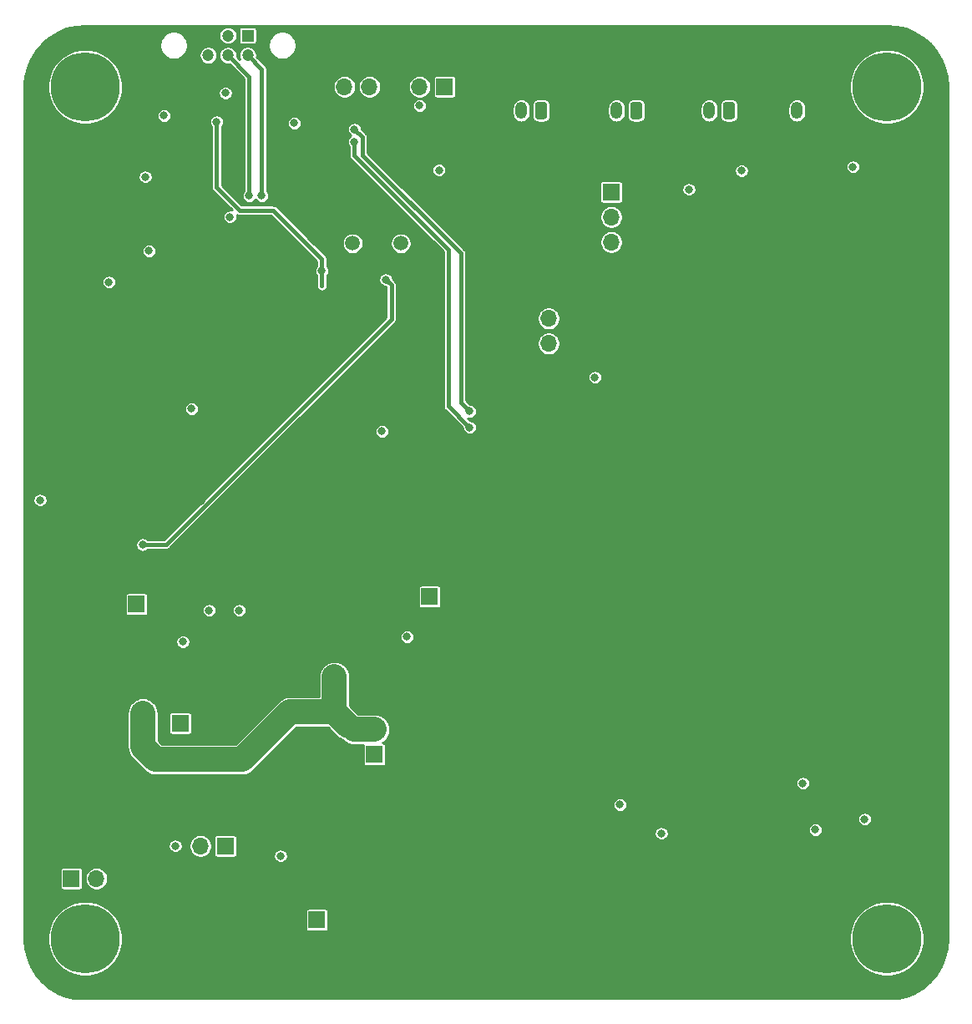
<source format=gbr>
%TF.GenerationSoftware,KiCad,Pcbnew,(5.1.9)-1*%
%TF.CreationDate,2021-06-27T13:52:13-04:00*%
%TF.ProjectId,detector_circuit,64657465-6374-46f7-925f-636972637569,rev?*%
%TF.SameCoordinates,Original*%
%TF.FileFunction,Copper,L4,Bot*%
%TF.FilePolarity,Positive*%
%FSLAX46Y46*%
G04 Gerber Fmt 4.6, Leading zero omitted, Abs format (unit mm)*
G04 Created by KiCad (PCBNEW (5.1.9)-1) date 2021-06-27 13:52:13*
%MOMM*%
%LPD*%
G01*
G04 APERTURE LIST*
%TA.AperFunction,ComponentPad*%
%ADD10C,7.000000*%
%TD*%
%TA.AperFunction,ComponentPad*%
%ADD11C,1.200000*%
%TD*%
%TA.AperFunction,ComponentPad*%
%ADD12R,1.200000X1.200000*%
%TD*%
%TA.AperFunction,ComponentPad*%
%ADD13C,1.500000*%
%TD*%
%TA.AperFunction,ComponentPad*%
%ADD14R,1.700000X1.700000*%
%TD*%
%TA.AperFunction,ComponentPad*%
%ADD15O,1.700000X1.700000*%
%TD*%
%TA.AperFunction,ComponentPad*%
%ADD16O,1.200000X1.750000*%
%TD*%
%TA.AperFunction,ViaPad*%
%ADD17C,0.800000*%
%TD*%
%TA.AperFunction,Conductor*%
%ADD18C,0.420000*%
%TD*%
%TA.AperFunction,Conductor*%
%ADD19C,2.500000*%
%TD*%
%TA.AperFunction,Conductor*%
%ADD20C,0.250000*%
%TD*%
%TA.AperFunction,Conductor*%
%ADD21C,0.254000*%
%TD*%
%TA.AperFunction,Conductor*%
%ADD22C,0.100000*%
%TD*%
G04 APERTURE END LIST*
D10*
%TO.P,REF\u002A\u002A,1*%
%TO.N,N/C*%
X90170000Y-140970000D03*
%TD*%
%TO.P,REF\u002A\u002A,1*%
%TO.N,N/C*%
X90170000Y-54610000D03*
%TD*%
%TO.P,REF\u002A\u002A,1*%
%TO.N,N/C*%
X171450000Y-54610000D03*
%TD*%
%TO.P,REF\u002A\u002A,1*%
%TO.N,N/C*%
X171450000Y-140970000D03*
%TD*%
D11*
%TO.P,J10,4*%
%TO.N,/Microcontroller [DO NOT PLACE]/CANH*%
X106648000Y-51419000D03*
%TO.P,J10,5*%
%TO.N,/Microcontroller [DO NOT PLACE]/CANL*%
X104648000Y-51419000D03*
%TO.P,J10,6*%
%TO.N,N/C*%
X102648000Y-51419000D03*
%TO.P,J10,3*%
%TO.N,GND*%
X102648000Y-49419000D03*
D12*
%TO.P,J10,1*%
%TO.N,N/C*%
X106648000Y-49419000D03*
D11*
%TO.P,J10,2*%
X104648000Y-49419000D03*
%TD*%
D13*
%TO.P,Y1,2*%
%TO.N,/Microcontroller [DO NOT PLACE]/OSC2*%
X117294000Y-70485000D03*
%TO.P,Y1,1*%
%TO.N,/Microcontroller [DO NOT PLACE]/OSC1*%
X122174000Y-70485000D03*
%TD*%
D14*
%TO.P,J1,1*%
%TO.N,/Microcontroller [DO NOT PLACE]/MCLR*%
X126619000Y-54610000D03*
D15*
%TO.P,J1,2*%
%TO.N,+5V*%
X124079000Y-54610000D03*
%TO.P,J1,3*%
%TO.N,GND*%
X121539000Y-54610000D03*
%TO.P,J1,4*%
%TO.N,/Microcontroller [DO NOT PLACE]/ICSPDAT*%
X118999000Y-54610000D03*
%TO.P,J1,5*%
%TO.N,/Microcontroller [DO NOT PLACE]/ICSPCLK*%
X116459000Y-54610000D03*
%TD*%
D14*
%TO.P,TP15,1*%
%TO.N,Net-(C18-Pad2)*%
X113665000Y-139065000D03*
%TD*%
D15*
%TO.P,JP1,2*%
%TO.N,/AMP_OUT*%
X119507000Y-119761000D03*
D14*
%TO.P,JP1,1*%
%TO.N,Net-(C36-Pad1)*%
X119507000Y-122301000D03*
%TD*%
D16*
%TO.P,J6,2*%
%TO.N,Net-(F6-Pad2)*%
X162338000Y-57023000D03*
%TO.P,J6,1*%
%TO.N,GND*%
%TA.AperFunction,ComponentPad*%
G36*
G01*
X164938000Y-56397999D02*
X164938000Y-57648001D01*
G75*
G02*
X164688001Y-57898000I-249999J0D01*
G01*
X163987999Y-57898000D01*
G75*
G02*
X163738000Y-57648001I0J249999D01*
G01*
X163738000Y-56397999D01*
G75*
G02*
X163987999Y-56148000I249999J0D01*
G01*
X164688001Y-56148000D01*
G75*
G02*
X164938000Y-56397999I0J-249999D01*
G01*
G37*
%TD.AperFunction*%
%TD*%
%TO.P,J5,2*%
%TO.N,Net-(F5-Pad2)*%
X153448000Y-57023000D03*
%TO.P,J5,1*%
%TO.N,Net-(F6-Pad1)*%
%TA.AperFunction,ComponentPad*%
G36*
G01*
X156048000Y-56397999D02*
X156048000Y-57648001D01*
G75*
G02*
X155798001Y-57898000I-249999J0D01*
G01*
X155097999Y-57898000D01*
G75*
G02*
X154848000Y-57648001I0J249999D01*
G01*
X154848000Y-56397999D01*
G75*
G02*
X155097999Y-56148000I249999J0D01*
G01*
X155798001Y-56148000D01*
G75*
G02*
X156048000Y-56397999I0J-249999D01*
G01*
G37*
%TD.AperFunction*%
%TD*%
%TO.P,J4,2*%
%TO.N,Net-(F4-Pad2)*%
X144050000Y-57023000D03*
%TO.P,J4,1*%
%TO.N,Net-(F5-Pad1)*%
%TA.AperFunction,ComponentPad*%
G36*
G01*
X146650000Y-56397999D02*
X146650000Y-57648001D01*
G75*
G02*
X146400001Y-57898000I-249999J0D01*
G01*
X145699999Y-57898000D01*
G75*
G02*
X145450000Y-57648001I0J249999D01*
G01*
X145450000Y-56397999D01*
G75*
G02*
X145699999Y-56148000I249999J0D01*
G01*
X146400001Y-56148000D01*
G75*
G02*
X146650000Y-56397999I0J-249999D01*
G01*
G37*
%TD.AperFunction*%
%TD*%
%TO.P,J3,2*%
%TO.N,+BATT*%
X134398000Y-57023000D03*
%TO.P,J3,1*%
%TO.N,Net-(F4-Pad1)*%
%TA.AperFunction,ComponentPad*%
G36*
G01*
X136998000Y-56397999D02*
X136998000Y-57648001D01*
G75*
G02*
X136748001Y-57898000I-249999J0D01*
G01*
X136047999Y-57898000D01*
G75*
G02*
X135798000Y-57648001I0J249999D01*
G01*
X135798000Y-56397999D01*
G75*
G02*
X136047999Y-56148000I249999J0D01*
G01*
X136748001Y-56148000D01*
G75*
G02*
X136998000Y-56397999I0J-249999D01*
G01*
G37*
%TD.AperFunction*%
%TD*%
D15*
%TO.P,J9,2*%
%TO.N,+36V*%
X101854000Y-131572000D03*
D14*
%TO.P,J9,1*%
%TO.N,/SIPM_OUT*%
X104394000Y-131572000D03*
%TD*%
%TO.P,TP2,1*%
%TO.N,/INTERUPT_OUT*%
X95377000Y-107061000D03*
%TD*%
D15*
%TO.P,JP2,3*%
%TO.N,+12V*%
X143510000Y-70358000D03*
%TO.P,JP2,2*%
%TO.N,Net-(C7-Pad1)*%
X143510000Y-67818000D03*
D14*
%TO.P,JP2,1*%
%TO.N,+BATT*%
X143510000Y-65278000D03*
%TD*%
D15*
%TO.P,J7,3*%
%TO.N,Net-(F3-Pad2)*%
X137160000Y-80645000D03*
%TO.P,J7,2*%
%TO.N,Net-(F1-Pad2)*%
X137160000Y-78105000D03*
D14*
%TO.P,J7,1*%
%TO.N,GND*%
X137160000Y-75565000D03*
%TD*%
%TO.P,TP17,1*%
%TO.N,Net-(R28-Pad2)*%
X99822000Y-119126000D03*
%TD*%
%TO.P,TP1,1*%
%TO.N,/DET_ADC*%
X125095000Y-106299000D03*
%TD*%
D15*
%TO.P,JP5,2*%
%TO.N,Net-(C17-Pad2)*%
X91313000Y-134874000D03*
D14*
%TO.P,JP5,1*%
%TO.N,Net-(C31-Pad1)*%
X88773000Y-134874000D03*
%TD*%
D17*
%TO.N,GND*%
X106172000Y-115443000D03*
X149098000Y-89027000D03*
X156718000Y-68580000D03*
X91186000Y-122682000D03*
X164338000Y-85471000D03*
X171323000Y-85471000D03*
X173863000Y-85471000D03*
X164973000Y-86741000D03*
X172593000Y-86741000D03*
X166243000Y-88011000D03*
X171323000Y-88011000D03*
X173863000Y-88011000D03*
X164973000Y-89281000D03*
X172593000Y-89281000D03*
X166243000Y-90551000D03*
X168783000Y-90551000D03*
X171323000Y-90551000D03*
X173863000Y-90551000D03*
X164973000Y-91821000D03*
X167513000Y-91821000D03*
X170053000Y-91821000D03*
X172593000Y-91821000D03*
X166243000Y-93091000D03*
X168783000Y-93091000D03*
X171323000Y-93091000D03*
X173863000Y-93091000D03*
X153035000Y-90424000D03*
X155575000Y-90424000D03*
X158115000Y-90424000D03*
X151765000Y-91694000D03*
X154305000Y-91694000D03*
X156845000Y-91694000D03*
X170053000Y-89281000D03*
X167513000Y-89281000D03*
X167513000Y-86741000D03*
X168783000Y-88011000D03*
X168783000Y-85471000D03*
X170053000Y-86741000D03*
X96774000Y-109601000D03*
X100076000Y-116459000D03*
X109982000Y-140589000D03*
X100965000Y-140589000D03*
X106172000Y-118491000D03*
X163195000Y-109855000D03*
X106426000Y-130810000D03*
X100203000Y-57531000D03*
X164338000Y-59817000D03*
X117094000Y-110363000D03*
X153670000Y-130302000D03*
X139827000Y-130175000D03*
X144399000Y-124841000D03*
X101981000Y-96647000D03*
X100965000Y-81407000D03*
X101854000Y-76073000D03*
X86868000Y-76581000D03*
X86868000Y-90424000D03*
X111379000Y-55245000D03*
X113601500Y-66484500D03*
X151765000Y-86614000D03*
X150495000Y-87884000D03*
X151765000Y-84074000D03*
X153035000Y-82804000D03*
X155575000Y-82804000D03*
X154305000Y-84074000D03*
X151765000Y-81534000D03*
X149225000Y-84074000D03*
X156845000Y-81534000D03*
X154305000Y-81534000D03*
X150495000Y-82804000D03*
X149225000Y-81534000D03*
X150495000Y-85344000D03*
X153035000Y-85344000D03*
X156845000Y-86614000D03*
X154305000Y-89154000D03*
X158115000Y-85344000D03*
X149225000Y-86614000D03*
X156845000Y-84074000D03*
X155575000Y-87884000D03*
X150495000Y-90424000D03*
X153035000Y-87884000D03*
X151765000Y-89154000D03*
X156845000Y-89154000D03*
X155575000Y-85344000D03*
X158115000Y-87884000D03*
X154305000Y-86614000D03*
X158115000Y-82804000D03*
X121412000Y-102616000D03*
X116332000Y-102616000D03*
X119253000Y-74168000D03*
X126174500Y-66865500D03*
X94361000Y-122682000D03*
X115316000Y-89535000D03*
X159004000Y-104140000D03*
X157734000Y-104775000D03*
X160274000Y-104140000D03*
X160812023Y-108808977D03*
X163449000Y-106934000D03*
X161544000Y-103505000D03*
X161544000Y-104775000D03*
X157734000Y-103505000D03*
X87249000Y-83312000D03*
X162941000Y-130556000D03*
X172720000Y-126492000D03*
X126492000Y-102616000D03*
X164211000Y-111633000D03*
X167513000Y-130683000D03*
X165608000Y-134366000D03*
X156210000Y-101219000D03*
X153788000Y-101210000D03*
X95168000Y-80645000D03*
X95168000Y-94787000D03*
X118618000Y-134239000D03*
X115452000Y-134357000D03*
X109728000Y-122428000D03*
X112903000Y-122301000D03*
X110109000Y-115570000D03*
X113284000Y-115443000D03*
X155448000Y-114808000D03*
X152400000Y-114681000D03*
X172729000Y-101609000D03*
X124206000Y-64579500D03*
X109347000Y-65659000D03*
X146558000Y-83947000D03*
X101727000Y-63754000D03*
X85788500Y-100520500D03*
%TO.N,+5V*%
X96647000Y-71247000D03*
X98171000Y-57531000D03*
X141859000Y-84074000D03*
X104851200Y-67818000D03*
X144399000Y-127381000D03*
X124079000Y-56515000D03*
X126047500Y-63055500D03*
X120269000Y-89535000D03*
X164211000Y-129921000D03*
X169207000Y-128862000D03*
X104394000Y-55245000D03*
X151384000Y-65024000D03*
X156718000Y-63119000D03*
X168021000Y-62738000D03*
%TO.N,+36V*%
X99314000Y-131572000D03*
X148590000Y-130302000D03*
%TO.N,+3V3*%
X92583000Y-74422000D03*
X85598000Y-96520000D03*
X100965000Y-87249000D03*
X96266000Y-63754000D03*
%TO.N,/Microcontroller [DO NOT PLACE]/ICSPCLK*%
X129159000Y-89154000D03*
X117475000Y-60198000D03*
%TO.N,/Microcontroller [DO NOT PLACE]/ICSPDAT*%
X129159000Y-87503000D03*
X117475000Y-58928000D03*
%TO.N,/Microcontroller [DO NOT PLACE]/CANL*%
X106807000Y-65659000D03*
%TO.N,/Microcontroller [DO NOT PLACE]/CANH*%
X108077000Y-65659000D03*
%TO.N,/Microcontroller [DO NOT PLACE]/CS*%
X96012000Y-101028500D03*
X120650000Y-74168000D03*
%TO.N,/Microcontroller [DO NOT PLACE]/PIC_RX*%
X103505000Y-58166000D03*
X114173000Y-73279000D03*
%TO.N,/Microcontroller [DO NOT PLACE]/PIC_TX*%
X111379000Y-58293000D03*
%TO.N,/AMP_OUT*%
X115443000Y-114427000D03*
X96012000Y-118110000D03*
%TO.N,+4.7V*%
X105791000Y-107696000D03*
X100076000Y-110871000D03*
X102743000Y-107696000D03*
X109982000Y-132588000D03*
X162941000Y-125222000D03*
X122809000Y-110363000D03*
%TD*%
D18*
%TO.N,/Microcontroller [DO NOT PLACE]/ICSPCLK*%
X117475000Y-60198000D02*
X117475000Y-61595000D01*
X117475000Y-61595000D02*
X127000000Y-71120000D01*
X127000000Y-86995000D02*
X129159000Y-89154000D01*
X127000000Y-71120000D02*
X127000000Y-86995000D01*
%TO.N,/Microcontroller [DO NOT PLACE]/ICSPDAT*%
X118285001Y-59738001D02*
X118285001Y-61528175D01*
X117475000Y-58928000D02*
X118285001Y-59738001D01*
X118285001Y-61528175D02*
X128270000Y-71513174D01*
X128270000Y-86614000D02*
X129159000Y-87503000D01*
X128270000Y-71513174D02*
X128270000Y-86614000D01*
%TO.N,/Microcontroller [DO NOT PLACE]/CANL*%
X106807000Y-53578000D02*
X104648000Y-51419000D01*
X106807000Y-65659000D02*
X106807000Y-53578000D01*
%TO.N,/Microcontroller [DO NOT PLACE]/CANH*%
X108077000Y-52848000D02*
X106648000Y-51419000D01*
X108077000Y-65659000D02*
X108077000Y-52848000D01*
%TO.N,/Microcontroller [DO NOT PLACE]/CS*%
X121206001Y-74724001D02*
X121206001Y-78183999D01*
X98361500Y-101028500D02*
X96012000Y-101028500D01*
X121206001Y-78183999D02*
X98361500Y-101028500D01*
X120650000Y-74168000D02*
X121206001Y-74724001D01*
%TO.N,/Microcontroller [DO NOT PLACE]/PIC_RX*%
X109227801Y-67134999D02*
X114173000Y-72080198D01*
X105814197Y-67134999D02*
X109227801Y-67134999D01*
X103505000Y-64825802D02*
X105814197Y-67134999D01*
X103505000Y-58166000D02*
X103505000Y-64825802D01*
X114173000Y-72080198D02*
X114173000Y-74803000D01*
D19*
%TO.N,/AMP_OUT*%
X115443000Y-114427000D02*
X115443000Y-117983000D01*
X115443000Y-117983000D02*
X116840000Y-119380000D01*
X119507000Y-119761000D02*
X117475000Y-119761000D01*
X96012000Y-118110000D02*
X96012000Y-118110000D01*
X96012000Y-118110000D02*
X96012000Y-121539000D01*
X96012000Y-121539000D02*
X97282000Y-122809000D01*
X110926998Y-117983000D02*
X115443000Y-117983000D01*
X106100998Y-122809000D02*
X110926998Y-117983000D01*
X97282000Y-122809000D02*
X106100998Y-122809000D01*
X96012000Y-118110000D02*
X96012000Y-119118002D01*
D20*
X117221000Y-119761000D02*
X115443000Y-117983000D01*
X115443000Y-117602000D02*
X117602000Y-119761000D01*
X115443000Y-114427000D02*
X115443000Y-117602000D01*
X117602000Y-119761000D02*
X117221000Y-119761000D01*
X119507000Y-119761000D02*
X117602000Y-119761000D01*
%TD*%
D21*
%TO.N,GND*%
X172415585Y-48513540D02*
X173357388Y-48739647D01*
X174252239Y-49110307D01*
X175078075Y-49616379D01*
X175814583Y-50245417D01*
X176443620Y-50981925D01*
X176949694Y-51807764D01*
X177320353Y-52702612D01*
X177546460Y-53644420D01*
X177623000Y-54616950D01*
X177623001Y-140963037D01*
X177546460Y-141935580D01*
X177320353Y-142877388D01*
X176949694Y-143772236D01*
X176443620Y-144598075D01*
X175814583Y-145334583D01*
X175078075Y-145963621D01*
X174252239Y-146469693D01*
X173357388Y-146840353D01*
X172598104Y-147022641D01*
X89021900Y-147022641D01*
X88262612Y-146840353D01*
X87367764Y-146469694D01*
X86541925Y-145963620D01*
X85805417Y-145334583D01*
X85176379Y-144598075D01*
X84670307Y-143772239D01*
X84299647Y-142877388D01*
X84073540Y-141935585D01*
X84010500Y-141134585D01*
X84010500Y-140593073D01*
X86343000Y-140593073D01*
X86343000Y-141346927D01*
X86490070Y-142086295D01*
X86778557Y-142782764D01*
X87197375Y-143409570D01*
X87730430Y-143942625D01*
X88357236Y-144361443D01*
X89053705Y-144649930D01*
X89793073Y-144797000D01*
X90546927Y-144797000D01*
X91286295Y-144649930D01*
X91982764Y-144361443D01*
X92609570Y-143942625D01*
X93142625Y-143409570D01*
X93561443Y-142782764D01*
X93849930Y-142086295D01*
X93997000Y-141346927D01*
X93997000Y-140593073D01*
X167623000Y-140593073D01*
X167623000Y-141346927D01*
X167770070Y-142086295D01*
X168058557Y-142782764D01*
X168477375Y-143409570D01*
X169010430Y-143942625D01*
X169637236Y-144361443D01*
X170333705Y-144649930D01*
X171073073Y-144797000D01*
X171826927Y-144797000D01*
X172566295Y-144649930D01*
X173262764Y-144361443D01*
X173889570Y-143942625D01*
X174422625Y-143409570D01*
X174841443Y-142782764D01*
X175129930Y-142086295D01*
X175277000Y-141346927D01*
X175277000Y-140593073D01*
X175129930Y-139853705D01*
X174841443Y-139157236D01*
X174422625Y-138530430D01*
X173889570Y-137997375D01*
X173262764Y-137578557D01*
X172566295Y-137290070D01*
X171826927Y-137143000D01*
X171073073Y-137143000D01*
X170333705Y-137290070D01*
X169637236Y-137578557D01*
X169010430Y-137997375D01*
X168477375Y-138530430D01*
X168058557Y-139157236D01*
X167770070Y-139853705D01*
X167623000Y-140593073D01*
X93997000Y-140593073D01*
X93849930Y-139853705D01*
X93561443Y-139157236D01*
X93142625Y-138530430D01*
X92827195Y-138215000D01*
X112486418Y-138215000D01*
X112486418Y-139915000D01*
X112492732Y-139979103D01*
X112511430Y-140040743D01*
X112541794Y-140097550D01*
X112582657Y-140147343D01*
X112632450Y-140188206D01*
X112689257Y-140218570D01*
X112750897Y-140237268D01*
X112815000Y-140243582D01*
X114515000Y-140243582D01*
X114579103Y-140237268D01*
X114640743Y-140218570D01*
X114697550Y-140188206D01*
X114747343Y-140147343D01*
X114788206Y-140097550D01*
X114818570Y-140040743D01*
X114837268Y-139979103D01*
X114843582Y-139915000D01*
X114843582Y-138215000D01*
X114837268Y-138150897D01*
X114818570Y-138089257D01*
X114788206Y-138032450D01*
X114747343Y-137982657D01*
X114697550Y-137941794D01*
X114640743Y-137911430D01*
X114579103Y-137892732D01*
X114515000Y-137886418D01*
X112815000Y-137886418D01*
X112750897Y-137892732D01*
X112689257Y-137911430D01*
X112632450Y-137941794D01*
X112582657Y-137982657D01*
X112541794Y-138032450D01*
X112511430Y-138089257D01*
X112492732Y-138150897D01*
X112486418Y-138215000D01*
X92827195Y-138215000D01*
X92609570Y-137997375D01*
X91982764Y-137578557D01*
X91286295Y-137290070D01*
X90546927Y-137143000D01*
X89793073Y-137143000D01*
X89053705Y-137290070D01*
X88357236Y-137578557D01*
X87730430Y-137997375D01*
X87197375Y-138530430D01*
X86778557Y-139157236D01*
X86490070Y-139853705D01*
X86343000Y-140593073D01*
X84010500Y-140593073D01*
X84010500Y-134024000D01*
X87594418Y-134024000D01*
X87594418Y-135724000D01*
X87600732Y-135788103D01*
X87619430Y-135849743D01*
X87649794Y-135906550D01*
X87690657Y-135956343D01*
X87740450Y-135997206D01*
X87797257Y-136027570D01*
X87858897Y-136046268D01*
X87923000Y-136052582D01*
X89623000Y-136052582D01*
X89687103Y-136046268D01*
X89748743Y-136027570D01*
X89805550Y-135997206D01*
X89855343Y-135956343D01*
X89896206Y-135906550D01*
X89926570Y-135849743D01*
X89945268Y-135788103D01*
X89951582Y-135724000D01*
X89951582Y-134758076D01*
X90136000Y-134758076D01*
X90136000Y-134989924D01*
X90181231Y-135217318D01*
X90269956Y-135431519D01*
X90398764Y-135624294D01*
X90562706Y-135788236D01*
X90755481Y-135917044D01*
X90969682Y-136005769D01*
X91197076Y-136051000D01*
X91428924Y-136051000D01*
X91656318Y-136005769D01*
X91870519Y-135917044D01*
X92063294Y-135788236D01*
X92227236Y-135624294D01*
X92356044Y-135431519D01*
X92444769Y-135217318D01*
X92490000Y-134989924D01*
X92490000Y-134758076D01*
X92444769Y-134530682D01*
X92356044Y-134316481D01*
X92227236Y-134123706D01*
X92063294Y-133959764D01*
X91870519Y-133830956D01*
X91656318Y-133742231D01*
X91428924Y-133697000D01*
X91197076Y-133697000D01*
X90969682Y-133742231D01*
X90755481Y-133830956D01*
X90562706Y-133959764D01*
X90398764Y-134123706D01*
X90269956Y-134316481D01*
X90181231Y-134530682D01*
X90136000Y-134758076D01*
X89951582Y-134758076D01*
X89951582Y-134024000D01*
X89945268Y-133959897D01*
X89926570Y-133898257D01*
X89896206Y-133841450D01*
X89855343Y-133791657D01*
X89805550Y-133750794D01*
X89748743Y-133720430D01*
X89687103Y-133701732D01*
X89623000Y-133695418D01*
X87923000Y-133695418D01*
X87858897Y-133701732D01*
X87797257Y-133720430D01*
X87740450Y-133750794D01*
X87690657Y-133791657D01*
X87649794Y-133841450D01*
X87619430Y-133898257D01*
X87600732Y-133959897D01*
X87594418Y-134024000D01*
X84010500Y-134024000D01*
X84010500Y-131500397D01*
X98587000Y-131500397D01*
X98587000Y-131643603D01*
X98614938Y-131784058D01*
X98669741Y-131916364D01*
X98749302Y-132035436D01*
X98850564Y-132136698D01*
X98969636Y-132216259D01*
X99101942Y-132271062D01*
X99242397Y-132299000D01*
X99385603Y-132299000D01*
X99526058Y-132271062D01*
X99658364Y-132216259D01*
X99777436Y-132136698D01*
X99878698Y-132035436D01*
X99958259Y-131916364D01*
X100013062Y-131784058D01*
X100041000Y-131643603D01*
X100041000Y-131500397D01*
X100032185Y-131456076D01*
X100677000Y-131456076D01*
X100677000Y-131687924D01*
X100722231Y-131915318D01*
X100810956Y-132129519D01*
X100939764Y-132322294D01*
X101103706Y-132486236D01*
X101296481Y-132615044D01*
X101510682Y-132703769D01*
X101738076Y-132749000D01*
X101969924Y-132749000D01*
X102197318Y-132703769D01*
X102411519Y-132615044D01*
X102604294Y-132486236D01*
X102768236Y-132322294D01*
X102897044Y-132129519D01*
X102985769Y-131915318D01*
X103031000Y-131687924D01*
X103031000Y-131456076D01*
X102985769Y-131228682D01*
X102897044Y-131014481D01*
X102768236Y-130821706D01*
X102668530Y-130722000D01*
X103215418Y-130722000D01*
X103215418Y-132422000D01*
X103221732Y-132486103D01*
X103240430Y-132547743D01*
X103270794Y-132604550D01*
X103311657Y-132654343D01*
X103361450Y-132695206D01*
X103418257Y-132725570D01*
X103479897Y-132744268D01*
X103544000Y-132750582D01*
X105244000Y-132750582D01*
X105308103Y-132744268D01*
X105369743Y-132725570D01*
X105426550Y-132695206D01*
X105476343Y-132654343D01*
X105517206Y-132604550D01*
X105547570Y-132547743D01*
X105557078Y-132516397D01*
X109255000Y-132516397D01*
X109255000Y-132659603D01*
X109282938Y-132800058D01*
X109337741Y-132932364D01*
X109417302Y-133051436D01*
X109518564Y-133152698D01*
X109637636Y-133232259D01*
X109769942Y-133287062D01*
X109910397Y-133315000D01*
X110053603Y-133315000D01*
X110194058Y-133287062D01*
X110326364Y-133232259D01*
X110445436Y-133152698D01*
X110546698Y-133051436D01*
X110626259Y-132932364D01*
X110681062Y-132800058D01*
X110709000Y-132659603D01*
X110709000Y-132516397D01*
X110681062Y-132375942D01*
X110626259Y-132243636D01*
X110546698Y-132124564D01*
X110445436Y-132023302D01*
X110326364Y-131943741D01*
X110194058Y-131888938D01*
X110053603Y-131861000D01*
X109910397Y-131861000D01*
X109769942Y-131888938D01*
X109637636Y-131943741D01*
X109518564Y-132023302D01*
X109417302Y-132124564D01*
X109337741Y-132243636D01*
X109282938Y-132375942D01*
X109255000Y-132516397D01*
X105557078Y-132516397D01*
X105566268Y-132486103D01*
X105572582Y-132422000D01*
X105572582Y-130722000D01*
X105566268Y-130657897D01*
X105547570Y-130596257D01*
X105517206Y-130539450D01*
X105476343Y-130489657D01*
X105426550Y-130448794D01*
X105369743Y-130418430D01*
X105308103Y-130399732D01*
X105244000Y-130393418D01*
X103544000Y-130393418D01*
X103479897Y-130399732D01*
X103418257Y-130418430D01*
X103361450Y-130448794D01*
X103311657Y-130489657D01*
X103270794Y-130539450D01*
X103240430Y-130596257D01*
X103221732Y-130657897D01*
X103215418Y-130722000D01*
X102668530Y-130722000D01*
X102604294Y-130657764D01*
X102411519Y-130528956D01*
X102197318Y-130440231D01*
X101969924Y-130395000D01*
X101738076Y-130395000D01*
X101510682Y-130440231D01*
X101296481Y-130528956D01*
X101103706Y-130657764D01*
X100939764Y-130821706D01*
X100810956Y-131014481D01*
X100722231Y-131228682D01*
X100677000Y-131456076D01*
X100032185Y-131456076D01*
X100013062Y-131359942D01*
X99958259Y-131227636D01*
X99878698Y-131108564D01*
X99777436Y-131007302D01*
X99658364Y-130927741D01*
X99526058Y-130872938D01*
X99385603Y-130845000D01*
X99242397Y-130845000D01*
X99101942Y-130872938D01*
X98969636Y-130927741D01*
X98850564Y-131007302D01*
X98749302Y-131108564D01*
X98669741Y-131227636D01*
X98614938Y-131359942D01*
X98587000Y-131500397D01*
X84010500Y-131500397D01*
X84010500Y-130230397D01*
X147863000Y-130230397D01*
X147863000Y-130373603D01*
X147890938Y-130514058D01*
X147945741Y-130646364D01*
X148025302Y-130765436D01*
X148126564Y-130866698D01*
X148245636Y-130946259D01*
X148377942Y-131001062D01*
X148518397Y-131029000D01*
X148661603Y-131029000D01*
X148802058Y-131001062D01*
X148934364Y-130946259D01*
X149053436Y-130866698D01*
X149154698Y-130765436D01*
X149234259Y-130646364D01*
X149289062Y-130514058D01*
X149317000Y-130373603D01*
X149317000Y-130230397D01*
X149289062Y-130089942D01*
X149234259Y-129957636D01*
X149161937Y-129849397D01*
X163484000Y-129849397D01*
X163484000Y-129992603D01*
X163511938Y-130133058D01*
X163566741Y-130265364D01*
X163646302Y-130384436D01*
X163747564Y-130485698D01*
X163866636Y-130565259D01*
X163998942Y-130620062D01*
X164139397Y-130648000D01*
X164282603Y-130648000D01*
X164423058Y-130620062D01*
X164555364Y-130565259D01*
X164674436Y-130485698D01*
X164775698Y-130384436D01*
X164855259Y-130265364D01*
X164910062Y-130133058D01*
X164938000Y-129992603D01*
X164938000Y-129849397D01*
X164910062Y-129708942D01*
X164855259Y-129576636D01*
X164775698Y-129457564D01*
X164674436Y-129356302D01*
X164555364Y-129276741D01*
X164423058Y-129221938D01*
X164282603Y-129194000D01*
X164139397Y-129194000D01*
X163998942Y-129221938D01*
X163866636Y-129276741D01*
X163747564Y-129356302D01*
X163646302Y-129457564D01*
X163566741Y-129576636D01*
X163511938Y-129708942D01*
X163484000Y-129849397D01*
X149161937Y-129849397D01*
X149154698Y-129838564D01*
X149053436Y-129737302D01*
X148934364Y-129657741D01*
X148802058Y-129602938D01*
X148661603Y-129575000D01*
X148518397Y-129575000D01*
X148377942Y-129602938D01*
X148245636Y-129657741D01*
X148126564Y-129737302D01*
X148025302Y-129838564D01*
X147945741Y-129957636D01*
X147890938Y-130089942D01*
X147863000Y-130230397D01*
X84010500Y-130230397D01*
X84010500Y-128790397D01*
X168480000Y-128790397D01*
X168480000Y-128933603D01*
X168507938Y-129074058D01*
X168562741Y-129206364D01*
X168642302Y-129325436D01*
X168743564Y-129426698D01*
X168862636Y-129506259D01*
X168994942Y-129561062D01*
X169135397Y-129589000D01*
X169278603Y-129589000D01*
X169419058Y-129561062D01*
X169551364Y-129506259D01*
X169670436Y-129426698D01*
X169771698Y-129325436D01*
X169851259Y-129206364D01*
X169906062Y-129074058D01*
X169934000Y-128933603D01*
X169934000Y-128790397D01*
X169906062Y-128649942D01*
X169851259Y-128517636D01*
X169771698Y-128398564D01*
X169670436Y-128297302D01*
X169551364Y-128217741D01*
X169419058Y-128162938D01*
X169278603Y-128135000D01*
X169135397Y-128135000D01*
X168994942Y-128162938D01*
X168862636Y-128217741D01*
X168743564Y-128297302D01*
X168642302Y-128398564D01*
X168562741Y-128517636D01*
X168507938Y-128649942D01*
X168480000Y-128790397D01*
X84010500Y-128790397D01*
X84010500Y-127309397D01*
X143672000Y-127309397D01*
X143672000Y-127452603D01*
X143699938Y-127593058D01*
X143754741Y-127725364D01*
X143834302Y-127844436D01*
X143935564Y-127945698D01*
X144054636Y-128025259D01*
X144186942Y-128080062D01*
X144327397Y-128108000D01*
X144470603Y-128108000D01*
X144611058Y-128080062D01*
X144743364Y-128025259D01*
X144862436Y-127945698D01*
X144963698Y-127844436D01*
X145043259Y-127725364D01*
X145098062Y-127593058D01*
X145126000Y-127452603D01*
X145126000Y-127309397D01*
X145098062Y-127168942D01*
X145043259Y-127036636D01*
X144963698Y-126917564D01*
X144862436Y-126816302D01*
X144743364Y-126736741D01*
X144611058Y-126681938D01*
X144470603Y-126654000D01*
X144327397Y-126654000D01*
X144186942Y-126681938D01*
X144054636Y-126736741D01*
X143935564Y-126816302D01*
X143834302Y-126917564D01*
X143754741Y-127036636D01*
X143699938Y-127168942D01*
X143672000Y-127309397D01*
X84010500Y-127309397D01*
X84010500Y-125150397D01*
X162214000Y-125150397D01*
X162214000Y-125293603D01*
X162241938Y-125434058D01*
X162296741Y-125566364D01*
X162376302Y-125685436D01*
X162477564Y-125786698D01*
X162596636Y-125866259D01*
X162728942Y-125921062D01*
X162869397Y-125949000D01*
X163012603Y-125949000D01*
X163153058Y-125921062D01*
X163285364Y-125866259D01*
X163404436Y-125786698D01*
X163505698Y-125685436D01*
X163585259Y-125566364D01*
X163640062Y-125434058D01*
X163668000Y-125293603D01*
X163668000Y-125150397D01*
X163640062Y-125009942D01*
X163585259Y-124877636D01*
X163505698Y-124758564D01*
X163404436Y-124657302D01*
X163285364Y-124577741D01*
X163153058Y-124522938D01*
X163012603Y-124495000D01*
X162869397Y-124495000D01*
X162728942Y-124522938D01*
X162596636Y-124577741D01*
X162477564Y-124657302D01*
X162376302Y-124758564D01*
X162296741Y-124877636D01*
X162241938Y-125009942D01*
X162214000Y-125150397D01*
X84010500Y-125150397D01*
X84010500Y-118110000D01*
X94427370Y-118110000D01*
X94435000Y-118187470D01*
X94435001Y-121461524D01*
X94427370Y-121539000D01*
X94457819Y-121848146D01*
X94547993Y-122145411D01*
X94694429Y-122419373D01*
X94891498Y-122659503D01*
X94951674Y-122708888D01*
X96112112Y-123869326D01*
X96161497Y-123929503D01*
X96401627Y-124126572D01*
X96675588Y-124273007D01*
X96972854Y-124363182D01*
X97204531Y-124386000D01*
X97204532Y-124386000D01*
X97281999Y-124393630D01*
X97359466Y-124386000D01*
X106023531Y-124386000D01*
X106100998Y-124393630D01*
X106178465Y-124386000D01*
X106178467Y-124386000D01*
X106410144Y-124363182D01*
X106707410Y-124273007D01*
X106981371Y-124126572D01*
X107221501Y-123929503D01*
X107270891Y-123869321D01*
X111580213Y-119560000D01*
X114789786Y-119560000D01*
X115779671Y-120549886D01*
X115959626Y-120697571D01*
X116233588Y-120844007D01*
X116353602Y-120880413D01*
X116354497Y-120881503D01*
X116594627Y-121078572D01*
X116868588Y-121225007D01*
X117165854Y-121315182D01*
X117397531Y-121338000D01*
X118349565Y-121338000D01*
X118334732Y-121386897D01*
X118328418Y-121451000D01*
X118328418Y-123151000D01*
X118334732Y-123215103D01*
X118353430Y-123276743D01*
X118383794Y-123333550D01*
X118424657Y-123383343D01*
X118474450Y-123424206D01*
X118531257Y-123454570D01*
X118592897Y-123473268D01*
X118657000Y-123479582D01*
X120357000Y-123479582D01*
X120421103Y-123473268D01*
X120482743Y-123454570D01*
X120539550Y-123424206D01*
X120589343Y-123383343D01*
X120630206Y-123333550D01*
X120660570Y-123276743D01*
X120679268Y-123215103D01*
X120685582Y-123151000D01*
X120685582Y-121451000D01*
X120679268Y-121386897D01*
X120660570Y-121325257D01*
X120630206Y-121268450D01*
X120589343Y-121218657D01*
X120539550Y-121177794D01*
X120482743Y-121147430D01*
X120421103Y-121128732D01*
X120357000Y-121122418D01*
X120305343Y-121122418D01*
X120387373Y-121078572D01*
X120627503Y-120881503D01*
X120824572Y-120641373D01*
X120971007Y-120367412D01*
X121061182Y-120070146D01*
X121091630Y-119761000D01*
X121061182Y-119451854D01*
X120971007Y-119154588D01*
X120824572Y-118880627D01*
X120627503Y-118640497D01*
X120387373Y-118443428D01*
X120113412Y-118296993D01*
X119816146Y-118206818D01*
X119584469Y-118184000D01*
X117874215Y-118184000D01*
X117020000Y-117329786D01*
X117020000Y-114349531D01*
X116997182Y-114117854D01*
X116907007Y-113820588D01*
X116760572Y-113546627D01*
X116563503Y-113306497D01*
X116323372Y-113109428D01*
X116049411Y-112962993D01*
X115752145Y-112872818D01*
X115443000Y-112842370D01*
X115133854Y-112872818D01*
X114836588Y-112962993D01*
X114562627Y-113109428D01*
X114322497Y-113306497D01*
X114125428Y-113546628D01*
X113978993Y-113820589D01*
X113888818Y-114117855D01*
X113866000Y-114349532D01*
X113866001Y-116406000D01*
X111004467Y-116406000D01*
X110926998Y-116398370D01*
X110617851Y-116428818D01*
X110469219Y-116473905D01*
X110320586Y-116518993D01*
X110183605Y-116592211D01*
X110046624Y-116665428D01*
X109923180Y-116766736D01*
X109806495Y-116862497D01*
X109757110Y-116922673D01*
X105447784Y-121232000D01*
X97935215Y-121232000D01*
X97589000Y-120885786D01*
X97589000Y-118276000D01*
X98643418Y-118276000D01*
X98643418Y-119976000D01*
X98649732Y-120040103D01*
X98668430Y-120101743D01*
X98698794Y-120158550D01*
X98739657Y-120208343D01*
X98789450Y-120249206D01*
X98846257Y-120279570D01*
X98907897Y-120298268D01*
X98972000Y-120304582D01*
X100672000Y-120304582D01*
X100736103Y-120298268D01*
X100797743Y-120279570D01*
X100854550Y-120249206D01*
X100904343Y-120208343D01*
X100945206Y-120158550D01*
X100975570Y-120101743D01*
X100994268Y-120040103D01*
X101000582Y-119976000D01*
X101000582Y-118276000D01*
X100994268Y-118211897D01*
X100975570Y-118150257D01*
X100945206Y-118093450D01*
X100904343Y-118043657D01*
X100854550Y-118002794D01*
X100797743Y-117972430D01*
X100736103Y-117953732D01*
X100672000Y-117947418D01*
X98972000Y-117947418D01*
X98907897Y-117953732D01*
X98846257Y-117972430D01*
X98789450Y-118002794D01*
X98739657Y-118043657D01*
X98698794Y-118093450D01*
X98668430Y-118150257D01*
X98649732Y-118211897D01*
X98643418Y-118276000D01*
X97589000Y-118276000D01*
X97589000Y-118187469D01*
X97596630Y-118110000D01*
X97566182Y-117800854D01*
X97476007Y-117503588D01*
X97329572Y-117229627D01*
X97132503Y-116989497D01*
X96892373Y-116792428D01*
X96618412Y-116645993D01*
X96321146Y-116555818D01*
X96089469Y-116533000D01*
X96012000Y-116525370D01*
X95934531Y-116533000D01*
X95702854Y-116555818D01*
X95405588Y-116645993D01*
X95131627Y-116792428D01*
X94891497Y-116989497D01*
X94694428Y-117229627D01*
X94547993Y-117503588D01*
X94457818Y-117800854D01*
X94427370Y-118110000D01*
X84010500Y-118110000D01*
X84010500Y-110799397D01*
X99349000Y-110799397D01*
X99349000Y-110942603D01*
X99376938Y-111083058D01*
X99431741Y-111215364D01*
X99511302Y-111334436D01*
X99612564Y-111435698D01*
X99731636Y-111515259D01*
X99863942Y-111570062D01*
X100004397Y-111598000D01*
X100147603Y-111598000D01*
X100288058Y-111570062D01*
X100420364Y-111515259D01*
X100539436Y-111435698D01*
X100640698Y-111334436D01*
X100720259Y-111215364D01*
X100775062Y-111083058D01*
X100803000Y-110942603D01*
X100803000Y-110799397D01*
X100775062Y-110658942D01*
X100720259Y-110526636D01*
X100640698Y-110407564D01*
X100539436Y-110306302D01*
X100517129Y-110291397D01*
X122082000Y-110291397D01*
X122082000Y-110434603D01*
X122109938Y-110575058D01*
X122164741Y-110707364D01*
X122244302Y-110826436D01*
X122345564Y-110927698D01*
X122464636Y-111007259D01*
X122596942Y-111062062D01*
X122737397Y-111090000D01*
X122880603Y-111090000D01*
X123021058Y-111062062D01*
X123153364Y-111007259D01*
X123272436Y-110927698D01*
X123373698Y-110826436D01*
X123453259Y-110707364D01*
X123508062Y-110575058D01*
X123536000Y-110434603D01*
X123536000Y-110291397D01*
X123508062Y-110150942D01*
X123453259Y-110018636D01*
X123373698Y-109899564D01*
X123272436Y-109798302D01*
X123153364Y-109718741D01*
X123021058Y-109663938D01*
X122880603Y-109636000D01*
X122737397Y-109636000D01*
X122596942Y-109663938D01*
X122464636Y-109718741D01*
X122345564Y-109798302D01*
X122244302Y-109899564D01*
X122164741Y-110018636D01*
X122109938Y-110150942D01*
X122082000Y-110291397D01*
X100517129Y-110291397D01*
X100420364Y-110226741D01*
X100288058Y-110171938D01*
X100147603Y-110144000D01*
X100004397Y-110144000D01*
X99863942Y-110171938D01*
X99731636Y-110226741D01*
X99612564Y-110306302D01*
X99511302Y-110407564D01*
X99431741Y-110526636D01*
X99376938Y-110658942D01*
X99349000Y-110799397D01*
X84010500Y-110799397D01*
X84010500Y-106211000D01*
X94198418Y-106211000D01*
X94198418Y-107911000D01*
X94204732Y-107975103D01*
X94223430Y-108036743D01*
X94253794Y-108093550D01*
X94294657Y-108143343D01*
X94344450Y-108184206D01*
X94401257Y-108214570D01*
X94462897Y-108233268D01*
X94527000Y-108239582D01*
X96227000Y-108239582D01*
X96291103Y-108233268D01*
X96352743Y-108214570D01*
X96409550Y-108184206D01*
X96459343Y-108143343D01*
X96500206Y-108093550D01*
X96530570Y-108036743D01*
X96549268Y-107975103D01*
X96555582Y-107911000D01*
X96555582Y-107624397D01*
X102016000Y-107624397D01*
X102016000Y-107767603D01*
X102043938Y-107908058D01*
X102098741Y-108040364D01*
X102178302Y-108159436D01*
X102279564Y-108260698D01*
X102398636Y-108340259D01*
X102530942Y-108395062D01*
X102671397Y-108423000D01*
X102814603Y-108423000D01*
X102955058Y-108395062D01*
X103087364Y-108340259D01*
X103206436Y-108260698D01*
X103307698Y-108159436D01*
X103387259Y-108040364D01*
X103442062Y-107908058D01*
X103470000Y-107767603D01*
X103470000Y-107624397D01*
X105064000Y-107624397D01*
X105064000Y-107767603D01*
X105091938Y-107908058D01*
X105146741Y-108040364D01*
X105226302Y-108159436D01*
X105327564Y-108260698D01*
X105446636Y-108340259D01*
X105578942Y-108395062D01*
X105719397Y-108423000D01*
X105862603Y-108423000D01*
X106003058Y-108395062D01*
X106135364Y-108340259D01*
X106254436Y-108260698D01*
X106355698Y-108159436D01*
X106435259Y-108040364D01*
X106490062Y-107908058D01*
X106518000Y-107767603D01*
X106518000Y-107624397D01*
X106490062Y-107483942D01*
X106435259Y-107351636D01*
X106355698Y-107232564D01*
X106254436Y-107131302D01*
X106135364Y-107051741D01*
X106003058Y-106996938D01*
X105862603Y-106969000D01*
X105719397Y-106969000D01*
X105578942Y-106996938D01*
X105446636Y-107051741D01*
X105327564Y-107131302D01*
X105226302Y-107232564D01*
X105146741Y-107351636D01*
X105091938Y-107483942D01*
X105064000Y-107624397D01*
X103470000Y-107624397D01*
X103442062Y-107483942D01*
X103387259Y-107351636D01*
X103307698Y-107232564D01*
X103206436Y-107131302D01*
X103087364Y-107051741D01*
X102955058Y-106996938D01*
X102814603Y-106969000D01*
X102671397Y-106969000D01*
X102530942Y-106996938D01*
X102398636Y-107051741D01*
X102279564Y-107131302D01*
X102178302Y-107232564D01*
X102098741Y-107351636D01*
X102043938Y-107483942D01*
X102016000Y-107624397D01*
X96555582Y-107624397D01*
X96555582Y-106211000D01*
X96549268Y-106146897D01*
X96530570Y-106085257D01*
X96500206Y-106028450D01*
X96459343Y-105978657D01*
X96409550Y-105937794D01*
X96352743Y-105907430D01*
X96291103Y-105888732D01*
X96227000Y-105882418D01*
X94527000Y-105882418D01*
X94462897Y-105888732D01*
X94401257Y-105907430D01*
X94344450Y-105937794D01*
X94294657Y-105978657D01*
X94253794Y-106028450D01*
X94223430Y-106085257D01*
X94204732Y-106146897D01*
X94198418Y-106211000D01*
X84010500Y-106211000D01*
X84010500Y-105449000D01*
X123916418Y-105449000D01*
X123916418Y-107149000D01*
X123922732Y-107213103D01*
X123941430Y-107274743D01*
X123971794Y-107331550D01*
X124012657Y-107381343D01*
X124062450Y-107422206D01*
X124119257Y-107452570D01*
X124180897Y-107471268D01*
X124245000Y-107477582D01*
X125945000Y-107477582D01*
X126009103Y-107471268D01*
X126070743Y-107452570D01*
X126127550Y-107422206D01*
X126177343Y-107381343D01*
X126218206Y-107331550D01*
X126248570Y-107274743D01*
X126267268Y-107213103D01*
X126273582Y-107149000D01*
X126273582Y-105449000D01*
X126267268Y-105384897D01*
X126248570Y-105323257D01*
X126218206Y-105266450D01*
X126177343Y-105216657D01*
X126127550Y-105175794D01*
X126070743Y-105145430D01*
X126009103Y-105126732D01*
X125945000Y-105120418D01*
X124245000Y-105120418D01*
X124180897Y-105126732D01*
X124119257Y-105145430D01*
X124062450Y-105175794D01*
X124012657Y-105216657D01*
X123971794Y-105266450D01*
X123941430Y-105323257D01*
X123922732Y-105384897D01*
X123916418Y-105449000D01*
X84010500Y-105449000D01*
X84010500Y-100956897D01*
X95285000Y-100956897D01*
X95285000Y-101100103D01*
X95312938Y-101240558D01*
X95367741Y-101372864D01*
X95447302Y-101491936D01*
X95548564Y-101593198D01*
X95667636Y-101672759D01*
X95799942Y-101727562D01*
X95940397Y-101755500D01*
X96083603Y-101755500D01*
X96224058Y-101727562D01*
X96356364Y-101672759D01*
X96475436Y-101593198D01*
X96503134Y-101565500D01*
X98335132Y-101565500D01*
X98361500Y-101568097D01*
X98387868Y-101565500D01*
X98387878Y-101565500D01*
X98466770Y-101557730D01*
X98567995Y-101527024D01*
X98661285Y-101477159D01*
X98743053Y-101410053D01*
X98759868Y-101389564D01*
X110686035Y-89463397D01*
X119542000Y-89463397D01*
X119542000Y-89606603D01*
X119569938Y-89747058D01*
X119624741Y-89879364D01*
X119704302Y-89998436D01*
X119805564Y-90099698D01*
X119924636Y-90179259D01*
X120056942Y-90234062D01*
X120197397Y-90262000D01*
X120340603Y-90262000D01*
X120481058Y-90234062D01*
X120613364Y-90179259D01*
X120732436Y-90099698D01*
X120833698Y-89998436D01*
X120913259Y-89879364D01*
X120968062Y-89747058D01*
X120996000Y-89606603D01*
X120996000Y-89463397D01*
X120968062Y-89322942D01*
X120913259Y-89190636D01*
X120833698Y-89071564D01*
X120732436Y-88970302D01*
X120613364Y-88890741D01*
X120481058Y-88835938D01*
X120340603Y-88808000D01*
X120197397Y-88808000D01*
X120056942Y-88835938D01*
X119924636Y-88890741D01*
X119805564Y-88970302D01*
X119704302Y-89071564D01*
X119624741Y-89190636D01*
X119569938Y-89322942D01*
X119542000Y-89463397D01*
X110686035Y-89463397D01*
X121567070Y-78582363D01*
X121587554Y-78565552D01*
X121604365Y-78545068D01*
X121604369Y-78545064D01*
X121654660Y-78483785D01*
X121704524Y-78390495D01*
X121704525Y-78390494D01*
X121735231Y-78289269D01*
X121743001Y-78210377D01*
X121743001Y-78210368D01*
X121745598Y-78184000D01*
X121743001Y-78157632D01*
X121743001Y-74750368D01*
X121745598Y-74724000D01*
X121743001Y-74697632D01*
X121743001Y-74697623D01*
X121735231Y-74618731D01*
X121704525Y-74517506D01*
X121677948Y-74467784D01*
X121654660Y-74424215D01*
X121604369Y-74362936D01*
X121604365Y-74362932D01*
X121587554Y-74342448D01*
X121567070Y-74325637D01*
X121377000Y-74135567D01*
X121377000Y-74096397D01*
X121349062Y-73955942D01*
X121294259Y-73823636D01*
X121214698Y-73704564D01*
X121113436Y-73603302D01*
X120994364Y-73523741D01*
X120862058Y-73468938D01*
X120721603Y-73441000D01*
X120578397Y-73441000D01*
X120437942Y-73468938D01*
X120305636Y-73523741D01*
X120186564Y-73603302D01*
X120085302Y-73704564D01*
X120005741Y-73823636D01*
X119950938Y-73955942D01*
X119923000Y-74096397D01*
X119923000Y-74239603D01*
X119950938Y-74380058D01*
X120005741Y-74512364D01*
X120085302Y-74631436D01*
X120186564Y-74732698D01*
X120305636Y-74812259D01*
X120437942Y-74867062D01*
X120578397Y-74895000D01*
X120617567Y-74895000D01*
X120669001Y-74946434D01*
X120669002Y-77961565D01*
X98139068Y-100491500D01*
X96503134Y-100491500D01*
X96475436Y-100463802D01*
X96356364Y-100384241D01*
X96224058Y-100329438D01*
X96083603Y-100301500D01*
X95940397Y-100301500D01*
X95799942Y-100329438D01*
X95667636Y-100384241D01*
X95548564Y-100463802D01*
X95447302Y-100565064D01*
X95367741Y-100684136D01*
X95312938Y-100816442D01*
X95285000Y-100956897D01*
X84010500Y-100956897D01*
X84010500Y-96448397D01*
X84871000Y-96448397D01*
X84871000Y-96591603D01*
X84898938Y-96732058D01*
X84953741Y-96864364D01*
X85033302Y-96983436D01*
X85134564Y-97084698D01*
X85253636Y-97164259D01*
X85385942Y-97219062D01*
X85526397Y-97247000D01*
X85669603Y-97247000D01*
X85810058Y-97219062D01*
X85942364Y-97164259D01*
X86061436Y-97084698D01*
X86162698Y-96983436D01*
X86242259Y-96864364D01*
X86297062Y-96732058D01*
X86325000Y-96591603D01*
X86325000Y-96448397D01*
X86297062Y-96307942D01*
X86242259Y-96175636D01*
X86162698Y-96056564D01*
X86061436Y-95955302D01*
X85942364Y-95875741D01*
X85810058Y-95820938D01*
X85669603Y-95793000D01*
X85526397Y-95793000D01*
X85385942Y-95820938D01*
X85253636Y-95875741D01*
X85134564Y-95955302D01*
X85033302Y-96056564D01*
X84953741Y-96175636D01*
X84898938Y-96307942D01*
X84871000Y-96448397D01*
X84010500Y-96448397D01*
X84010500Y-87177397D01*
X100238000Y-87177397D01*
X100238000Y-87320603D01*
X100265938Y-87461058D01*
X100320741Y-87593364D01*
X100400302Y-87712436D01*
X100501564Y-87813698D01*
X100620636Y-87893259D01*
X100752942Y-87948062D01*
X100893397Y-87976000D01*
X101036603Y-87976000D01*
X101177058Y-87948062D01*
X101309364Y-87893259D01*
X101428436Y-87813698D01*
X101529698Y-87712436D01*
X101609259Y-87593364D01*
X101664062Y-87461058D01*
X101692000Y-87320603D01*
X101692000Y-87177397D01*
X101664062Y-87036942D01*
X101609259Y-86904636D01*
X101529698Y-86785564D01*
X101428436Y-86684302D01*
X101309364Y-86604741D01*
X101177058Y-86549938D01*
X101036603Y-86522000D01*
X100893397Y-86522000D01*
X100752942Y-86549938D01*
X100620636Y-86604741D01*
X100501564Y-86684302D01*
X100400302Y-86785564D01*
X100320741Y-86904636D01*
X100265938Y-87036942D01*
X100238000Y-87177397D01*
X84010500Y-87177397D01*
X84010500Y-74350397D01*
X91856000Y-74350397D01*
X91856000Y-74493603D01*
X91883938Y-74634058D01*
X91938741Y-74766364D01*
X92018302Y-74885436D01*
X92119564Y-74986698D01*
X92238636Y-75066259D01*
X92370942Y-75121062D01*
X92511397Y-75149000D01*
X92654603Y-75149000D01*
X92795058Y-75121062D01*
X92927364Y-75066259D01*
X93046436Y-74986698D01*
X93147698Y-74885436D01*
X93227259Y-74766364D01*
X93282062Y-74634058D01*
X93310000Y-74493603D01*
X93310000Y-74350397D01*
X93282062Y-74209942D01*
X93227259Y-74077636D01*
X93147698Y-73958564D01*
X93046436Y-73857302D01*
X92927364Y-73777741D01*
X92795058Y-73722938D01*
X92654603Y-73695000D01*
X92511397Y-73695000D01*
X92370942Y-73722938D01*
X92238636Y-73777741D01*
X92119564Y-73857302D01*
X92018302Y-73958564D01*
X91938741Y-74077636D01*
X91883938Y-74209942D01*
X91856000Y-74350397D01*
X84010500Y-74350397D01*
X84010500Y-71175397D01*
X95920000Y-71175397D01*
X95920000Y-71318603D01*
X95947938Y-71459058D01*
X96002741Y-71591364D01*
X96082302Y-71710436D01*
X96183564Y-71811698D01*
X96302636Y-71891259D01*
X96434942Y-71946062D01*
X96575397Y-71974000D01*
X96718603Y-71974000D01*
X96859058Y-71946062D01*
X96991364Y-71891259D01*
X97110436Y-71811698D01*
X97211698Y-71710436D01*
X97291259Y-71591364D01*
X97346062Y-71459058D01*
X97374000Y-71318603D01*
X97374000Y-71175397D01*
X97346062Y-71034942D01*
X97291259Y-70902636D01*
X97211698Y-70783564D01*
X97110436Y-70682302D01*
X96991364Y-70602741D01*
X96859058Y-70547938D01*
X96718603Y-70520000D01*
X96575397Y-70520000D01*
X96434942Y-70547938D01*
X96302636Y-70602741D01*
X96183564Y-70682302D01*
X96082302Y-70783564D01*
X96002741Y-70902636D01*
X95947938Y-71034942D01*
X95920000Y-71175397D01*
X84010500Y-71175397D01*
X84010500Y-63682397D01*
X95539000Y-63682397D01*
X95539000Y-63825603D01*
X95566938Y-63966058D01*
X95621741Y-64098364D01*
X95701302Y-64217436D01*
X95802564Y-64318698D01*
X95921636Y-64398259D01*
X96053942Y-64453062D01*
X96194397Y-64481000D01*
X96337603Y-64481000D01*
X96478058Y-64453062D01*
X96610364Y-64398259D01*
X96729436Y-64318698D01*
X96830698Y-64217436D01*
X96910259Y-64098364D01*
X96965062Y-63966058D01*
X96993000Y-63825603D01*
X96993000Y-63682397D01*
X96965062Y-63541942D01*
X96910259Y-63409636D01*
X96830698Y-63290564D01*
X96729436Y-63189302D01*
X96610364Y-63109741D01*
X96478058Y-63054938D01*
X96337603Y-63027000D01*
X96194397Y-63027000D01*
X96053942Y-63054938D01*
X95921636Y-63109741D01*
X95802564Y-63189302D01*
X95701302Y-63290564D01*
X95621741Y-63409636D01*
X95566938Y-63541942D01*
X95539000Y-63682397D01*
X84010500Y-63682397D01*
X84010500Y-54445415D01*
X84027211Y-54233073D01*
X86343000Y-54233073D01*
X86343000Y-54986927D01*
X86490070Y-55726295D01*
X86778557Y-56422764D01*
X87197375Y-57049570D01*
X87730430Y-57582625D01*
X88357236Y-58001443D01*
X89053705Y-58289930D01*
X89793073Y-58437000D01*
X90546927Y-58437000D01*
X91286295Y-58289930D01*
X91982764Y-58001443D01*
X92609570Y-57582625D01*
X92732798Y-57459397D01*
X97444000Y-57459397D01*
X97444000Y-57602603D01*
X97471938Y-57743058D01*
X97526741Y-57875364D01*
X97606302Y-57994436D01*
X97707564Y-58095698D01*
X97826636Y-58175259D01*
X97958942Y-58230062D01*
X98099397Y-58258000D01*
X98242603Y-58258000D01*
X98383058Y-58230062D01*
X98515364Y-58175259D01*
X98634436Y-58095698D01*
X98635737Y-58094397D01*
X102778000Y-58094397D01*
X102778000Y-58237603D01*
X102805938Y-58378058D01*
X102860741Y-58510364D01*
X102940302Y-58629436D01*
X102968000Y-58657134D01*
X102968001Y-64799424D01*
X102965403Y-64825802D01*
X102968001Y-64852180D01*
X102975771Y-64931072D01*
X103006477Y-65032297D01*
X103056341Y-65125586D01*
X103106632Y-65186866D01*
X103106637Y-65186871D01*
X103123448Y-65207355D01*
X103143932Y-65224166D01*
X105032606Y-67112841D01*
X104922803Y-67091000D01*
X104779597Y-67091000D01*
X104639142Y-67118938D01*
X104506836Y-67173741D01*
X104387764Y-67253302D01*
X104286502Y-67354564D01*
X104206941Y-67473636D01*
X104152138Y-67605942D01*
X104124200Y-67746397D01*
X104124200Y-67889603D01*
X104152138Y-68030058D01*
X104206941Y-68162364D01*
X104286502Y-68281436D01*
X104387764Y-68382698D01*
X104506836Y-68462259D01*
X104639142Y-68517062D01*
X104779597Y-68545000D01*
X104922803Y-68545000D01*
X105063258Y-68517062D01*
X105195564Y-68462259D01*
X105314636Y-68382698D01*
X105415898Y-68281436D01*
X105495459Y-68162364D01*
X105550262Y-68030058D01*
X105578200Y-67889603D01*
X105578200Y-67746397D01*
X105550262Y-67605942D01*
X105548601Y-67601933D01*
X105607702Y-67633523D01*
X105708927Y-67664229D01*
X105787819Y-67671999D01*
X105787826Y-67671999D01*
X105814197Y-67674596D01*
X105840568Y-67671999D01*
X109005369Y-67671999D01*
X113636000Y-72302631D01*
X113636000Y-72787866D01*
X113608302Y-72815564D01*
X113528741Y-72934636D01*
X113473938Y-73066942D01*
X113446000Y-73207397D01*
X113446000Y-73350603D01*
X113473938Y-73491058D01*
X113528741Y-73623364D01*
X113608302Y-73742436D01*
X113636001Y-73770135D01*
X113636001Y-74829378D01*
X113643771Y-74908270D01*
X113674477Y-75009495D01*
X113724342Y-75102785D01*
X113791448Y-75184553D01*
X113873216Y-75251659D01*
X113966506Y-75301524D01*
X114067731Y-75332230D01*
X114173000Y-75342598D01*
X114278270Y-75332230D01*
X114379495Y-75301524D01*
X114472785Y-75251659D01*
X114554553Y-75184553D01*
X114621659Y-75102785D01*
X114671524Y-75009495D01*
X114702230Y-74908270D01*
X114710000Y-74829378D01*
X114710000Y-73770134D01*
X114737698Y-73742436D01*
X114817259Y-73623364D01*
X114872062Y-73491058D01*
X114900000Y-73350603D01*
X114900000Y-73207397D01*
X114872062Y-73066942D01*
X114817259Y-72934636D01*
X114737698Y-72815564D01*
X114710000Y-72787866D01*
X114710000Y-72106565D01*
X114712597Y-72080197D01*
X114710000Y-72053829D01*
X114710000Y-72053820D01*
X114702230Y-71974928D01*
X114671524Y-71873703D01*
X114621659Y-71780413D01*
X114611937Y-71768567D01*
X114571368Y-71719133D01*
X114571364Y-71719129D01*
X114554553Y-71698645D01*
X114534069Y-71681834D01*
X113231160Y-70378925D01*
X116217000Y-70378925D01*
X116217000Y-70591075D01*
X116258389Y-70799149D01*
X116339575Y-70995151D01*
X116457440Y-71171547D01*
X116607453Y-71321560D01*
X116783849Y-71439425D01*
X116979851Y-71520611D01*
X117187925Y-71562000D01*
X117400075Y-71562000D01*
X117608149Y-71520611D01*
X117804151Y-71439425D01*
X117980547Y-71321560D01*
X118130560Y-71171547D01*
X118248425Y-70995151D01*
X118329611Y-70799149D01*
X118371000Y-70591075D01*
X118371000Y-70378925D01*
X121097000Y-70378925D01*
X121097000Y-70591075D01*
X121138389Y-70799149D01*
X121219575Y-70995151D01*
X121337440Y-71171547D01*
X121487453Y-71321560D01*
X121663849Y-71439425D01*
X121859851Y-71520611D01*
X122067925Y-71562000D01*
X122280075Y-71562000D01*
X122488149Y-71520611D01*
X122684151Y-71439425D01*
X122860547Y-71321560D01*
X123010560Y-71171547D01*
X123128425Y-70995151D01*
X123209611Y-70799149D01*
X123251000Y-70591075D01*
X123251000Y-70378925D01*
X123209611Y-70170851D01*
X123128425Y-69974849D01*
X123010560Y-69798453D01*
X122860547Y-69648440D01*
X122684151Y-69530575D01*
X122488149Y-69449389D01*
X122280075Y-69408000D01*
X122067925Y-69408000D01*
X121859851Y-69449389D01*
X121663849Y-69530575D01*
X121487453Y-69648440D01*
X121337440Y-69798453D01*
X121219575Y-69974849D01*
X121138389Y-70170851D01*
X121097000Y-70378925D01*
X118371000Y-70378925D01*
X118329611Y-70170851D01*
X118248425Y-69974849D01*
X118130560Y-69798453D01*
X117980547Y-69648440D01*
X117804151Y-69530575D01*
X117608149Y-69449389D01*
X117400075Y-69408000D01*
X117187925Y-69408000D01*
X116979851Y-69449389D01*
X116783849Y-69530575D01*
X116607453Y-69648440D01*
X116457440Y-69798453D01*
X116339575Y-69974849D01*
X116258389Y-70170851D01*
X116217000Y-70378925D01*
X113231160Y-70378925D01*
X109626168Y-66773934D01*
X109609354Y-66753446D01*
X109527586Y-66686340D01*
X109434296Y-66636475D01*
X109333071Y-66605769D01*
X109254179Y-66597999D01*
X109254169Y-66597999D01*
X109227801Y-66595402D01*
X109201433Y-66597999D01*
X106036630Y-66597999D01*
X104042000Y-64603370D01*
X104042000Y-58657134D01*
X104069698Y-58629436D01*
X104149259Y-58510364D01*
X104204062Y-58378058D01*
X104232000Y-58237603D01*
X104232000Y-58094397D01*
X104204062Y-57953942D01*
X104149259Y-57821636D01*
X104069698Y-57702564D01*
X103968436Y-57601302D01*
X103849364Y-57521741D01*
X103717058Y-57466938D01*
X103576603Y-57439000D01*
X103433397Y-57439000D01*
X103292942Y-57466938D01*
X103160636Y-57521741D01*
X103041564Y-57601302D01*
X102940302Y-57702564D01*
X102860741Y-57821636D01*
X102805938Y-57953942D01*
X102778000Y-58094397D01*
X98635737Y-58094397D01*
X98735698Y-57994436D01*
X98815259Y-57875364D01*
X98870062Y-57743058D01*
X98898000Y-57602603D01*
X98898000Y-57459397D01*
X98870062Y-57318942D01*
X98815259Y-57186636D01*
X98735698Y-57067564D01*
X98634436Y-56966302D01*
X98515364Y-56886741D01*
X98383058Y-56831938D01*
X98242603Y-56804000D01*
X98099397Y-56804000D01*
X97958942Y-56831938D01*
X97826636Y-56886741D01*
X97707564Y-56966302D01*
X97606302Y-57067564D01*
X97526741Y-57186636D01*
X97471938Y-57318942D01*
X97444000Y-57459397D01*
X92732798Y-57459397D01*
X93142625Y-57049570D01*
X93561443Y-56422764D01*
X93849930Y-55726295D01*
X93959908Y-55173397D01*
X103667000Y-55173397D01*
X103667000Y-55316603D01*
X103694938Y-55457058D01*
X103749741Y-55589364D01*
X103829302Y-55708436D01*
X103930564Y-55809698D01*
X104049636Y-55889259D01*
X104181942Y-55944062D01*
X104322397Y-55972000D01*
X104465603Y-55972000D01*
X104606058Y-55944062D01*
X104738364Y-55889259D01*
X104857436Y-55809698D01*
X104958698Y-55708436D01*
X105038259Y-55589364D01*
X105093062Y-55457058D01*
X105121000Y-55316603D01*
X105121000Y-55173397D01*
X105093062Y-55032942D01*
X105038259Y-54900636D01*
X104958698Y-54781564D01*
X104857436Y-54680302D01*
X104738364Y-54600741D01*
X104606058Y-54545938D01*
X104465603Y-54518000D01*
X104322397Y-54518000D01*
X104181942Y-54545938D01*
X104049636Y-54600741D01*
X103930564Y-54680302D01*
X103829302Y-54781564D01*
X103749741Y-54900636D01*
X103694938Y-55032942D01*
X103667000Y-55173397D01*
X93959908Y-55173397D01*
X93997000Y-54986927D01*
X93997000Y-54233073D01*
X93849930Y-53493705D01*
X93561443Y-52797236D01*
X93142625Y-52170430D01*
X92609570Y-51637375D01*
X91982764Y-51218557D01*
X91286295Y-50930070D01*
X90546927Y-50783000D01*
X89793073Y-50783000D01*
X89053705Y-50930070D01*
X88357236Y-51218557D01*
X87730430Y-51637375D01*
X87197375Y-52170430D01*
X86778557Y-52797236D01*
X86490070Y-53493705D01*
X86343000Y-54233073D01*
X84027211Y-54233073D01*
X84073540Y-53644415D01*
X84299647Y-52702612D01*
X84670307Y-51807761D01*
X85176379Y-50981925D01*
X85777201Y-50278453D01*
X97721000Y-50278453D01*
X97721000Y-50559547D01*
X97775838Y-50835241D01*
X97883409Y-51094938D01*
X98039576Y-51328660D01*
X98238340Y-51527424D01*
X98472062Y-51683591D01*
X98731759Y-51791162D01*
X99007453Y-51846000D01*
X99288547Y-51846000D01*
X99564241Y-51791162D01*
X99823938Y-51683591D01*
X100057660Y-51527424D01*
X100256424Y-51328660D01*
X100257066Y-51327699D01*
X101721000Y-51327699D01*
X101721000Y-51510301D01*
X101756624Y-51689396D01*
X101826504Y-51858099D01*
X101927952Y-52009928D01*
X102057072Y-52139048D01*
X102208901Y-52240496D01*
X102377604Y-52310376D01*
X102556699Y-52346000D01*
X102739301Y-52346000D01*
X102918396Y-52310376D01*
X103087099Y-52240496D01*
X103238928Y-52139048D01*
X103368048Y-52009928D01*
X103469496Y-51858099D01*
X103539376Y-51689396D01*
X103575000Y-51510301D01*
X103575000Y-51327699D01*
X103721000Y-51327699D01*
X103721000Y-51510301D01*
X103756624Y-51689396D01*
X103826504Y-51858099D01*
X103927952Y-52009928D01*
X104057072Y-52139048D01*
X104208901Y-52240496D01*
X104377604Y-52310376D01*
X104556699Y-52346000D01*
X104739301Y-52346000D01*
X104802914Y-52333347D01*
X106270001Y-53800434D01*
X106270000Y-65167866D01*
X106242302Y-65195564D01*
X106162741Y-65314636D01*
X106107938Y-65446942D01*
X106080000Y-65587397D01*
X106080000Y-65730603D01*
X106107938Y-65871058D01*
X106162741Y-66003364D01*
X106242302Y-66122436D01*
X106343564Y-66223698D01*
X106462636Y-66303259D01*
X106594942Y-66358062D01*
X106735397Y-66386000D01*
X106878603Y-66386000D01*
X107019058Y-66358062D01*
X107151364Y-66303259D01*
X107270436Y-66223698D01*
X107371698Y-66122436D01*
X107442000Y-66017221D01*
X107512302Y-66122436D01*
X107613564Y-66223698D01*
X107732636Y-66303259D01*
X107864942Y-66358062D01*
X108005397Y-66386000D01*
X108148603Y-66386000D01*
X108289058Y-66358062D01*
X108421364Y-66303259D01*
X108540436Y-66223698D01*
X108641698Y-66122436D01*
X108721259Y-66003364D01*
X108776062Y-65871058D01*
X108804000Y-65730603D01*
X108804000Y-65587397D01*
X108776062Y-65446942D01*
X108721259Y-65314636D01*
X108641698Y-65195564D01*
X108614000Y-65167866D01*
X108614000Y-58221397D01*
X110652000Y-58221397D01*
X110652000Y-58364603D01*
X110679938Y-58505058D01*
X110734741Y-58637364D01*
X110814302Y-58756436D01*
X110915564Y-58857698D01*
X111034636Y-58937259D01*
X111166942Y-58992062D01*
X111307397Y-59020000D01*
X111450603Y-59020000D01*
X111591058Y-58992062D01*
X111723364Y-58937259D01*
X111842436Y-58857698D01*
X111843737Y-58856397D01*
X116748000Y-58856397D01*
X116748000Y-58999603D01*
X116775938Y-59140058D01*
X116830741Y-59272364D01*
X116910302Y-59391436D01*
X117011564Y-59492698D01*
X117116779Y-59563000D01*
X117011564Y-59633302D01*
X116910302Y-59734564D01*
X116830741Y-59853636D01*
X116775938Y-59985942D01*
X116748000Y-60126397D01*
X116748000Y-60269603D01*
X116775938Y-60410058D01*
X116830741Y-60542364D01*
X116910302Y-60661436D01*
X116938000Y-60689134D01*
X116938001Y-61568622D01*
X116935403Y-61595000D01*
X116945771Y-61700269D01*
X116976477Y-61801495D01*
X117026341Y-61894784D01*
X117076632Y-61956064D01*
X117076637Y-61956069D01*
X117093448Y-61976553D01*
X117113932Y-61993364D01*
X126463000Y-71342433D01*
X126463001Y-86968622D01*
X126460403Y-86995000D01*
X126470771Y-87100269D01*
X126501477Y-87201495D01*
X126551341Y-87294784D01*
X126601632Y-87356064D01*
X126601637Y-87356069D01*
X126618448Y-87376553D01*
X126638932Y-87393364D01*
X128432000Y-89186433D01*
X128432000Y-89225603D01*
X128459938Y-89366058D01*
X128514741Y-89498364D01*
X128594302Y-89617436D01*
X128695564Y-89718698D01*
X128814636Y-89798259D01*
X128946942Y-89853062D01*
X129087397Y-89881000D01*
X129230603Y-89881000D01*
X129371058Y-89853062D01*
X129503364Y-89798259D01*
X129622436Y-89718698D01*
X129723698Y-89617436D01*
X129803259Y-89498364D01*
X129858062Y-89366058D01*
X129886000Y-89225603D01*
X129886000Y-89082397D01*
X129858062Y-88941942D01*
X129803259Y-88809636D01*
X129723698Y-88690564D01*
X129622436Y-88589302D01*
X129503364Y-88509741D01*
X129371058Y-88454938D01*
X129230603Y-88427000D01*
X129191433Y-88427000D01*
X128971350Y-88206917D01*
X129087397Y-88230000D01*
X129230603Y-88230000D01*
X129371058Y-88202062D01*
X129503364Y-88147259D01*
X129622436Y-88067698D01*
X129723698Y-87966436D01*
X129803259Y-87847364D01*
X129858062Y-87715058D01*
X129886000Y-87574603D01*
X129886000Y-87431397D01*
X129858062Y-87290942D01*
X129803259Y-87158636D01*
X129723698Y-87039564D01*
X129622436Y-86938302D01*
X129503364Y-86858741D01*
X129371058Y-86803938D01*
X129230603Y-86776000D01*
X129191433Y-86776000D01*
X128807000Y-86391568D01*
X128807000Y-84002397D01*
X141132000Y-84002397D01*
X141132000Y-84145603D01*
X141159938Y-84286058D01*
X141214741Y-84418364D01*
X141294302Y-84537436D01*
X141395564Y-84638698D01*
X141514636Y-84718259D01*
X141646942Y-84773062D01*
X141787397Y-84801000D01*
X141930603Y-84801000D01*
X142071058Y-84773062D01*
X142203364Y-84718259D01*
X142322436Y-84638698D01*
X142423698Y-84537436D01*
X142503259Y-84418364D01*
X142558062Y-84286058D01*
X142586000Y-84145603D01*
X142586000Y-84002397D01*
X142558062Y-83861942D01*
X142503259Y-83729636D01*
X142423698Y-83610564D01*
X142322436Y-83509302D01*
X142203364Y-83429741D01*
X142071058Y-83374938D01*
X141930603Y-83347000D01*
X141787397Y-83347000D01*
X141646942Y-83374938D01*
X141514636Y-83429741D01*
X141395564Y-83509302D01*
X141294302Y-83610564D01*
X141214741Y-83729636D01*
X141159938Y-83861942D01*
X141132000Y-84002397D01*
X128807000Y-84002397D01*
X128807000Y-80529076D01*
X135983000Y-80529076D01*
X135983000Y-80760924D01*
X136028231Y-80988318D01*
X136116956Y-81202519D01*
X136245764Y-81395294D01*
X136409706Y-81559236D01*
X136602481Y-81688044D01*
X136816682Y-81776769D01*
X137044076Y-81822000D01*
X137275924Y-81822000D01*
X137503318Y-81776769D01*
X137717519Y-81688044D01*
X137910294Y-81559236D01*
X138074236Y-81395294D01*
X138203044Y-81202519D01*
X138291769Y-80988318D01*
X138337000Y-80760924D01*
X138337000Y-80529076D01*
X138291769Y-80301682D01*
X138203044Y-80087481D01*
X138074236Y-79894706D01*
X137910294Y-79730764D01*
X137717519Y-79601956D01*
X137503318Y-79513231D01*
X137275924Y-79468000D01*
X137044076Y-79468000D01*
X136816682Y-79513231D01*
X136602481Y-79601956D01*
X136409706Y-79730764D01*
X136245764Y-79894706D01*
X136116956Y-80087481D01*
X136028231Y-80301682D01*
X135983000Y-80529076D01*
X128807000Y-80529076D01*
X128807000Y-77989076D01*
X135983000Y-77989076D01*
X135983000Y-78220924D01*
X136028231Y-78448318D01*
X136116956Y-78662519D01*
X136245764Y-78855294D01*
X136409706Y-79019236D01*
X136602481Y-79148044D01*
X136816682Y-79236769D01*
X137044076Y-79282000D01*
X137275924Y-79282000D01*
X137503318Y-79236769D01*
X137717519Y-79148044D01*
X137910294Y-79019236D01*
X138074236Y-78855294D01*
X138203044Y-78662519D01*
X138291769Y-78448318D01*
X138337000Y-78220924D01*
X138337000Y-77989076D01*
X138291769Y-77761682D01*
X138203044Y-77547481D01*
X138074236Y-77354706D01*
X137910294Y-77190764D01*
X137717519Y-77061956D01*
X137503318Y-76973231D01*
X137275924Y-76928000D01*
X137044076Y-76928000D01*
X136816682Y-76973231D01*
X136602481Y-77061956D01*
X136409706Y-77190764D01*
X136245764Y-77354706D01*
X136116956Y-77547481D01*
X136028231Y-77761682D01*
X135983000Y-77989076D01*
X128807000Y-77989076D01*
X128807000Y-71539541D01*
X128809597Y-71513173D01*
X128807000Y-71486805D01*
X128807000Y-71486796D01*
X128799230Y-71407904D01*
X128768524Y-71306679D01*
X128718659Y-71213389D01*
X128668368Y-71152109D01*
X128668364Y-71152105D01*
X128651553Y-71131621D01*
X128631069Y-71114810D01*
X127758335Y-70242076D01*
X142333000Y-70242076D01*
X142333000Y-70473924D01*
X142378231Y-70701318D01*
X142466956Y-70915519D01*
X142595764Y-71108294D01*
X142759706Y-71272236D01*
X142952481Y-71401044D01*
X143166682Y-71489769D01*
X143394076Y-71535000D01*
X143625924Y-71535000D01*
X143853318Y-71489769D01*
X144067519Y-71401044D01*
X144260294Y-71272236D01*
X144424236Y-71108294D01*
X144553044Y-70915519D01*
X144641769Y-70701318D01*
X144687000Y-70473924D01*
X144687000Y-70242076D01*
X144641769Y-70014682D01*
X144553044Y-69800481D01*
X144424236Y-69607706D01*
X144260294Y-69443764D01*
X144067519Y-69314956D01*
X143853318Y-69226231D01*
X143625924Y-69181000D01*
X143394076Y-69181000D01*
X143166682Y-69226231D01*
X142952481Y-69314956D01*
X142759706Y-69443764D01*
X142595764Y-69607706D01*
X142466956Y-69800481D01*
X142378231Y-70014682D01*
X142333000Y-70242076D01*
X127758335Y-70242076D01*
X125218335Y-67702076D01*
X142333000Y-67702076D01*
X142333000Y-67933924D01*
X142378231Y-68161318D01*
X142466956Y-68375519D01*
X142595764Y-68568294D01*
X142759706Y-68732236D01*
X142952481Y-68861044D01*
X143166682Y-68949769D01*
X143394076Y-68995000D01*
X143625924Y-68995000D01*
X143853318Y-68949769D01*
X144067519Y-68861044D01*
X144260294Y-68732236D01*
X144424236Y-68568294D01*
X144553044Y-68375519D01*
X144641769Y-68161318D01*
X144687000Y-67933924D01*
X144687000Y-67702076D01*
X144641769Y-67474682D01*
X144553044Y-67260481D01*
X144424236Y-67067706D01*
X144260294Y-66903764D01*
X144067519Y-66774956D01*
X143853318Y-66686231D01*
X143625924Y-66641000D01*
X143394076Y-66641000D01*
X143166682Y-66686231D01*
X142952481Y-66774956D01*
X142759706Y-66903764D01*
X142595764Y-67067706D01*
X142466956Y-67260481D01*
X142378231Y-67474682D01*
X142333000Y-67702076D01*
X125218335Y-67702076D01*
X121944259Y-64428000D01*
X142331418Y-64428000D01*
X142331418Y-66128000D01*
X142337732Y-66192103D01*
X142356430Y-66253743D01*
X142386794Y-66310550D01*
X142427657Y-66360343D01*
X142477450Y-66401206D01*
X142534257Y-66431570D01*
X142595897Y-66450268D01*
X142660000Y-66456582D01*
X144360000Y-66456582D01*
X144424103Y-66450268D01*
X144485743Y-66431570D01*
X144542550Y-66401206D01*
X144592343Y-66360343D01*
X144633206Y-66310550D01*
X144663570Y-66253743D01*
X144682268Y-66192103D01*
X144688582Y-66128000D01*
X144688582Y-64952397D01*
X150657000Y-64952397D01*
X150657000Y-65095603D01*
X150684938Y-65236058D01*
X150739741Y-65368364D01*
X150819302Y-65487436D01*
X150920564Y-65588698D01*
X151039636Y-65668259D01*
X151171942Y-65723062D01*
X151312397Y-65751000D01*
X151455603Y-65751000D01*
X151596058Y-65723062D01*
X151728364Y-65668259D01*
X151847436Y-65588698D01*
X151948698Y-65487436D01*
X152028259Y-65368364D01*
X152083062Y-65236058D01*
X152111000Y-65095603D01*
X152111000Y-64952397D01*
X152083062Y-64811942D01*
X152028259Y-64679636D01*
X151948698Y-64560564D01*
X151847436Y-64459302D01*
X151728364Y-64379741D01*
X151596058Y-64324938D01*
X151455603Y-64297000D01*
X151312397Y-64297000D01*
X151171942Y-64324938D01*
X151039636Y-64379741D01*
X150920564Y-64459302D01*
X150819302Y-64560564D01*
X150739741Y-64679636D01*
X150684938Y-64811942D01*
X150657000Y-64952397D01*
X144688582Y-64952397D01*
X144688582Y-64428000D01*
X144682268Y-64363897D01*
X144663570Y-64302257D01*
X144633206Y-64245450D01*
X144592343Y-64195657D01*
X144542550Y-64154794D01*
X144485743Y-64124430D01*
X144424103Y-64105732D01*
X144360000Y-64099418D01*
X142660000Y-64099418D01*
X142595897Y-64105732D01*
X142534257Y-64124430D01*
X142477450Y-64154794D01*
X142427657Y-64195657D01*
X142386794Y-64245450D01*
X142356430Y-64302257D01*
X142337732Y-64363897D01*
X142331418Y-64428000D01*
X121944259Y-64428000D01*
X120500156Y-62983897D01*
X125320500Y-62983897D01*
X125320500Y-63127103D01*
X125348438Y-63267558D01*
X125403241Y-63399864D01*
X125482802Y-63518936D01*
X125584064Y-63620198D01*
X125703136Y-63699759D01*
X125835442Y-63754562D01*
X125975897Y-63782500D01*
X126119103Y-63782500D01*
X126259558Y-63754562D01*
X126391864Y-63699759D01*
X126510936Y-63620198D01*
X126612198Y-63518936D01*
X126691759Y-63399864D01*
X126746562Y-63267558D01*
X126774500Y-63127103D01*
X126774500Y-63047397D01*
X155991000Y-63047397D01*
X155991000Y-63190603D01*
X156018938Y-63331058D01*
X156073741Y-63463364D01*
X156153302Y-63582436D01*
X156254564Y-63683698D01*
X156373636Y-63763259D01*
X156505942Y-63818062D01*
X156646397Y-63846000D01*
X156789603Y-63846000D01*
X156930058Y-63818062D01*
X157062364Y-63763259D01*
X157181436Y-63683698D01*
X157282698Y-63582436D01*
X157362259Y-63463364D01*
X157417062Y-63331058D01*
X157445000Y-63190603D01*
X157445000Y-63047397D01*
X157417062Y-62906942D01*
X157362259Y-62774636D01*
X157289937Y-62666397D01*
X167294000Y-62666397D01*
X167294000Y-62809603D01*
X167321938Y-62950058D01*
X167376741Y-63082364D01*
X167456302Y-63201436D01*
X167557564Y-63302698D01*
X167676636Y-63382259D01*
X167808942Y-63437062D01*
X167949397Y-63465000D01*
X168092603Y-63465000D01*
X168233058Y-63437062D01*
X168365364Y-63382259D01*
X168484436Y-63302698D01*
X168585698Y-63201436D01*
X168665259Y-63082364D01*
X168720062Y-62950058D01*
X168748000Y-62809603D01*
X168748000Y-62666397D01*
X168720062Y-62525942D01*
X168665259Y-62393636D01*
X168585698Y-62274564D01*
X168484436Y-62173302D01*
X168365364Y-62093741D01*
X168233058Y-62038938D01*
X168092603Y-62011000D01*
X167949397Y-62011000D01*
X167808942Y-62038938D01*
X167676636Y-62093741D01*
X167557564Y-62173302D01*
X167456302Y-62274564D01*
X167376741Y-62393636D01*
X167321938Y-62525942D01*
X167294000Y-62666397D01*
X157289937Y-62666397D01*
X157282698Y-62655564D01*
X157181436Y-62554302D01*
X157062364Y-62474741D01*
X156930058Y-62419938D01*
X156789603Y-62392000D01*
X156646397Y-62392000D01*
X156505942Y-62419938D01*
X156373636Y-62474741D01*
X156254564Y-62554302D01*
X156153302Y-62655564D01*
X156073741Y-62774636D01*
X156018938Y-62906942D01*
X155991000Y-63047397D01*
X126774500Y-63047397D01*
X126774500Y-62983897D01*
X126746562Y-62843442D01*
X126691759Y-62711136D01*
X126612198Y-62592064D01*
X126510936Y-62490802D01*
X126391864Y-62411241D01*
X126259558Y-62356438D01*
X126119103Y-62328500D01*
X125975897Y-62328500D01*
X125835442Y-62356438D01*
X125703136Y-62411241D01*
X125584064Y-62490802D01*
X125482802Y-62592064D01*
X125403241Y-62711136D01*
X125348438Y-62843442D01*
X125320500Y-62983897D01*
X120500156Y-62983897D01*
X118822001Y-61305743D01*
X118822001Y-59764368D01*
X118824598Y-59738000D01*
X118822001Y-59711632D01*
X118822001Y-59711623D01*
X118814231Y-59632731D01*
X118783525Y-59531506D01*
X118733660Y-59438216D01*
X118723938Y-59426370D01*
X118683369Y-59376936D01*
X118683365Y-59376932D01*
X118666554Y-59356448D01*
X118646070Y-59339637D01*
X118202000Y-58895568D01*
X118202000Y-58856397D01*
X118174062Y-58715942D01*
X118119259Y-58583636D01*
X118039698Y-58464564D01*
X117938436Y-58363302D01*
X117819364Y-58283741D01*
X117687058Y-58228938D01*
X117546603Y-58201000D01*
X117403397Y-58201000D01*
X117262942Y-58228938D01*
X117130636Y-58283741D01*
X117011564Y-58363302D01*
X116910302Y-58464564D01*
X116830741Y-58583636D01*
X116775938Y-58715942D01*
X116748000Y-58856397D01*
X111843737Y-58856397D01*
X111943698Y-58756436D01*
X112023259Y-58637364D01*
X112078062Y-58505058D01*
X112106000Y-58364603D01*
X112106000Y-58221397D01*
X112078062Y-58080942D01*
X112023259Y-57948636D01*
X111943698Y-57829564D01*
X111842436Y-57728302D01*
X111723364Y-57648741D01*
X111591058Y-57593938D01*
X111450603Y-57566000D01*
X111307397Y-57566000D01*
X111166942Y-57593938D01*
X111034636Y-57648741D01*
X110915564Y-57728302D01*
X110814302Y-57829564D01*
X110734741Y-57948636D01*
X110679938Y-58080942D01*
X110652000Y-58221397D01*
X108614000Y-58221397D01*
X108614000Y-56443397D01*
X123352000Y-56443397D01*
X123352000Y-56586603D01*
X123379938Y-56727058D01*
X123434741Y-56859364D01*
X123514302Y-56978436D01*
X123615564Y-57079698D01*
X123734636Y-57159259D01*
X123866942Y-57214062D01*
X124007397Y-57242000D01*
X124150603Y-57242000D01*
X124291058Y-57214062D01*
X124423364Y-57159259D01*
X124542436Y-57079698D01*
X124643698Y-56978436D01*
X124723259Y-56859364D01*
X124778062Y-56727058D01*
X124782954Y-56702462D01*
X133471000Y-56702462D01*
X133471000Y-57343537D01*
X133484413Y-57479723D01*
X133537420Y-57654463D01*
X133623499Y-57815504D01*
X133739341Y-57956659D01*
X133880495Y-58072501D01*
X134041536Y-58158580D01*
X134216276Y-58211587D01*
X134398000Y-58229485D01*
X134579723Y-58211587D01*
X134754463Y-58158580D01*
X134915504Y-58072501D01*
X135056659Y-57956659D01*
X135172501Y-57815505D01*
X135258580Y-57654464D01*
X135311587Y-57479724D01*
X135325000Y-57343538D01*
X135325000Y-56702462D01*
X135311587Y-56566276D01*
X135260541Y-56397999D01*
X135469418Y-56397999D01*
X135469418Y-57648001D01*
X135480535Y-57760877D01*
X135513460Y-57869414D01*
X135566926Y-57969443D01*
X135638880Y-58057120D01*
X135726557Y-58129074D01*
X135826586Y-58182540D01*
X135935123Y-58215465D01*
X136047999Y-58226582D01*
X136748001Y-58226582D01*
X136860877Y-58215465D01*
X136969414Y-58182540D01*
X137069443Y-58129074D01*
X137157120Y-58057120D01*
X137229074Y-57969443D01*
X137282540Y-57869414D01*
X137315465Y-57760877D01*
X137326582Y-57648001D01*
X137326582Y-56702462D01*
X143123000Y-56702462D01*
X143123000Y-57343537D01*
X143136413Y-57479723D01*
X143189420Y-57654463D01*
X143275499Y-57815504D01*
X143391341Y-57956659D01*
X143532495Y-58072501D01*
X143693536Y-58158580D01*
X143868276Y-58211587D01*
X144050000Y-58229485D01*
X144231723Y-58211587D01*
X144406463Y-58158580D01*
X144567504Y-58072501D01*
X144708659Y-57956659D01*
X144824501Y-57815505D01*
X144910580Y-57654464D01*
X144963587Y-57479724D01*
X144977000Y-57343538D01*
X144977000Y-56702462D01*
X144963587Y-56566276D01*
X144912541Y-56397999D01*
X145121418Y-56397999D01*
X145121418Y-57648001D01*
X145132535Y-57760877D01*
X145165460Y-57869414D01*
X145218926Y-57969443D01*
X145290880Y-58057120D01*
X145378557Y-58129074D01*
X145478586Y-58182540D01*
X145587123Y-58215465D01*
X145699999Y-58226582D01*
X146400001Y-58226582D01*
X146512877Y-58215465D01*
X146621414Y-58182540D01*
X146721443Y-58129074D01*
X146809120Y-58057120D01*
X146881074Y-57969443D01*
X146934540Y-57869414D01*
X146967465Y-57760877D01*
X146978582Y-57648001D01*
X146978582Y-56702462D01*
X152521000Y-56702462D01*
X152521000Y-57343537D01*
X152534413Y-57479723D01*
X152587420Y-57654463D01*
X152673499Y-57815504D01*
X152789341Y-57956659D01*
X152930495Y-58072501D01*
X153091536Y-58158580D01*
X153266276Y-58211587D01*
X153448000Y-58229485D01*
X153629723Y-58211587D01*
X153804463Y-58158580D01*
X153965504Y-58072501D01*
X154106659Y-57956659D01*
X154222501Y-57815505D01*
X154308580Y-57654464D01*
X154361587Y-57479724D01*
X154375000Y-57343538D01*
X154375000Y-56702462D01*
X154361587Y-56566276D01*
X154310541Y-56397999D01*
X154519418Y-56397999D01*
X154519418Y-57648001D01*
X154530535Y-57760877D01*
X154563460Y-57869414D01*
X154616926Y-57969443D01*
X154688880Y-58057120D01*
X154776557Y-58129074D01*
X154876586Y-58182540D01*
X154985123Y-58215465D01*
X155097999Y-58226582D01*
X155798001Y-58226582D01*
X155910877Y-58215465D01*
X156019414Y-58182540D01*
X156119443Y-58129074D01*
X156207120Y-58057120D01*
X156279074Y-57969443D01*
X156332540Y-57869414D01*
X156365465Y-57760877D01*
X156376582Y-57648001D01*
X156376582Y-56702462D01*
X161411000Y-56702462D01*
X161411000Y-57343537D01*
X161424413Y-57479723D01*
X161477420Y-57654463D01*
X161563499Y-57815504D01*
X161679341Y-57956659D01*
X161820495Y-58072501D01*
X161981536Y-58158580D01*
X162156276Y-58211587D01*
X162338000Y-58229485D01*
X162519723Y-58211587D01*
X162694463Y-58158580D01*
X162855504Y-58072501D01*
X162996659Y-57956659D01*
X163112501Y-57815505D01*
X163198580Y-57654464D01*
X163251587Y-57479724D01*
X163265000Y-57343538D01*
X163265000Y-56702462D01*
X163251587Y-56566276D01*
X163198580Y-56391536D01*
X163112501Y-56230495D01*
X162996659Y-56089341D01*
X162855505Y-55973499D01*
X162694464Y-55887420D01*
X162519724Y-55834413D01*
X162338000Y-55816515D01*
X162156277Y-55834413D01*
X161981537Y-55887420D01*
X161820496Y-55973499D01*
X161679342Y-56089341D01*
X161563500Y-56230495D01*
X161477420Y-56391536D01*
X161424413Y-56566276D01*
X161411000Y-56702462D01*
X156376582Y-56702462D01*
X156376582Y-56397999D01*
X156365465Y-56285123D01*
X156332540Y-56176586D01*
X156279074Y-56076557D01*
X156207120Y-55988880D01*
X156119443Y-55916926D01*
X156019414Y-55863460D01*
X155910877Y-55830535D01*
X155798001Y-55819418D01*
X155097999Y-55819418D01*
X154985123Y-55830535D01*
X154876586Y-55863460D01*
X154776557Y-55916926D01*
X154688880Y-55988880D01*
X154616926Y-56076557D01*
X154563460Y-56176586D01*
X154530535Y-56285123D01*
X154519418Y-56397999D01*
X154310541Y-56397999D01*
X154308580Y-56391536D01*
X154222501Y-56230495D01*
X154106659Y-56089341D01*
X153965505Y-55973499D01*
X153804464Y-55887420D01*
X153629724Y-55834413D01*
X153448000Y-55816515D01*
X153266277Y-55834413D01*
X153091537Y-55887420D01*
X152930496Y-55973499D01*
X152789342Y-56089341D01*
X152673500Y-56230495D01*
X152587420Y-56391536D01*
X152534413Y-56566276D01*
X152521000Y-56702462D01*
X146978582Y-56702462D01*
X146978582Y-56397999D01*
X146967465Y-56285123D01*
X146934540Y-56176586D01*
X146881074Y-56076557D01*
X146809120Y-55988880D01*
X146721443Y-55916926D01*
X146621414Y-55863460D01*
X146512877Y-55830535D01*
X146400001Y-55819418D01*
X145699999Y-55819418D01*
X145587123Y-55830535D01*
X145478586Y-55863460D01*
X145378557Y-55916926D01*
X145290880Y-55988880D01*
X145218926Y-56076557D01*
X145165460Y-56176586D01*
X145132535Y-56285123D01*
X145121418Y-56397999D01*
X144912541Y-56397999D01*
X144910580Y-56391536D01*
X144824501Y-56230495D01*
X144708659Y-56089341D01*
X144567505Y-55973499D01*
X144406464Y-55887420D01*
X144231724Y-55834413D01*
X144050000Y-55816515D01*
X143868277Y-55834413D01*
X143693537Y-55887420D01*
X143532496Y-55973499D01*
X143391342Y-56089341D01*
X143275500Y-56230495D01*
X143189420Y-56391536D01*
X143136413Y-56566276D01*
X143123000Y-56702462D01*
X137326582Y-56702462D01*
X137326582Y-56397999D01*
X137315465Y-56285123D01*
X137282540Y-56176586D01*
X137229074Y-56076557D01*
X137157120Y-55988880D01*
X137069443Y-55916926D01*
X136969414Y-55863460D01*
X136860877Y-55830535D01*
X136748001Y-55819418D01*
X136047999Y-55819418D01*
X135935123Y-55830535D01*
X135826586Y-55863460D01*
X135726557Y-55916926D01*
X135638880Y-55988880D01*
X135566926Y-56076557D01*
X135513460Y-56176586D01*
X135480535Y-56285123D01*
X135469418Y-56397999D01*
X135260541Y-56397999D01*
X135258580Y-56391536D01*
X135172501Y-56230495D01*
X135056659Y-56089341D01*
X134915505Y-55973499D01*
X134754464Y-55887420D01*
X134579724Y-55834413D01*
X134398000Y-55816515D01*
X134216277Y-55834413D01*
X134041537Y-55887420D01*
X133880496Y-55973499D01*
X133739342Y-56089341D01*
X133623500Y-56230495D01*
X133537420Y-56391536D01*
X133484413Y-56566276D01*
X133471000Y-56702462D01*
X124782954Y-56702462D01*
X124806000Y-56586603D01*
X124806000Y-56443397D01*
X124778062Y-56302942D01*
X124723259Y-56170636D01*
X124643698Y-56051564D01*
X124542436Y-55950302D01*
X124423364Y-55870741D01*
X124291058Y-55815938D01*
X124150603Y-55788000D01*
X124007397Y-55788000D01*
X123866942Y-55815938D01*
X123734636Y-55870741D01*
X123615564Y-55950302D01*
X123514302Y-56051564D01*
X123434741Y-56170636D01*
X123379938Y-56302942D01*
X123352000Y-56443397D01*
X108614000Y-56443397D01*
X108614000Y-54494076D01*
X115282000Y-54494076D01*
X115282000Y-54725924D01*
X115327231Y-54953318D01*
X115415956Y-55167519D01*
X115544764Y-55360294D01*
X115708706Y-55524236D01*
X115901481Y-55653044D01*
X116115682Y-55741769D01*
X116343076Y-55787000D01*
X116574924Y-55787000D01*
X116802318Y-55741769D01*
X117016519Y-55653044D01*
X117209294Y-55524236D01*
X117373236Y-55360294D01*
X117502044Y-55167519D01*
X117590769Y-54953318D01*
X117636000Y-54725924D01*
X117636000Y-54494076D01*
X117822000Y-54494076D01*
X117822000Y-54725924D01*
X117867231Y-54953318D01*
X117955956Y-55167519D01*
X118084764Y-55360294D01*
X118248706Y-55524236D01*
X118441481Y-55653044D01*
X118655682Y-55741769D01*
X118883076Y-55787000D01*
X119114924Y-55787000D01*
X119342318Y-55741769D01*
X119556519Y-55653044D01*
X119749294Y-55524236D01*
X119913236Y-55360294D01*
X120042044Y-55167519D01*
X120130769Y-54953318D01*
X120176000Y-54725924D01*
X120176000Y-54494076D01*
X122902000Y-54494076D01*
X122902000Y-54725924D01*
X122947231Y-54953318D01*
X123035956Y-55167519D01*
X123164764Y-55360294D01*
X123328706Y-55524236D01*
X123521481Y-55653044D01*
X123735682Y-55741769D01*
X123963076Y-55787000D01*
X124194924Y-55787000D01*
X124422318Y-55741769D01*
X124636519Y-55653044D01*
X124829294Y-55524236D01*
X124993236Y-55360294D01*
X125122044Y-55167519D01*
X125210769Y-54953318D01*
X125256000Y-54725924D01*
X125256000Y-54494076D01*
X125210769Y-54266682D01*
X125122044Y-54052481D01*
X124993236Y-53859706D01*
X124893530Y-53760000D01*
X125440418Y-53760000D01*
X125440418Y-55460000D01*
X125446732Y-55524103D01*
X125465430Y-55585743D01*
X125495794Y-55642550D01*
X125536657Y-55692343D01*
X125586450Y-55733206D01*
X125643257Y-55763570D01*
X125704897Y-55782268D01*
X125769000Y-55788582D01*
X127469000Y-55788582D01*
X127533103Y-55782268D01*
X127594743Y-55763570D01*
X127651550Y-55733206D01*
X127701343Y-55692343D01*
X127742206Y-55642550D01*
X127772570Y-55585743D01*
X127791268Y-55524103D01*
X127797582Y-55460000D01*
X127797582Y-54233073D01*
X167623000Y-54233073D01*
X167623000Y-54986927D01*
X167770070Y-55726295D01*
X168058557Y-56422764D01*
X168477375Y-57049570D01*
X169010430Y-57582625D01*
X169637236Y-58001443D01*
X170333705Y-58289930D01*
X171073073Y-58437000D01*
X171826927Y-58437000D01*
X172566295Y-58289930D01*
X173262764Y-58001443D01*
X173889570Y-57582625D01*
X174422625Y-57049570D01*
X174841443Y-56422764D01*
X175129930Y-55726295D01*
X175277000Y-54986927D01*
X175277000Y-54233073D01*
X175129930Y-53493705D01*
X174841443Y-52797236D01*
X174422625Y-52170430D01*
X173889570Y-51637375D01*
X173262764Y-51218557D01*
X172566295Y-50930070D01*
X171826927Y-50783000D01*
X171073073Y-50783000D01*
X170333705Y-50930070D01*
X169637236Y-51218557D01*
X169010430Y-51637375D01*
X168477375Y-52170430D01*
X168058557Y-52797236D01*
X167770070Y-53493705D01*
X167623000Y-54233073D01*
X127797582Y-54233073D01*
X127797582Y-53760000D01*
X127791268Y-53695897D01*
X127772570Y-53634257D01*
X127742206Y-53577450D01*
X127701343Y-53527657D01*
X127651550Y-53486794D01*
X127594743Y-53456430D01*
X127533103Y-53437732D01*
X127469000Y-53431418D01*
X125769000Y-53431418D01*
X125704897Y-53437732D01*
X125643257Y-53456430D01*
X125586450Y-53486794D01*
X125536657Y-53527657D01*
X125495794Y-53577450D01*
X125465430Y-53634257D01*
X125446732Y-53695897D01*
X125440418Y-53760000D01*
X124893530Y-53760000D01*
X124829294Y-53695764D01*
X124636519Y-53566956D01*
X124422318Y-53478231D01*
X124194924Y-53433000D01*
X123963076Y-53433000D01*
X123735682Y-53478231D01*
X123521481Y-53566956D01*
X123328706Y-53695764D01*
X123164764Y-53859706D01*
X123035956Y-54052481D01*
X122947231Y-54266682D01*
X122902000Y-54494076D01*
X120176000Y-54494076D01*
X120130769Y-54266682D01*
X120042044Y-54052481D01*
X119913236Y-53859706D01*
X119749294Y-53695764D01*
X119556519Y-53566956D01*
X119342318Y-53478231D01*
X119114924Y-53433000D01*
X118883076Y-53433000D01*
X118655682Y-53478231D01*
X118441481Y-53566956D01*
X118248706Y-53695764D01*
X118084764Y-53859706D01*
X117955956Y-54052481D01*
X117867231Y-54266682D01*
X117822000Y-54494076D01*
X117636000Y-54494076D01*
X117590769Y-54266682D01*
X117502044Y-54052481D01*
X117373236Y-53859706D01*
X117209294Y-53695764D01*
X117016519Y-53566956D01*
X116802318Y-53478231D01*
X116574924Y-53433000D01*
X116343076Y-53433000D01*
X116115682Y-53478231D01*
X115901481Y-53566956D01*
X115708706Y-53695764D01*
X115544764Y-53859706D01*
X115415956Y-54052481D01*
X115327231Y-54266682D01*
X115282000Y-54494076D01*
X108614000Y-54494076D01*
X108614000Y-52874367D01*
X108616597Y-52847999D01*
X108614000Y-52821631D01*
X108614000Y-52821622D01*
X108606230Y-52742730D01*
X108575524Y-52641505D01*
X108552312Y-52598079D01*
X108525659Y-52548214D01*
X108475368Y-52486935D01*
X108475364Y-52486931D01*
X108458553Y-52466447D01*
X108438069Y-52449636D01*
X107562347Y-51573914D01*
X107575000Y-51510301D01*
X107575000Y-51327699D01*
X107539376Y-51148604D01*
X107469496Y-50979901D01*
X107368048Y-50828072D01*
X107238928Y-50698952D01*
X107087099Y-50597504D01*
X106918396Y-50527624D01*
X106739301Y-50492000D01*
X106556699Y-50492000D01*
X106377604Y-50527624D01*
X106208901Y-50597504D01*
X106057072Y-50698952D01*
X105927952Y-50828072D01*
X105826504Y-50979901D01*
X105756624Y-51148604D01*
X105721000Y-51327699D01*
X105721000Y-51510301D01*
X105756624Y-51689396D01*
X105812342Y-51823910D01*
X105562347Y-51573914D01*
X105575000Y-51510301D01*
X105575000Y-51327699D01*
X105539376Y-51148604D01*
X105469496Y-50979901D01*
X105368048Y-50828072D01*
X105238928Y-50698952D01*
X105087099Y-50597504D01*
X104918396Y-50527624D01*
X104739301Y-50492000D01*
X104556699Y-50492000D01*
X104377604Y-50527624D01*
X104208901Y-50597504D01*
X104057072Y-50698952D01*
X103927952Y-50828072D01*
X103826504Y-50979901D01*
X103756624Y-51148604D01*
X103721000Y-51327699D01*
X103575000Y-51327699D01*
X103539376Y-51148604D01*
X103469496Y-50979901D01*
X103368048Y-50828072D01*
X103238928Y-50698952D01*
X103087099Y-50597504D01*
X102918396Y-50527624D01*
X102739301Y-50492000D01*
X102556699Y-50492000D01*
X102377604Y-50527624D01*
X102208901Y-50597504D01*
X102057072Y-50698952D01*
X101927952Y-50828072D01*
X101826504Y-50979901D01*
X101756624Y-51148604D01*
X101721000Y-51327699D01*
X100257066Y-51327699D01*
X100412591Y-51094938D01*
X100520162Y-50835241D01*
X100575000Y-50559547D01*
X100575000Y-50278453D01*
X100520162Y-50002759D01*
X100412591Y-49743062D01*
X100256424Y-49509340D01*
X100074783Y-49327699D01*
X103721000Y-49327699D01*
X103721000Y-49510301D01*
X103756624Y-49689396D01*
X103826504Y-49858099D01*
X103927952Y-50009928D01*
X104057072Y-50139048D01*
X104208901Y-50240496D01*
X104377604Y-50310376D01*
X104556699Y-50346000D01*
X104739301Y-50346000D01*
X104918396Y-50310376D01*
X105087099Y-50240496D01*
X105238928Y-50139048D01*
X105368048Y-50009928D01*
X105469496Y-49858099D01*
X105539376Y-49689396D01*
X105575000Y-49510301D01*
X105575000Y-49327699D01*
X105539376Y-49148604D01*
X105469496Y-48979901D01*
X105368048Y-48828072D01*
X105358976Y-48819000D01*
X105719418Y-48819000D01*
X105719418Y-50019000D01*
X105725732Y-50083103D01*
X105744430Y-50144743D01*
X105774794Y-50201550D01*
X105815657Y-50251343D01*
X105865450Y-50292206D01*
X105922257Y-50322570D01*
X105983897Y-50341268D01*
X106048000Y-50347582D01*
X107248000Y-50347582D01*
X107312103Y-50341268D01*
X107373743Y-50322570D01*
X107430550Y-50292206D01*
X107447308Y-50278453D01*
X108721000Y-50278453D01*
X108721000Y-50559547D01*
X108775838Y-50835241D01*
X108883409Y-51094938D01*
X109039576Y-51328660D01*
X109238340Y-51527424D01*
X109472062Y-51683591D01*
X109731759Y-51791162D01*
X110007453Y-51846000D01*
X110288547Y-51846000D01*
X110564241Y-51791162D01*
X110823938Y-51683591D01*
X111057660Y-51527424D01*
X111256424Y-51328660D01*
X111412591Y-51094938D01*
X111520162Y-50835241D01*
X111575000Y-50559547D01*
X111575000Y-50278453D01*
X111520162Y-50002759D01*
X111412591Y-49743062D01*
X111256424Y-49509340D01*
X111057660Y-49310576D01*
X110823938Y-49154409D01*
X110564241Y-49046838D01*
X110288547Y-48992000D01*
X110007453Y-48992000D01*
X109731759Y-49046838D01*
X109472062Y-49154409D01*
X109238340Y-49310576D01*
X109039576Y-49509340D01*
X108883409Y-49743062D01*
X108775838Y-50002759D01*
X108721000Y-50278453D01*
X107447308Y-50278453D01*
X107480343Y-50251343D01*
X107521206Y-50201550D01*
X107551570Y-50144743D01*
X107570268Y-50083103D01*
X107576582Y-50019000D01*
X107576582Y-48819000D01*
X107570268Y-48754897D01*
X107551570Y-48693257D01*
X107521206Y-48636450D01*
X107480343Y-48586657D01*
X107430550Y-48545794D01*
X107373743Y-48515430D01*
X107312103Y-48496732D01*
X107248000Y-48490418D01*
X106048000Y-48490418D01*
X105983897Y-48496732D01*
X105922257Y-48515430D01*
X105865450Y-48545794D01*
X105815657Y-48586657D01*
X105774794Y-48636450D01*
X105744430Y-48693257D01*
X105725732Y-48754897D01*
X105719418Y-48819000D01*
X105358976Y-48819000D01*
X105238928Y-48698952D01*
X105087099Y-48597504D01*
X104918396Y-48527624D01*
X104739301Y-48492000D01*
X104556699Y-48492000D01*
X104377604Y-48527624D01*
X104208901Y-48597504D01*
X104057072Y-48698952D01*
X103927952Y-48828072D01*
X103826504Y-48979901D01*
X103756624Y-49148604D01*
X103721000Y-49327699D01*
X100074783Y-49327699D01*
X100057660Y-49310576D01*
X99823938Y-49154409D01*
X99564241Y-49046838D01*
X99288547Y-48992000D01*
X99007453Y-48992000D01*
X98731759Y-49046838D01*
X98472062Y-49154409D01*
X98238340Y-49310576D01*
X98039576Y-49509340D01*
X97883409Y-49743062D01*
X97775838Y-50002759D01*
X97721000Y-50278453D01*
X85777201Y-50278453D01*
X85805417Y-50245417D01*
X86541925Y-49616380D01*
X87367764Y-49110306D01*
X88262612Y-48739647D01*
X89204420Y-48513540D01*
X90176950Y-48437000D01*
X171443051Y-48437000D01*
X172415585Y-48513540D01*
%TA.AperFunction,Conductor*%
D22*
G36*
X172415585Y-48513540D02*
G01*
X173357388Y-48739647D01*
X174252239Y-49110307D01*
X175078075Y-49616379D01*
X175814583Y-50245417D01*
X176443620Y-50981925D01*
X176949694Y-51807764D01*
X177320353Y-52702612D01*
X177546460Y-53644420D01*
X177623000Y-54616950D01*
X177623001Y-140963037D01*
X177546460Y-141935580D01*
X177320353Y-142877388D01*
X176949694Y-143772236D01*
X176443620Y-144598075D01*
X175814583Y-145334583D01*
X175078075Y-145963621D01*
X174252239Y-146469693D01*
X173357388Y-146840353D01*
X172598104Y-147022641D01*
X89021900Y-147022641D01*
X88262612Y-146840353D01*
X87367764Y-146469694D01*
X86541925Y-145963620D01*
X85805417Y-145334583D01*
X85176379Y-144598075D01*
X84670307Y-143772239D01*
X84299647Y-142877388D01*
X84073540Y-141935585D01*
X84010500Y-141134585D01*
X84010500Y-140593073D01*
X86343000Y-140593073D01*
X86343000Y-141346927D01*
X86490070Y-142086295D01*
X86778557Y-142782764D01*
X87197375Y-143409570D01*
X87730430Y-143942625D01*
X88357236Y-144361443D01*
X89053705Y-144649930D01*
X89793073Y-144797000D01*
X90546927Y-144797000D01*
X91286295Y-144649930D01*
X91982764Y-144361443D01*
X92609570Y-143942625D01*
X93142625Y-143409570D01*
X93561443Y-142782764D01*
X93849930Y-142086295D01*
X93997000Y-141346927D01*
X93997000Y-140593073D01*
X167623000Y-140593073D01*
X167623000Y-141346927D01*
X167770070Y-142086295D01*
X168058557Y-142782764D01*
X168477375Y-143409570D01*
X169010430Y-143942625D01*
X169637236Y-144361443D01*
X170333705Y-144649930D01*
X171073073Y-144797000D01*
X171826927Y-144797000D01*
X172566295Y-144649930D01*
X173262764Y-144361443D01*
X173889570Y-143942625D01*
X174422625Y-143409570D01*
X174841443Y-142782764D01*
X175129930Y-142086295D01*
X175277000Y-141346927D01*
X175277000Y-140593073D01*
X175129930Y-139853705D01*
X174841443Y-139157236D01*
X174422625Y-138530430D01*
X173889570Y-137997375D01*
X173262764Y-137578557D01*
X172566295Y-137290070D01*
X171826927Y-137143000D01*
X171073073Y-137143000D01*
X170333705Y-137290070D01*
X169637236Y-137578557D01*
X169010430Y-137997375D01*
X168477375Y-138530430D01*
X168058557Y-139157236D01*
X167770070Y-139853705D01*
X167623000Y-140593073D01*
X93997000Y-140593073D01*
X93849930Y-139853705D01*
X93561443Y-139157236D01*
X93142625Y-138530430D01*
X92827195Y-138215000D01*
X112486418Y-138215000D01*
X112486418Y-139915000D01*
X112492732Y-139979103D01*
X112511430Y-140040743D01*
X112541794Y-140097550D01*
X112582657Y-140147343D01*
X112632450Y-140188206D01*
X112689257Y-140218570D01*
X112750897Y-140237268D01*
X112815000Y-140243582D01*
X114515000Y-140243582D01*
X114579103Y-140237268D01*
X114640743Y-140218570D01*
X114697550Y-140188206D01*
X114747343Y-140147343D01*
X114788206Y-140097550D01*
X114818570Y-140040743D01*
X114837268Y-139979103D01*
X114843582Y-139915000D01*
X114843582Y-138215000D01*
X114837268Y-138150897D01*
X114818570Y-138089257D01*
X114788206Y-138032450D01*
X114747343Y-137982657D01*
X114697550Y-137941794D01*
X114640743Y-137911430D01*
X114579103Y-137892732D01*
X114515000Y-137886418D01*
X112815000Y-137886418D01*
X112750897Y-137892732D01*
X112689257Y-137911430D01*
X112632450Y-137941794D01*
X112582657Y-137982657D01*
X112541794Y-138032450D01*
X112511430Y-138089257D01*
X112492732Y-138150897D01*
X112486418Y-138215000D01*
X92827195Y-138215000D01*
X92609570Y-137997375D01*
X91982764Y-137578557D01*
X91286295Y-137290070D01*
X90546927Y-137143000D01*
X89793073Y-137143000D01*
X89053705Y-137290070D01*
X88357236Y-137578557D01*
X87730430Y-137997375D01*
X87197375Y-138530430D01*
X86778557Y-139157236D01*
X86490070Y-139853705D01*
X86343000Y-140593073D01*
X84010500Y-140593073D01*
X84010500Y-134024000D01*
X87594418Y-134024000D01*
X87594418Y-135724000D01*
X87600732Y-135788103D01*
X87619430Y-135849743D01*
X87649794Y-135906550D01*
X87690657Y-135956343D01*
X87740450Y-135997206D01*
X87797257Y-136027570D01*
X87858897Y-136046268D01*
X87923000Y-136052582D01*
X89623000Y-136052582D01*
X89687103Y-136046268D01*
X89748743Y-136027570D01*
X89805550Y-135997206D01*
X89855343Y-135956343D01*
X89896206Y-135906550D01*
X89926570Y-135849743D01*
X89945268Y-135788103D01*
X89951582Y-135724000D01*
X89951582Y-134758076D01*
X90136000Y-134758076D01*
X90136000Y-134989924D01*
X90181231Y-135217318D01*
X90269956Y-135431519D01*
X90398764Y-135624294D01*
X90562706Y-135788236D01*
X90755481Y-135917044D01*
X90969682Y-136005769D01*
X91197076Y-136051000D01*
X91428924Y-136051000D01*
X91656318Y-136005769D01*
X91870519Y-135917044D01*
X92063294Y-135788236D01*
X92227236Y-135624294D01*
X92356044Y-135431519D01*
X92444769Y-135217318D01*
X92490000Y-134989924D01*
X92490000Y-134758076D01*
X92444769Y-134530682D01*
X92356044Y-134316481D01*
X92227236Y-134123706D01*
X92063294Y-133959764D01*
X91870519Y-133830956D01*
X91656318Y-133742231D01*
X91428924Y-133697000D01*
X91197076Y-133697000D01*
X90969682Y-133742231D01*
X90755481Y-133830956D01*
X90562706Y-133959764D01*
X90398764Y-134123706D01*
X90269956Y-134316481D01*
X90181231Y-134530682D01*
X90136000Y-134758076D01*
X89951582Y-134758076D01*
X89951582Y-134024000D01*
X89945268Y-133959897D01*
X89926570Y-133898257D01*
X89896206Y-133841450D01*
X89855343Y-133791657D01*
X89805550Y-133750794D01*
X89748743Y-133720430D01*
X89687103Y-133701732D01*
X89623000Y-133695418D01*
X87923000Y-133695418D01*
X87858897Y-133701732D01*
X87797257Y-133720430D01*
X87740450Y-133750794D01*
X87690657Y-133791657D01*
X87649794Y-133841450D01*
X87619430Y-133898257D01*
X87600732Y-133959897D01*
X87594418Y-134024000D01*
X84010500Y-134024000D01*
X84010500Y-131500397D01*
X98587000Y-131500397D01*
X98587000Y-131643603D01*
X98614938Y-131784058D01*
X98669741Y-131916364D01*
X98749302Y-132035436D01*
X98850564Y-132136698D01*
X98969636Y-132216259D01*
X99101942Y-132271062D01*
X99242397Y-132299000D01*
X99385603Y-132299000D01*
X99526058Y-132271062D01*
X99658364Y-132216259D01*
X99777436Y-132136698D01*
X99878698Y-132035436D01*
X99958259Y-131916364D01*
X100013062Y-131784058D01*
X100041000Y-131643603D01*
X100041000Y-131500397D01*
X100032185Y-131456076D01*
X100677000Y-131456076D01*
X100677000Y-131687924D01*
X100722231Y-131915318D01*
X100810956Y-132129519D01*
X100939764Y-132322294D01*
X101103706Y-132486236D01*
X101296481Y-132615044D01*
X101510682Y-132703769D01*
X101738076Y-132749000D01*
X101969924Y-132749000D01*
X102197318Y-132703769D01*
X102411519Y-132615044D01*
X102604294Y-132486236D01*
X102768236Y-132322294D01*
X102897044Y-132129519D01*
X102985769Y-131915318D01*
X103031000Y-131687924D01*
X103031000Y-131456076D01*
X102985769Y-131228682D01*
X102897044Y-131014481D01*
X102768236Y-130821706D01*
X102668530Y-130722000D01*
X103215418Y-130722000D01*
X103215418Y-132422000D01*
X103221732Y-132486103D01*
X103240430Y-132547743D01*
X103270794Y-132604550D01*
X103311657Y-132654343D01*
X103361450Y-132695206D01*
X103418257Y-132725570D01*
X103479897Y-132744268D01*
X103544000Y-132750582D01*
X105244000Y-132750582D01*
X105308103Y-132744268D01*
X105369743Y-132725570D01*
X105426550Y-132695206D01*
X105476343Y-132654343D01*
X105517206Y-132604550D01*
X105547570Y-132547743D01*
X105557078Y-132516397D01*
X109255000Y-132516397D01*
X109255000Y-132659603D01*
X109282938Y-132800058D01*
X109337741Y-132932364D01*
X109417302Y-133051436D01*
X109518564Y-133152698D01*
X109637636Y-133232259D01*
X109769942Y-133287062D01*
X109910397Y-133315000D01*
X110053603Y-133315000D01*
X110194058Y-133287062D01*
X110326364Y-133232259D01*
X110445436Y-133152698D01*
X110546698Y-133051436D01*
X110626259Y-132932364D01*
X110681062Y-132800058D01*
X110709000Y-132659603D01*
X110709000Y-132516397D01*
X110681062Y-132375942D01*
X110626259Y-132243636D01*
X110546698Y-132124564D01*
X110445436Y-132023302D01*
X110326364Y-131943741D01*
X110194058Y-131888938D01*
X110053603Y-131861000D01*
X109910397Y-131861000D01*
X109769942Y-131888938D01*
X109637636Y-131943741D01*
X109518564Y-132023302D01*
X109417302Y-132124564D01*
X109337741Y-132243636D01*
X109282938Y-132375942D01*
X109255000Y-132516397D01*
X105557078Y-132516397D01*
X105566268Y-132486103D01*
X105572582Y-132422000D01*
X105572582Y-130722000D01*
X105566268Y-130657897D01*
X105547570Y-130596257D01*
X105517206Y-130539450D01*
X105476343Y-130489657D01*
X105426550Y-130448794D01*
X105369743Y-130418430D01*
X105308103Y-130399732D01*
X105244000Y-130393418D01*
X103544000Y-130393418D01*
X103479897Y-130399732D01*
X103418257Y-130418430D01*
X103361450Y-130448794D01*
X103311657Y-130489657D01*
X103270794Y-130539450D01*
X103240430Y-130596257D01*
X103221732Y-130657897D01*
X103215418Y-130722000D01*
X102668530Y-130722000D01*
X102604294Y-130657764D01*
X102411519Y-130528956D01*
X102197318Y-130440231D01*
X101969924Y-130395000D01*
X101738076Y-130395000D01*
X101510682Y-130440231D01*
X101296481Y-130528956D01*
X101103706Y-130657764D01*
X100939764Y-130821706D01*
X100810956Y-131014481D01*
X100722231Y-131228682D01*
X100677000Y-131456076D01*
X100032185Y-131456076D01*
X100013062Y-131359942D01*
X99958259Y-131227636D01*
X99878698Y-131108564D01*
X99777436Y-131007302D01*
X99658364Y-130927741D01*
X99526058Y-130872938D01*
X99385603Y-130845000D01*
X99242397Y-130845000D01*
X99101942Y-130872938D01*
X98969636Y-130927741D01*
X98850564Y-131007302D01*
X98749302Y-131108564D01*
X98669741Y-131227636D01*
X98614938Y-131359942D01*
X98587000Y-131500397D01*
X84010500Y-131500397D01*
X84010500Y-130230397D01*
X147863000Y-130230397D01*
X147863000Y-130373603D01*
X147890938Y-130514058D01*
X147945741Y-130646364D01*
X148025302Y-130765436D01*
X148126564Y-130866698D01*
X148245636Y-130946259D01*
X148377942Y-131001062D01*
X148518397Y-131029000D01*
X148661603Y-131029000D01*
X148802058Y-131001062D01*
X148934364Y-130946259D01*
X149053436Y-130866698D01*
X149154698Y-130765436D01*
X149234259Y-130646364D01*
X149289062Y-130514058D01*
X149317000Y-130373603D01*
X149317000Y-130230397D01*
X149289062Y-130089942D01*
X149234259Y-129957636D01*
X149161937Y-129849397D01*
X163484000Y-129849397D01*
X163484000Y-129992603D01*
X163511938Y-130133058D01*
X163566741Y-130265364D01*
X163646302Y-130384436D01*
X163747564Y-130485698D01*
X163866636Y-130565259D01*
X163998942Y-130620062D01*
X164139397Y-130648000D01*
X164282603Y-130648000D01*
X164423058Y-130620062D01*
X164555364Y-130565259D01*
X164674436Y-130485698D01*
X164775698Y-130384436D01*
X164855259Y-130265364D01*
X164910062Y-130133058D01*
X164938000Y-129992603D01*
X164938000Y-129849397D01*
X164910062Y-129708942D01*
X164855259Y-129576636D01*
X164775698Y-129457564D01*
X164674436Y-129356302D01*
X164555364Y-129276741D01*
X164423058Y-129221938D01*
X164282603Y-129194000D01*
X164139397Y-129194000D01*
X163998942Y-129221938D01*
X163866636Y-129276741D01*
X163747564Y-129356302D01*
X163646302Y-129457564D01*
X163566741Y-129576636D01*
X163511938Y-129708942D01*
X163484000Y-129849397D01*
X149161937Y-129849397D01*
X149154698Y-129838564D01*
X149053436Y-129737302D01*
X148934364Y-129657741D01*
X148802058Y-129602938D01*
X148661603Y-129575000D01*
X148518397Y-129575000D01*
X148377942Y-129602938D01*
X148245636Y-129657741D01*
X148126564Y-129737302D01*
X148025302Y-129838564D01*
X147945741Y-129957636D01*
X147890938Y-130089942D01*
X147863000Y-130230397D01*
X84010500Y-130230397D01*
X84010500Y-128790397D01*
X168480000Y-128790397D01*
X168480000Y-128933603D01*
X168507938Y-129074058D01*
X168562741Y-129206364D01*
X168642302Y-129325436D01*
X168743564Y-129426698D01*
X168862636Y-129506259D01*
X168994942Y-129561062D01*
X169135397Y-129589000D01*
X169278603Y-129589000D01*
X169419058Y-129561062D01*
X169551364Y-129506259D01*
X169670436Y-129426698D01*
X169771698Y-129325436D01*
X169851259Y-129206364D01*
X169906062Y-129074058D01*
X169934000Y-128933603D01*
X169934000Y-128790397D01*
X169906062Y-128649942D01*
X169851259Y-128517636D01*
X169771698Y-128398564D01*
X169670436Y-128297302D01*
X169551364Y-128217741D01*
X169419058Y-128162938D01*
X169278603Y-128135000D01*
X169135397Y-128135000D01*
X168994942Y-128162938D01*
X168862636Y-128217741D01*
X168743564Y-128297302D01*
X168642302Y-128398564D01*
X168562741Y-128517636D01*
X168507938Y-128649942D01*
X168480000Y-128790397D01*
X84010500Y-128790397D01*
X84010500Y-127309397D01*
X143672000Y-127309397D01*
X143672000Y-127452603D01*
X143699938Y-127593058D01*
X143754741Y-127725364D01*
X143834302Y-127844436D01*
X143935564Y-127945698D01*
X144054636Y-128025259D01*
X144186942Y-128080062D01*
X144327397Y-128108000D01*
X144470603Y-128108000D01*
X144611058Y-128080062D01*
X144743364Y-128025259D01*
X144862436Y-127945698D01*
X144963698Y-127844436D01*
X145043259Y-127725364D01*
X145098062Y-127593058D01*
X145126000Y-127452603D01*
X145126000Y-127309397D01*
X145098062Y-127168942D01*
X145043259Y-127036636D01*
X144963698Y-126917564D01*
X144862436Y-126816302D01*
X144743364Y-126736741D01*
X144611058Y-126681938D01*
X144470603Y-126654000D01*
X144327397Y-126654000D01*
X144186942Y-126681938D01*
X144054636Y-126736741D01*
X143935564Y-126816302D01*
X143834302Y-126917564D01*
X143754741Y-127036636D01*
X143699938Y-127168942D01*
X143672000Y-127309397D01*
X84010500Y-127309397D01*
X84010500Y-125150397D01*
X162214000Y-125150397D01*
X162214000Y-125293603D01*
X162241938Y-125434058D01*
X162296741Y-125566364D01*
X162376302Y-125685436D01*
X162477564Y-125786698D01*
X162596636Y-125866259D01*
X162728942Y-125921062D01*
X162869397Y-125949000D01*
X163012603Y-125949000D01*
X163153058Y-125921062D01*
X163285364Y-125866259D01*
X163404436Y-125786698D01*
X163505698Y-125685436D01*
X163585259Y-125566364D01*
X163640062Y-125434058D01*
X163668000Y-125293603D01*
X163668000Y-125150397D01*
X163640062Y-125009942D01*
X163585259Y-124877636D01*
X163505698Y-124758564D01*
X163404436Y-124657302D01*
X163285364Y-124577741D01*
X163153058Y-124522938D01*
X163012603Y-124495000D01*
X162869397Y-124495000D01*
X162728942Y-124522938D01*
X162596636Y-124577741D01*
X162477564Y-124657302D01*
X162376302Y-124758564D01*
X162296741Y-124877636D01*
X162241938Y-125009942D01*
X162214000Y-125150397D01*
X84010500Y-125150397D01*
X84010500Y-118110000D01*
X94427370Y-118110000D01*
X94435000Y-118187470D01*
X94435001Y-121461524D01*
X94427370Y-121539000D01*
X94457819Y-121848146D01*
X94547993Y-122145411D01*
X94694429Y-122419373D01*
X94891498Y-122659503D01*
X94951674Y-122708888D01*
X96112112Y-123869326D01*
X96161497Y-123929503D01*
X96401627Y-124126572D01*
X96675588Y-124273007D01*
X96972854Y-124363182D01*
X97204531Y-124386000D01*
X97204532Y-124386000D01*
X97281999Y-124393630D01*
X97359466Y-124386000D01*
X106023531Y-124386000D01*
X106100998Y-124393630D01*
X106178465Y-124386000D01*
X106178467Y-124386000D01*
X106410144Y-124363182D01*
X106707410Y-124273007D01*
X106981371Y-124126572D01*
X107221501Y-123929503D01*
X107270891Y-123869321D01*
X111580213Y-119560000D01*
X114789786Y-119560000D01*
X115779671Y-120549886D01*
X115959626Y-120697571D01*
X116233588Y-120844007D01*
X116353602Y-120880413D01*
X116354497Y-120881503D01*
X116594627Y-121078572D01*
X116868588Y-121225007D01*
X117165854Y-121315182D01*
X117397531Y-121338000D01*
X118349565Y-121338000D01*
X118334732Y-121386897D01*
X118328418Y-121451000D01*
X118328418Y-123151000D01*
X118334732Y-123215103D01*
X118353430Y-123276743D01*
X118383794Y-123333550D01*
X118424657Y-123383343D01*
X118474450Y-123424206D01*
X118531257Y-123454570D01*
X118592897Y-123473268D01*
X118657000Y-123479582D01*
X120357000Y-123479582D01*
X120421103Y-123473268D01*
X120482743Y-123454570D01*
X120539550Y-123424206D01*
X120589343Y-123383343D01*
X120630206Y-123333550D01*
X120660570Y-123276743D01*
X120679268Y-123215103D01*
X120685582Y-123151000D01*
X120685582Y-121451000D01*
X120679268Y-121386897D01*
X120660570Y-121325257D01*
X120630206Y-121268450D01*
X120589343Y-121218657D01*
X120539550Y-121177794D01*
X120482743Y-121147430D01*
X120421103Y-121128732D01*
X120357000Y-121122418D01*
X120305343Y-121122418D01*
X120387373Y-121078572D01*
X120627503Y-120881503D01*
X120824572Y-120641373D01*
X120971007Y-120367412D01*
X121061182Y-120070146D01*
X121091630Y-119761000D01*
X121061182Y-119451854D01*
X120971007Y-119154588D01*
X120824572Y-118880627D01*
X120627503Y-118640497D01*
X120387373Y-118443428D01*
X120113412Y-118296993D01*
X119816146Y-118206818D01*
X119584469Y-118184000D01*
X117874215Y-118184000D01*
X117020000Y-117329786D01*
X117020000Y-114349531D01*
X116997182Y-114117854D01*
X116907007Y-113820588D01*
X116760572Y-113546627D01*
X116563503Y-113306497D01*
X116323372Y-113109428D01*
X116049411Y-112962993D01*
X115752145Y-112872818D01*
X115443000Y-112842370D01*
X115133854Y-112872818D01*
X114836588Y-112962993D01*
X114562627Y-113109428D01*
X114322497Y-113306497D01*
X114125428Y-113546628D01*
X113978993Y-113820589D01*
X113888818Y-114117855D01*
X113866000Y-114349532D01*
X113866001Y-116406000D01*
X111004467Y-116406000D01*
X110926998Y-116398370D01*
X110617851Y-116428818D01*
X110469219Y-116473905D01*
X110320586Y-116518993D01*
X110183605Y-116592211D01*
X110046624Y-116665428D01*
X109923180Y-116766736D01*
X109806495Y-116862497D01*
X109757110Y-116922673D01*
X105447784Y-121232000D01*
X97935215Y-121232000D01*
X97589000Y-120885786D01*
X97589000Y-118276000D01*
X98643418Y-118276000D01*
X98643418Y-119976000D01*
X98649732Y-120040103D01*
X98668430Y-120101743D01*
X98698794Y-120158550D01*
X98739657Y-120208343D01*
X98789450Y-120249206D01*
X98846257Y-120279570D01*
X98907897Y-120298268D01*
X98972000Y-120304582D01*
X100672000Y-120304582D01*
X100736103Y-120298268D01*
X100797743Y-120279570D01*
X100854550Y-120249206D01*
X100904343Y-120208343D01*
X100945206Y-120158550D01*
X100975570Y-120101743D01*
X100994268Y-120040103D01*
X101000582Y-119976000D01*
X101000582Y-118276000D01*
X100994268Y-118211897D01*
X100975570Y-118150257D01*
X100945206Y-118093450D01*
X100904343Y-118043657D01*
X100854550Y-118002794D01*
X100797743Y-117972430D01*
X100736103Y-117953732D01*
X100672000Y-117947418D01*
X98972000Y-117947418D01*
X98907897Y-117953732D01*
X98846257Y-117972430D01*
X98789450Y-118002794D01*
X98739657Y-118043657D01*
X98698794Y-118093450D01*
X98668430Y-118150257D01*
X98649732Y-118211897D01*
X98643418Y-118276000D01*
X97589000Y-118276000D01*
X97589000Y-118187469D01*
X97596630Y-118110000D01*
X97566182Y-117800854D01*
X97476007Y-117503588D01*
X97329572Y-117229627D01*
X97132503Y-116989497D01*
X96892373Y-116792428D01*
X96618412Y-116645993D01*
X96321146Y-116555818D01*
X96089469Y-116533000D01*
X96012000Y-116525370D01*
X95934531Y-116533000D01*
X95702854Y-116555818D01*
X95405588Y-116645993D01*
X95131627Y-116792428D01*
X94891497Y-116989497D01*
X94694428Y-117229627D01*
X94547993Y-117503588D01*
X94457818Y-117800854D01*
X94427370Y-118110000D01*
X84010500Y-118110000D01*
X84010500Y-110799397D01*
X99349000Y-110799397D01*
X99349000Y-110942603D01*
X99376938Y-111083058D01*
X99431741Y-111215364D01*
X99511302Y-111334436D01*
X99612564Y-111435698D01*
X99731636Y-111515259D01*
X99863942Y-111570062D01*
X100004397Y-111598000D01*
X100147603Y-111598000D01*
X100288058Y-111570062D01*
X100420364Y-111515259D01*
X100539436Y-111435698D01*
X100640698Y-111334436D01*
X100720259Y-111215364D01*
X100775062Y-111083058D01*
X100803000Y-110942603D01*
X100803000Y-110799397D01*
X100775062Y-110658942D01*
X100720259Y-110526636D01*
X100640698Y-110407564D01*
X100539436Y-110306302D01*
X100517129Y-110291397D01*
X122082000Y-110291397D01*
X122082000Y-110434603D01*
X122109938Y-110575058D01*
X122164741Y-110707364D01*
X122244302Y-110826436D01*
X122345564Y-110927698D01*
X122464636Y-111007259D01*
X122596942Y-111062062D01*
X122737397Y-111090000D01*
X122880603Y-111090000D01*
X123021058Y-111062062D01*
X123153364Y-111007259D01*
X123272436Y-110927698D01*
X123373698Y-110826436D01*
X123453259Y-110707364D01*
X123508062Y-110575058D01*
X123536000Y-110434603D01*
X123536000Y-110291397D01*
X123508062Y-110150942D01*
X123453259Y-110018636D01*
X123373698Y-109899564D01*
X123272436Y-109798302D01*
X123153364Y-109718741D01*
X123021058Y-109663938D01*
X122880603Y-109636000D01*
X122737397Y-109636000D01*
X122596942Y-109663938D01*
X122464636Y-109718741D01*
X122345564Y-109798302D01*
X122244302Y-109899564D01*
X122164741Y-110018636D01*
X122109938Y-110150942D01*
X122082000Y-110291397D01*
X100517129Y-110291397D01*
X100420364Y-110226741D01*
X100288058Y-110171938D01*
X100147603Y-110144000D01*
X100004397Y-110144000D01*
X99863942Y-110171938D01*
X99731636Y-110226741D01*
X99612564Y-110306302D01*
X99511302Y-110407564D01*
X99431741Y-110526636D01*
X99376938Y-110658942D01*
X99349000Y-110799397D01*
X84010500Y-110799397D01*
X84010500Y-106211000D01*
X94198418Y-106211000D01*
X94198418Y-107911000D01*
X94204732Y-107975103D01*
X94223430Y-108036743D01*
X94253794Y-108093550D01*
X94294657Y-108143343D01*
X94344450Y-108184206D01*
X94401257Y-108214570D01*
X94462897Y-108233268D01*
X94527000Y-108239582D01*
X96227000Y-108239582D01*
X96291103Y-108233268D01*
X96352743Y-108214570D01*
X96409550Y-108184206D01*
X96459343Y-108143343D01*
X96500206Y-108093550D01*
X96530570Y-108036743D01*
X96549268Y-107975103D01*
X96555582Y-107911000D01*
X96555582Y-107624397D01*
X102016000Y-107624397D01*
X102016000Y-107767603D01*
X102043938Y-107908058D01*
X102098741Y-108040364D01*
X102178302Y-108159436D01*
X102279564Y-108260698D01*
X102398636Y-108340259D01*
X102530942Y-108395062D01*
X102671397Y-108423000D01*
X102814603Y-108423000D01*
X102955058Y-108395062D01*
X103087364Y-108340259D01*
X103206436Y-108260698D01*
X103307698Y-108159436D01*
X103387259Y-108040364D01*
X103442062Y-107908058D01*
X103470000Y-107767603D01*
X103470000Y-107624397D01*
X105064000Y-107624397D01*
X105064000Y-107767603D01*
X105091938Y-107908058D01*
X105146741Y-108040364D01*
X105226302Y-108159436D01*
X105327564Y-108260698D01*
X105446636Y-108340259D01*
X105578942Y-108395062D01*
X105719397Y-108423000D01*
X105862603Y-108423000D01*
X106003058Y-108395062D01*
X106135364Y-108340259D01*
X106254436Y-108260698D01*
X106355698Y-108159436D01*
X106435259Y-108040364D01*
X106490062Y-107908058D01*
X106518000Y-107767603D01*
X106518000Y-107624397D01*
X106490062Y-107483942D01*
X106435259Y-107351636D01*
X106355698Y-107232564D01*
X106254436Y-107131302D01*
X106135364Y-107051741D01*
X106003058Y-106996938D01*
X105862603Y-106969000D01*
X105719397Y-106969000D01*
X105578942Y-106996938D01*
X105446636Y-107051741D01*
X105327564Y-107131302D01*
X105226302Y-107232564D01*
X105146741Y-107351636D01*
X105091938Y-107483942D01*
X105064000Y-107624397D01*
X103470000Y-107624397D01*
X103442062Y-107483942D01*
X103387259Y-107351636D01*
X103307698Y-107232564D01*
X103206436Y-107131302D01*
X103087364Y-107051741D01*
X102955058Y-106996938D01*
X102814603Y-106969000D01*
X102671397Y-106969000D01*
X102530942Y-106996938D01*
X102398636Y-107051741D01*
X102279564Y-107131302D01*
X102178302Y-107232564D01*
X102098741Y-107351636D01*
X102043938Y-107483942D01*
X102016000Y-107624397D01*
X96555582Y-107624397D01*
X96555582Y-106211000D01*
X96549268Y-106146897D01*
X96530570Y-106085257D01*
X96500206Y-106028450D01*
X96459343Y-105978657D01*
X96409550Y-105937794D01*
X96352743Y-105907430D01*
X96291103Y-105888732D01*
X96227000Y-105882418D01*
X94527000Y-105882418D01*
X94462897Y-105888732D01*
X94401257Y-105907430D01*
X94344450Y-105937794D01*
X94294657Y-105978657D01*
X94253794Y-106028450D01*
X94223430Y-106085257D01*
X94204732Y-106146897D01*
X94198418Y-106211000D01*
X84010500Y-106211000D01*
X84010500Y-105449000D01*
X123916418Y-105449000D01*
X123916418Y-107149000D01*
X123922732Y-107213103D01*
X123941430Y-107274743D01*
X123971794Y-107331550D01*
X124012657Y-107381343D01*
X124062450Y-107422206D01*
X124119257Y-107452570D01*
X124180897Y-107471268D01*
X124245000Y-107477582D01*
X125945000Y-107477582D01*
X126009103Y-107471268D01*
X126070743Y-107452570D01*
X126127550Y-107422206D01*
X126177343Y-107381343D01*
X126218206Y-107331550D01*
X126248570Y-107274743D01*
X126267268Y-107213103D01*
X126273582Y-107149000D01*
X126273582Y-105449000D01*
X126267268Y-105384897D01*
X126248570Y-105323257D01*
X126218206Y-105266450D01*
X126177343Y-105216657D01*
X126127550Y-105175794D01*
X126070743Y-105145430D01*
X126009103Y-105126732D01*
X125945000Y-105120418D01*
X124245000Y-105120418D01*
X124180897Y-105126732D01*
X124119257Y-105145430D01*
X124062450Y-105175794D01*
X124012657Y-105216657D01*
X123971794Y-105266450D01*
X123941430Y-105323257D01*
X123922732Y-105384897D01*
X123916418Y-105449000D01*
X84010500Y-105449000D01*
X84010500Y-100956897D01*
X95285000Y-100956897D01*
X95285000Y-101100103D01*
X95312938Y-101240558D01*
X95367741Y-101372864D01*
X95447302Y-101491936D01*
X95548564Y-101593198D01*
X95667636Y-101672759D01*
X95799942Y-101727562D01*
X95940397Y-101755500D01*
X96083603Y-101755500D01*
X96224058Y-101727562D01*
X96356364Y-101672759D01*
X96475436Y-101593198D01*
X96503134Y-101565500D01*
X98335132Y-101565500D01*
X98361500Y-101568097D01*
X98387868Y-101565500D01*
X98387878Y-101565500D01*
X98466770Y-101557730D01*
X98567995Y-101527024D01*
X98661285Y-101477159D01*
X98743053Y-101410053D01*
X98759868Y-101389564D01*
X110686035Y-89463397D01*
X119542000Y-89463397D01*
X119542000Y-89606603D01*
X119569938Y-89747058D01*
X119624741Y-89879364D01*
X119704302Y-89998436D01*
X119805564Y-90099698D01*
X119924636Y-90179259D01*
X120056942Y-90234062D01*
X120197397Y-90262000D01*
X120340603Y-90262000D01*
X120481058Y-90234062D01*
X120613364Y-90179259D01*
X120732436Y-90099698D01*
X120833698Y-89998436D01*
X120913259Y-89879364D01*
X120968062Y-89747058D01*
X120996000Y-89606603D01*
X120996000Y-89463397D01*
X120968062Y-89322942D01*
X120913259Y-89190636D01*
X120833698Y-89071564D01*
X120732436Y-88970302D01*
X120613364Y-88890741D01*
X120481058Y-88835938D01*
X120340603Y-88808000D01*
X120197397Y-88808000D01*
X120056942Y-88835938D01*
X119924636Y-88890741D01*
X119805564Y-88970302D01*
X119704302Y-89071564D01*
X119624741Y-89190636D01*
X119569938Y-89322942D01*
X119542000Y-89463397D01*
X110686035Y-89463397D01*
X121567070Y-78582363D01*
X121587554Y-78565552D01*
X121604365Y-78545068D01*
X121604369Y-78545064D01*
X121654660Y-78483785D01*
X121704524Y-78390495D01*
X121704525Y-78390494D01*
X121735231Y-78289269D01*
X121743001Y-78210377D01*
X121743001Y-78210368D01*
X121745598Y-78184000D01*
X121743001Y-78157632D01*
X121743001Y-74750368D01*
X121745598Y-74724000D01*
X121743001Y-74697632D01*
X121743001Y-74697623D01*
X121735231Y-74618731D01*
X121704525Y-74517506D01*
X121677948Y-74467784D01*
X121654660Y-74424215D01*
X121604369Y-74362936D01*
X121604365Y-74362932D01*
X121587554Y-74342448D01*
X121567070Y-74325637D01*
X121377000Y-74135567D01*
X121377000Y-74096397D01*
X121349062Y-73955942D01*
X121294259Y-73823636D01*
X121214698Y-73704564D01*
X121113436Y-73603302D01*
X120994364Y-73523741D01*
X120862058Y-73468938D01*
X120721603Y-73441000D01*
X120578397Y-73441000D01*
X120437942Y-73468938D01*
X120305636Y-73523741D01*
X120186564Y-73603302D01*
X120085302Y-73704564D01*
X120005741Y-73823636D01*
X119950938Y-73955942D01*
X119923000Y-74096397D01*
X119923000Y-74239603D01*
X119950938Y-74380058D01*
X120005741Y-74512364D01*
X120085302Y-74631436D01*
X120186564Y-74732698D01*
X120305636Y-74812259D01*
X120437942Y-74867062D01*
X120578397Y-74895000D01*
X120617567Y-74895000D01*
X120669001Y-74946434D01*
X120669002Y-77961565D01*
X98139068Y-100491500D01*
X96503134Y-100491500D01*
X96475436Y-100463802D01*
X96356364Y-100384241D01*
X96224058Y-100329438D01*
X96083603Y-100301500D01*
X95940397Y-100301500D01*
X95799942Y-100329438D01*
X95667636Y-100384241D01*
X95548564Y-100463802D01*
X95447302Y-100565064D01*
X95367741Y-100684136D01*
X95312938Y-100816442D01*
X95285000Y-100956897D01*
X84010500Y-100956897D01*
X84010500Y-96448397D01*
X84871000Y-96448397D01*
X84871000Y-96591603D01*
X84898938Y-96732058D01*
X84953741Y-96864364D01*
X85033302Y-96983436D01*
X85134564Y-97084698D01*
X85253636Y-97164259D01*
X85385942Y-97219062D01*
X85526397Y-97247000D01*
X85669603Y-97247000D01*
X85810058Y-97219062D01*
X85942364Y-97164259D01*
X86061436Y-97084698D01*
X86162698Y-96983436D01*
X86242259Y-96864364D01*
X86297062Y-96732058D01*
X86325000Y-96591603D01*
X86325000Y-96448397D01*
X86297062Y-96307942D01*
X86242259Y-96175636D01*
X86162698Y-96056564D01*
X86061436Y-95955302D01*
X85942364Y-95875741D01*
X85810058Y-95820938D01*
X85669603Y-95793000D01*
X85526397Y-95793000D01*
X85385942Y-95820938D01*
X85253636Y-95875741D01*
X85134564Y-95955302D01*
X85033302Y-96056564D01*
X84953741Y-96175636D01*
X84898938Y-96307942D01*
X84871000Y-96448397D01*
X84010500Y-96448397D01*
X84010500Y-87177397D01*
X100238000Y-87177397D01*
X100238000Y-87320603D01*
X100265938Y-87461058D01*
X100320741Y-87593364D01*
X100400302Y-87712436D01*
X100501564Y-87813698D01*
X100620636Y-87893259D01*
X100752942Y-87948062D01*
X100893397Y-87976000D01*
X101036603Y-87976000D01*
X101177058Y-87948062D01*
X101309364Y-87893259D01*
X101428436Y-87813698D01*
X101529698Y-87712436D01*
X101609259Y-87593364D01*
X101664062Y-87461058D01*
X101692000Y-87320603D01*
X101692000Y-87177397D01*
X101664062Y-87036942D01*
X101609259Y-86904636D01*
X101529698Y-86785564D01*
X101428436Y-86684302D01*
X101309364Y-86604741D01*
X101177058Y-86549938D01*
X101036603Y-86522000D01*
X100893397Y-86522000D01*
X100752942Y-86549938D01*
X100620636Y-86604741D01*
X100501564Y-86684302D01*
X100400302Y-86785564D01*
X100320741Y-86904636D01*
X100265938Y-87036942D01*
X100238000Y-87177397D01*
X84010500Y-87177397D01*
X84010500Y-74350397D01*
X91856000Y-74350397D01*
X91856000Y-74493603D01*
X91883938Y-74634058D01*
X91938741Y-74766364D01*
X92018302Y-74885436D01*
X92119564Y-74986698D01*
X92238636Y-75066259D01*
X92370942Y-75121062D01*
X92511397Y-75149000D01*
X92654603Y-75149000D01*
X92795058Y-75121062D01*
X92927364Y-75066259D01*
X93046436Y-74986698D01*
X93147698Y-74885436D01*
X93227259Y-74766364D01*
X93282062Y-74634058D01*
X93310000Y-74493603D01*
X93310000Y-74350397D01*
X93282062Y-74209942D01*
X93227259Y-74077636D01*
X93147698Y-73958564D01*
X93046436Y-73857302D01*
X92927364Y-73777741D01*
X92795058Y-73722938D01*
X92654603Y-73695000D01*
X92511397Y-73695000D01*
X92370942Y-73722938D01*
X92238636Y-73777741D01*
X92119564Y-73857302D01*
X92018302Y-73958564D01*
X91938741Y-74077636D01*
X91883938Y-74209942D01*
X91856000Y-74350397D01*
X84010500Y-74350397D01*
X84010500Y-71175397D01*
X95920000Y-71175397D01*
X95920000Y-71318603D01*
X95947938Y-71459058D01*
X96002741Y-71591364D01*
X96082302Y-71710436D01*
X96183564Y-71811698D01*
X96302636Y-71891259D01*
X96434942Y-71946062D01*
X96575397Y-71974000D01*
X96718603Y-71974000D01*
X96859058Y-71946062D01*
X96991364Y-71891259D01*
X97110436Y-71811698D01*
X97211698Y-71710436D01*
X97291259Y-71591364D01*
X97346062Y-71459058D01*
X97374000Y-71318603D01*
X97374000Y-71175397D01*
X97346062Y-71034942D01*
X97291259Y-70902636D01*
X97211698Y-70783564D01*
X97110436Y-70682302D01*
X96991364Y-70602741D01*
X96859058Y-70547938D01*
X96718603Y-70520000D01*
X96575397Y-70520000D01*
X96434942Y-70547938D01*
X96302636Y-70602741D01*
X96183564Y-70682302D01*
X96082302Y-70783564D01*
X96002741Y-70902636D01*
X95947938Y-71034942D01*
X95920000Y-71175397D01*
X84010500Y-71175397D01*
X84010500Y-63682397D01*
X95539000Y-63682397D01*
X95539000Y-63825603D01*
X95566938Y-63966058D01*
X95621741Y-64098364D01*
X95701302Y-64217436D01*
X95802564Y-64318698D01*
X95921636Y-64398259D01*
X96053942Y-64453062D01*
X96194397Y-64481000D01*
X96337603Y-64481000D01*
X96478058Y-64453062D01*
X96610364Y-64398259D01*
X96729436Y-64318698D01*
X96830698Y-64217436D01*
X96910259Y-64098364D01*
X96965062Y-63966058D01*
X96993000Y-63825603D01*
X96993000Y-63682397D01*
X96965062Y-63541942D01*
X96910259Y-63409636D01*
X96830698Y-63290564D01*
X96729436Y-63189302D01*
X96610364Y-63109741D01*
X96478058Y-63054938D01*
X96337603Y-63027000D01*
X96194397Y-63027000D01*
X96053942Y-63054938D01*
X95921636Y-63109741D01*
X95802564Y-63189302D01*
X95701302Y-63290564D01*
X95621741Y-63409636D01*
X95566938Y-63541942D01*
X95539000Y-63682397D01*
X84010500Y-63682397D01*
X84010500Y-54445415D01*
X84027211Y-54233073D01*
X86343000Y-54233073D01*
X86343000Y-54986927D01*
X86490070Y-55726295D01*
X86778557Y-56422764D01*
X87197375Y-57049570D01*
X87730430Y-57582625D01*
X88357236Y-58001443D01*
X89053705Y-58289930D01*
X89793073Y-58437000D01*
X90546927Y-58437000D01*
X91286295Y-58289930D01*
X91982764Y-58001443D01*
X92609570Y-57582625D01*
X92732798Y-57459397D01*
X97444000Y-57459397D01*
X97444000Y-57602603D01*
X97471938Y-57743058D01*
X97526741Y-57875364D01*
X97606302Y-57994436D01*
X97707564Y-58095698D01*
X97826636Y-58175259D01*
X97958942Y-58230062D01*
X98099397Y-58258000D01*
X98242603Y-58258000D01*
X98383058Y-58230062D01*
X98515364Y-58175259D01*
X98634436Y-58095698D01*
X98635737Y-58094397D01*
X102778000Y-58094397D01*
X102778000Y-58237603D01*
X102805938Y-58378058D01*
X102860741Y-58510364D01*
X102940302Y-58629436D01*
X102968000Y-58657134D01*
X102968001Y-64799424D01*
X102965403Y-64825802D01*
X102968001Y-64852180D01*
X102975771Y-64931072D01*
X103006477Y-65032297D01*
X103056341Y-65125586D01*
X103106632Y-65186866D01*
X103106637Y-65186871D01*
X103123448Y-65207355D01*
X103143932Y-65224166D01*
X105032606Y-67112841D01*
X104922803Y-67091000D01*
X104779597Y-67091000D01*
X104639142Y-67118938D01*
X104506836Y-67173741D01*
X104387764Y-67253302D01*
X104286502Y-67354564D01*
X104206941Y-67473636D01*
X104152138Y-67605942D01*
X104124200Y-67746397D01*
X104124200Y-67889603D01*
X104152138Y-68030058D01*
X104206941Y-68162364D01*
X104286502Y-68281436D01*
X104387764Y-68382698D01*
X104506836Y-68462259D01*
X104639142Y-68517062D01*
X104779597Y-68545000D01*
X104922803Y-68545000D01*
X105063258Y-68517062D01*
X105195564Y-68462259D01*
X105314636Y-68382698D01*
X105415898Y-68281436D01*
X105495459Y-68162364D01*
X105550262Y-68030058D01*
X105578200Y-67889603D01*
X105578200Y-67746397D01*
X105550262Y-67605942D01*
X105548601Y-67601933D01*
X105607702Y-67633523D01*
X105708927Y-67664229D01*
X105787819Y-67671999D01*
X105787826Y-67671999D01*
X105814197Y-67674596D01*
X105840568Y-67671999D01*
X109005369Y-67671999D01*
X113636000Y-72302631D01*
X113636000Y-72787866D01*
X113608302Y-72815564D01*
X113528741Y-72934636D01*
X113473938Y-73066942D01*
X113446000Y-73207397D01*
X113446000Y-73350603D01*
X113473938Y-73491058D01*
X113528741Y-73623364D01*
X113608302Y-73742436D01*
X113636001Y-73770135D01*
X113636001Y-74829378D01*
X113643771Y-74908270D01*
X113674477Y-75009495D01*
X113724342Y-75102785D01*
X113791448Y-75184553D01*
X113873216Y-75251659D01*
X113966506Y-75301524D01*
X114067731Y-75332230D01*
X114173000Y-75342598D01*
X114278270Y-75332230D01*
X114379495Y-75301524D01*
X114472785Y-75251659D01*
X114554553Y-75184553D01*
X114621659Y-75102785D01*
X114671524Y-75009495D01*
X114702230Y-74908270D01*
X114710000Y-74829378D01*
X114710000Y-73770134D01*
X114737698Y-73742436D01*
X114817259Y-73623364D01*
X114872062Y-73491058D01*
X114900000Y-73350603D01*
X114900000Y-73207397D01*
X114872062Y-73066942D01*
X114817259Y-72934636D01*
X114737698Y-72815564D01*
X114710000Y-72787866D01*
X114710000Y-72106565D01*
X114712597Y-72080197D01*
X114710000Y-72053829D01*
X114710000Y-72053820D01*
X114702230Y-71974928D01*
X114671524Y-71873703D01*
X114621659Y-71780413D01*
X114611937Y-71768567D01*
X114571368Y-71719133D01*
X114571364Y-71719129D01*
X114554553Y-71698645D01*
X114534069Y-71681834D01*
X113231160Y-70378925D01*
X116217000Y-70378925D01*
X116217000Y-70591075D01*
X116258389Y-70799149D01*
X116339575Y-70995151D01*
X116457440Y-71171547D01*
X116607453Y-71321560D01*
X116783849Y-71439425D01*
X116979851Y-71520611D01*
X117187925Y-71562000D01*
X117400075Y-71562000D01*
X117608149Y-71520611D01*
X117804151Y-71439425D01*
X117980547Y-71321560D01*
X118130560Y-71171547D01*
X118248425Y-70995151D01*
X118329611Y-70799149D01*
X118371000Y-70591075D01*
X118371000Y-70378925D01*
X121097000Y-70378925D01*
X121097000Y-70591075D01*
X121138389Y-70799149D01*
X121219575Y-70995151D01*
X121337440Y-71171547D01*
X121487453Y-71321560D01*
X121663849Y-71439425D01*
X121859851Y-71520611D01*
X122067925Y-71562000D01*
X122280075Y-71562000D01*
X122488149Y-71520611D01*
X122684151Y-71439425D01*
X122860547Y-71321560D01*
X123010560Y-71171547D01*
X123128425Y-70995151D01*
X123209611Y-70799149D01*
X123251000Y-70591075D01*
X123251000Y-70378925D01*
X123209611Y-70170851D01*
X123128425Y-69974849D01*
X123010560Y-69798453D01*
X122860547Y-69648440D01*
X122684151Y-69530575D01*
X122488149Y-69449389D01*
X122280075Y-69408000D01*
X122067925Y-69408000D01*
X121859851Y-69449389D01*
X121663849Y-69530575D01*
X121487453Y-69648440D01*
X121337440Y-69798453D01*
X121219575Y-69974849D01*
X121138389Y-70170851D01*
X121097000Y-70378925D01*
X118371000Y-70378925D01*
X118329611Y-70170851D01*
X118248425Y-69974849D01*
X118130560Y-69798453D01*
X117980547Y-69648440D01*
X117804151Y-69530575D01*
X117608149Y-69449389D01*
X117400075Y-69408000D01*
X117187925Y-69408000D01*
X116979851Y-69449389D01*
X116783849Y-69530575D01*
X116607453Y-69648440D01*
X116457440Y-69798453D01*
X116339575Y-69974849D01*
X116258389Y-70170851D01*
X116217000Y-70378925D01*
X113231160Y-70378925D01*
X109626168Y-66773934D01*
X109609354Y-66753446D01*
X109527586Y-66686340D01*
X109434296Y-66636475D01*
X109333071Y-66605769D01*
X109254179Y-66597999D01*
X109254169Y-66597999D01*
X109227801Y-66595402D01*
X109201433Y-66597999D01*
X106036630Y-66597999D01*
X104042000Y-64603370D01*
X104042000Y-58657134D01*
X104069698Y-58629436D01*
X104149259Y-58510364D01*
X104204062Y-58378058D01*
X104232000Y-58237603D01*
X104232000Y-58094397D01*
X104204062Y-57953942D01*
X104149259Y-57821636D01*
X104069698Y-57702564D01*
X103968436Y-57601302D01*
X103849364Y-57521741D01*
X103717058Y-57466938D01*
X103576603Y-57439000D01*
X103433397Y-57439000D01*
X103292942Y-57466938D01*
X103160636Y-57521741D01*
X103041564Y-57601302D01*
X102940302Y-57702564D01*
X102860741Y-57821636D01*
X102805938Y-57953942D01*
X102778000Y-58094397D01*
X98635737Y-58094397D01*
X98735698Y-57994436D01*
X98815259Y-57875364D01*
X98870062Y-57743058D01*
X98898000Y-57602603D01*
X98898000Y-57459397D01*
X98870062Y-57318942D01*
X98815259Y-57186636D01*
X98735698Y-57067564D01*
X98634436Y-56966302D01*
X98515364Y-56886741D01*
X98383058Y-56831938D01*
X98242603Y-56804000D01*
X98099397Y-56804000D01*
X97958942Y-56831938D01*
X97826636Y-56886741D01*
X97707564Y-56966302D01*
X97606302Y-57067564D01*
X97526741Y-57186636D01*
X97471938Y-57318942D01*
X97444000Y-57459397D01*
X92732798Y-57459397D01*
X93142625Y-57049570D01*
X93561443Y-56422764D01*
X93849930Y-55726295D01*
X93959908Y-55173397D01*
X103667000Y-55173397D01*
X103667000Y-55316603D01*
X103694938Y-55457058D01*
X103749741Y-55589364D01*
X103829302Y-55708436D01*
X103930564Y-55809698D01*
X104049636Y-55889259D01*
X104181942Y-55944062D01*
X104322397Y-55972000D01*
X104465603Y-55972000D01*
X104606058Y-55944062D01*
X104738364Y-55889259D01*
X104857436Y-55809698D01*
X104958698Y-55708436D01*
X105038259Y-55589364D01*
X105093062Y-55457058D01*
X105121000Y-55316603D01*
X105121000Y-55173397D01*
X105093062Y-55032942D01*
X105038259Y-54900636D01*
X104958698Y-54781564D01*
X104857436Y-54680302D01*
X104738364Y-54600741D01*
X104606058Y-54545938D01*
X104465603Y-54518000D01*
X104322397Y-54518000D01*
X104181942Y-54545938D01*
X104049636Y-54600741D01*
X103930564Y-54680302D01*
X103829302Y-54781564D01*
X103749741Y-54900636D01*
X103694938Y-55032942D01*
X103667000Y-55173397D01*
X93959908Y-55173397D01*
X93997000Y-54986927D01*
X93997000Y-54233073D01*
X93849930Y-53493705D01*
X93561443Y-52797236D01*
X93142625Y-52170430D01*
X92609570Y-51637375D01*
X91982764Y-51218557D01*
X91286295Y-50930070D01*
X90546927Y-50783000D01*
X89793073Y-50783000D01*
X89053705Y-50930070D01*
X88357236Y-51218557D01*
X87730430Y-51637375D01*
X87197375Y-52170430D01*
X86778557Y-52797236D01*
X86490070Y-53493705D01*
X86343000Y-54233073D01*
X84027211Y-54233073D01*
X84073540Y-53644415D01*
X84299647Y-52702612D01*
X84670307Y-51807761D01*
X85176379Y-50981925D01*
X85777201Y-50278453D01*
X97721000Y-50278453D01*
X97721000Y-50559547D01*
X97775838Y-50835241D01*
X97883409Y-51094938D01*
X98039576Y-51328660D01*
X98238340Y-51527424D01*
X98472062Y-51683591D01*
X98731759Y-51791162D01*
X99007453Y-51846000D01*
X99288547Y-51846000D01*
X99564241Y-51791162D01*
X99823938Y-51683591D01*
X100057660Y-51527424D01*
X100256424Y-51328660D01*
X100257066Y-51327699D01*
X101721000Y-51327699D01*
X101721000Y-51510301D01*
X101756624Y-51689396D01*
X101826504Y-51858099D01*
X101927952Y-52009928D01*
X102057072Y-52139048D01*
X102208901Y-52240496D01*
X102377604Y-52310376D01*
X102556699Y-52346000D01*
X102739301Y-52346000D01*
X102918396Y-52310376D01*
X103087099Y-52240496D01*
X103238928Y-52139048D01*
X103368048Y-52009928D01*
X103469496Y-51858099D01*
X103539376Y-51689396D01*
X103575000Y-51510301D01*
X103575000Y-51327699D01*
X103721000Y-51327699D01*
X103721000Y-51510301D01*
X103756624Y-51689396D01*
X103826504Y-51858099D01*
X103927952Y-52009928D01*
X104057072Y-52139048D01*
X104208901Y-52240496D01*
X104377604Y-52310376D01*
X104556699Y-52346000D01*
X104739301Y-52346000D01*
X104802914Y-52333347D01*
X106270001Y-53800434D01*
X106270000Y-65167866D01*
X106242302Y-65195564D01*
X106162741Y-65314636D01*
X106107938Y-65446942D01*
X106080000Y-65587397D01*
X106080000Y-65730603D01*
X106107938Y-65871058D01*
X106162741Y-66003364D01*
X106242302Y-66122436D01*
X106343564Y-66223698D01*
X106462636Y-66303259D01*
X106594942Y-66358062D01*
X106735397Y-66386000D01*
X106878603Y-66386000D01*
X107019058Y-66358062D01*
X107151364Y-66303259D01*
X107270436Y-66223698D01*
X107371698Y-66122436D01*
X107442000Y-66017221D01*
X107512302Y-66122436D01*
X107613564Y-66223698D01*
X107732636Y-66303259D01*
X107864942Y-66358062D01*
X108005397Y-66386000D01*
X108148603Y-66386000D01*
X108289058Y-66358062D01*
X108421364Y-66303259D01*
X108540436Y-66223698D01*
X108641698Y-66122436D01*
X108721259Y-66003364D01*
X108776062Y-65871058D01*
X108804000Y-65730603D01*
X108804000Y-65587397D01*
X108776062Y-65446942D01*
X108721259Y-65314636D01*
X108641698Y-65195564D01*
X108614000Y-65167866D01*
X108614000Y-58221397D01*
X110652000Y-58221397D01*
X110652000Y-58364603D01*
X110679938Y-58505058D01*
X110734741Y-58637364D01*
X110814302Y-58756436D01*
X110915564Y-58857698D01*
X111034636Y-58937259D01*
X111166942Y-58992062D01*
X111307397Y-59020000D01*
X111450603Y-59020000D01*
X111591058Y-58992062D01*
X111723364Y-58937259D01*
X111842436Y-58857698D01*
X111843737Y-58856397D01*
X116748000Y-58856397D01*
X116748000Y-58999603D01*
X116775938Y-59140058D01*
X116830741Y-59272364D01*
X116910302Y-59391436D01*
X117011564Y-59492698D01*
X117116779Y-59563000D01*
X117011564Y-59633302D01*
X116910302Y-59734564D01*
X116830741Y-59853636D01*
X116775938Y-59985942D01*
X116748000Y-60126397D01*
X116748000Y-60269603D01*
X116775938Y-60410058D01*
X116830741Y-60542364D01*
X116910302Y-60661436D01*
X116938000Y-60689134D01*
X116938001Y-61568622D01*
X116935403Y-61595000D01*
X116945771Y-61700269D01*
X116976477Y-61801495D01*
X117026341Y-61894784D01*
X117076632Y-61956064D01*
X117076637Y-61956069D01*
X117093448Y-61976553D01*
X117113932Y-61993364D01*
X126463000Y-71342433D01*
X126463001Y-86968622D01*
X126460403Y-86995000D01*
X126470771Y-87100269D01*
X126501477Y-87201495D01*
X126551341Y-87294784D01*
X126601632Y-87356064D01*
X126601637Y-87356069D01*
X126618448Y-87376553D01*
X126638932Y-87393364D01*
X128432000Y-89186433D01*
X128432000Y-89225603D01*
X128459938Y-89366058D01*
X128514741Y-89498364D01*
X128594302Y-89617436D01*
X128695564Y-89718698D01*
X128814636Y-89798259D01*
X128946942Y-89853062D01*
X129087397Y-89881000D01*
X129230603Y-89881000D01*
X129371058Y-89853062D01*
X129503364Y-89798259D01*
X129622436Y-89718698D01*
X129723698Y-89617436D01*
X129803259Y-89498364D01*
X129858062Y-89366058D01*
X129886000Y-89225603D01*
X129886000Y-89082397D01*
X129858062Y-88941942D01*
X129803259Y-88809636D01*
X129723698Y-88690564D01*
X129622436Y-88589302D01*
X129503364Y-88509741D01*
X129371058Y-88454938D01*
X129230603Y-88427000D01*
X129191433Y-88427000D01*
X128971350Y-88206917D01*
X129087397Y-88230000D01*
X129230603Y-88230000D01*
X129371058Y-88202062D01*
X129503364Y-88147259D01*
X129622436Y-88067698D01*
X129723698Y-87966436D01*
X129803259Y-87847364D01*
X129858062Y-87715058D01*
X129886000Y-87574603D01*
X129886000Y-87431397D01*
X129858062Y-87290942D01*
X129803259Y-87158636D01*
X129723698Y-87039564D01*
X129622436Y-86938302D01*
X129503364Y-86858741D01*
X129371058Y-86803938D01*
X129230603Y-86776000D01*
X129191433Y-86776000D01*
X128807000Y-86391568D01*
X128807000Y-84002397D01*
X141132000Y-84002397D01*
X141132000Y-84145603D01*
X141159938Y-84286058D01*
X141214741Y-84418364D01*
X141294302Y-84537436D01*
X141395564Y-84638698D01*
X141514636Y-84718259D01*
X141646942Y-84773062D01*
X141787397Y-84801000D01*
X141930603Y-84801000D01*
X142071058Y-84773062D01*
X142203364Y-84718259D01*
X142322436Y-84638698D01*
X142423698Y-84537436D01*
X142503259Y-84418364D01*
X142558062Y-84286058D01*
X142586000Y-84145603D01*
X142586000Y-84002397D01*
X142558062Y-83861942D01*
X142503259Y-83729636D01*
X142423698Y-83610564D01*
X142322436Y-83509302D01*
X142203364Y-83429741D01*
X142071058Y-83374938D01*
X141930603Y-83347000D01*
X141787397Y-83347000D01*
X141646942Y-83374938D01*
X141514636Y-83429741D01*
X141395564Y-83509302D01*
X141294302Y-83610564D01*
X141214741Y-83729636D01*
X141159938Y-83861942D01*
X141132000Y-84002397D01*
X128807000Y-84002397D01*
X128807000Y-80529076D01*
X135983000Y-80529076D01*
X135983000Y-80760924D01*
X136028231Y-80988318D01*
X136116956Y-81202519D01*
X136245764Y-81395294D01*
X136409706Y-81559236D01*
X136602481Y-81688044D01*
X136816682Y-81776769D01*
X137044076Y-81822000D01*
X137275924Y-81822000D01*
X137503318Y-81776769D01*
X137717519Y-81688044D01*
X137910294Y-81559236D01*
X138074236Y-81395294D01*
X138203044Y-81202519D01*
X138291769Y-80988318D01*
X138337000Y-80760924D01*
X138337000Y-80529076D01*
X138291769Y-80301682D01*
X138203044Y-80087481D01*
X138074236Y-79894706D01*
X137910294Y-79730764D01*
X137717519Y-79601956D01*
X137503318Y-79513231D01*
X137275924Y-79468000D01*
X137044076Y-79468000D01*
X136816682Y-79513231D01*
X136602481Y-79601956D01*
X136409706Y-79730764D01*
X136245764Y-79894706D01*
X136116956Y-80087481D01*
X136028231Y-80301682D01*
X135983000Y-80529076D01*
X128807000Y-80529076D01*
X128807000Y-77989076D01*
X135983000Y-77989076D01*
X135983000Y-78220924D01*
X136028231Y-78448318D01*
X136116956Y-78662519D01*
X136245764Y-78855294D01*
X136409706Y-79019236D01*
X136602481Y-79148044D01*
X136816682Y-79236769D01*
X137044076Y-79282000D01*
X137275924Y-79282000D01*
X137503318Y-79236769D01*
X137717519Y-79148044D01*
X137910294Y-79019236D01*
X138074236Y-78855294D01*
X138203044Y-78662519D01*
X138291769Y-78448318D01*
X138337000Y-78220924D01*
X138337000Y-77989076D01*
X138291769Y-77761682D01*
X138203044Y-77547481D01*
X138074236Y-77354706D01*
X137910294Y-77190764D01*
X137717519Y-77061956D01*
X137503318Y-76973231D01*
X137275924Y-76928000D01*
X137044076Y-76928000D01*
X136816682Y-76973231D01*
X136602481Y-77061956D01*
X136409706Y-77190764D01*
X136245764Y-77354706D01*
X136116956Y-77547481D01*
X136028231Y-77761682D01*
X135983000Y-77989076D01*
X128807000Y-77989076D01*
X128807000Y-71539541D01*
X128809597Y-71513173D01*
X128807000Y-71486805D01*
X128807000Y-71486796D01*
X128799230Y-71407904D01*
X128768524Y-71306679D01*
X128718659Y-71213389D01*
X128668368Y-71152109D01*
X128668364Y-71152105D01*
X128651553Y-71131621D01*
X128631069Y-71114810D01*
X127758335Y-70242076D01*
X142333000Y-70242076D01*
X142333000Y-70473924D01*
X142378231Y-70701318D01*
X142466956Y-70915519D01*
X142595764Y-71108294D01*
X142759706Y-71272236D01*
X142952481Y-71401044D01*
X143166682Y-71489769D01*
X143394076Y-71535000D01*
X143625924Y-71535000D01*
X143853318Y-71489769D01*
X144067519Y-71401044D01*
X144260294Y-71272236D01*
X144424236Y-71108294D01*
X144553044Y-70915519D01*
X144641769Y-70701318D01*
X144687000Y-70473924D01*
X144687000Y-70242076D01*
X144641769Y-70014682D01*
X144553044Y-69800481D01*
X144424236Y-69607706D01*
X144260294Y-69443764D01*
X144067519Y-69314956D01*
X143853318Y-69226231D01*
X143625924Y-69181000D01*
X143394076Y-69181000D01*
X143166682Y-69226231D01*
X142952481Y-69314956D01*
X142759706Y-69443764D01*
X142595764Y-69607706D01*
X142466956Y-69800481D01*
X142378231Y-70014682D01*
X142333000Y-70242076D01*
X127758335Y-70242076D01*
X125218335Y-67702076D01*
X142333000Y-67702076D01*
X142333000Y-67933924D01*
X142378231Y-68161318D01*
X142466956Y-68375519D01*
X142595764Y-68568294D01*
X142759706Y-68732236D01*
X142952481Y-68861044D01*
X143166682Y-68949769D01*
X143394076Y-68995000D01*
X143625924Y-68995000D01*
X143853318Y-68949769D01*
X144067519Y-68861044D01*
X144260294Y-68732236D01*
X144424236Y-68568294D01*
X144553044Y-68375519D01*
X144641769Y-68161318D01*
X144687000Y-67933924D01*
X144687000Y-67702076D01*
X144641769Y-67474682D01*
X144553044Y-67260481D01*
X144424236Y-67067706D01*
X144260294Y-66903764D01*
X144067519Y-66774956D01*
X143853318Y-66686231D01*
X143625924Y-66641000D01*
X143394076Y-66641000D01*
X143166682Y-66686231D01*
X142952481Y-66774956D01*
X142759706Y-66903764D01*
X142595764Y-67067706D01*
X142466956Y-67260481D01*
X142378231Y-67474682D01*
X142333000Y-67702076D01*
X125218335Y-67702076D01*
X121944259Y-64428000D01*
X142331418Y-64428000D01*
X142331418Y-66128000D01*
X142337732Y-66192103D01*
X142356430Y-66253743D01*
X142386794Y-66310550D01*
X142427657Y-66360343D01*
X142477450Y-66401206D01*
X142534257Y-66431570D01*
X142595897Y-66450268D01*
X142660000Y-66456582D01*
X144360000Y-66456582D01*
X144424103Y-66450268D01*
X144485743Y-66431570D01*
X144542550Y-66401206D01*
X144592343Y-66360343D01*
X144633206Y-66310550D01*
X144663570Y-66253743D01*
X144682268Y-66192103D01*
X144688582Y-66128000D01*
X144688582Y-64952397D01*
X150657000Y-64952397D01*
X150657000Y-65095603D01*
X150684938Y-65236058D01*
X150739741Y-65368364D01*
X150819302Y-65487436D01*
X150920564Y-65588698D01*
X151039636Y-65668259D01*
X151171942Y-65723062D01*
X151312397Y-65751000D01*
X151455603Y-65751000D01*
X151596058Y-65723062D01*
X151728364Y-65668259D01*
X151847436Y-65588698D01*
X151948698Y-65487436D01*
X152028259Y-65368364D01*
X152083062Y-65236058D01*
X152111000Y-65095603D01*
X152111000Y-64952397D01*
X152083062Y-64811942D01*
X152028259Y-64679636D01*
X151948698Y-64560564D01*
X151847436Y-64459302D01*
X151728364Y-64379741D01*
X151596058Y-64324938D01*
X151455603Y-64297000D01*
X151312397Y-64297000D01*
X151171942Y-64324938D01*
X151039636Y-64379741D01*
X150920564Y-64459302D01*
X150819302Y-64560564D01*
X150739741Y-64679636D01*
X150684938Y-64811942D01*
X150657000Y-64952397D01*
X144688582Y-64952397D01*
X144688582Y-64428000D01*
X144682268Y-64363897D01*
X144663570Y-64302257D01*
X144633206Y-64245450D01*
X144592343Y-64195657D01*
X144542550Y-64154794D01*
X144485743Y-64124430D01*
X144424103Y-64105732D01*
X144360000Y-64099418D01*
X142660000Y-64099418D01*
X142595897Y-64105732D01*
X142534257Y-64124430D01*
X142477450Y-64154794D01*
X142427657Y-64195657D01*
X142386794Y-64245450D01*
X142356430Y-64302257D01*
X142337732Y-64363897D01*
X142331418Y-64428000D01*
X121944259Y-64428000D01*
X120500156Y-62983897D01*
X125320500Y-62983897D01*
X125320500Y-63127103D01*
X125348438Y-63267558D01*
X125403241Y-63399864D01*
X125482802Y-63518936D01*
X125584064Y-63620198D01*
X125703136Y-63699759D01*
X125835442Y-63754562D01*
X125975897Y-63782500D01*
X126119103Y-63782500D01*
X126259558Y-63754562D01*
X126391864Y-63699759D01*
X126510936Y-63620198D01*
X126612198Y-63518936D01*
X126691759Y-63399864D01*
X126746562Y-63267558D01*
X126774500Y-63127103D01*
X126774500Y-63047397D01*
X155991000Y-63047397D01*
X155991000Y-63190603D01*
X156018938Y-63331058D01*
X156073741Y-63463364D01*
X156153302Y-63582436D01*
X156254564Y-63683698D01*
X156373636Y-63763259D01*
X156505942Y-63818062D01*
X156646397Y-63846000D01*
X156789603Y-63846000D01*
X156930058Y-63818062D01*
X157062364Y-63763259D01*
X157181436Y-63683698D01*
X157282698Y-63582436D01*
X157362259Y-63463364D01*
X157417062Y-63331058D01*
X157445000Y-63190603D01*
X157445000Y-63047397D01*
X157417062Y-62906942D01*
X157362259Y-62774636D01*
X157289937Y-62666397D01*
X167294000Y-62666397D01*
X167294000Y-62809603D01*
X167321938Y-62950058D01*
X167376741Y-63082364D01*
X167456302Y-63201436D01*
X167557564Y-63302698D01*
X167676636Y-63382259D01*
X167808942Y-63437062D01*
X167949397Y-63465000D01*
X168092603Y-63465000D01*
X168233058Y-63437062D01*
X168365364Y-63382259D01*
X168484436Y-63302698D01*
X168585698Y-63201436D01*
X168665259Y-63082364D01*
X168720062Y-62950058D01*
X168748000Y-62809603D01*
X168748000Y-62666397D01*
X168720062Y-62525942D01*
X168665259Y-62393636D01*
X168585698Y-62274564D01*
X168484436Y-62173302D01*
X168365364Y-62093741D01*
X168233058Y-62038938D01*
X168092603Y-62011000D01*
X167949397Y-62011000D01*
X167808942Y-62038938D01*
X167676636Y-62093741D01*
X167557564Y-62173302D01*
X167456302Y-62274564D01*
X167376741Y-62393636D01*
X167321938Y-62525942D01*
X167294000Y-62666397D01*
X157289937Y-62666397D01*
X157282698Y-62655564D01*
X157181436Y-62554302D01*
X157062364Y-62474741D01*
X156930058Y-62419938D01*
X156789603Y-62392000D01*
X156646397Y-62392000D01*
X156505942Y-62419938D01*
X156373636Y-62474741D01*
X156254564Y-62554302D01*
X156153302Y-62655564D01*
X156073741Y-62774636D01*
X156018938Y-62906942D01*
X155991000Y-63047397D01*
X126774500Y-63047397D01*
X126774500Y-62983897D01*
X126746562Y-62843442D01*
X126691759Y-62711136D01*
X126612198Y-62592064D01*
X126510936Y-62490802D01*
X126391864Y-62411241D01*
X126259558Y-62356438D01*
X126119103Y-62328500D01*
X125975897Y-62328500D01*
X125835442Y-62356438D01*
X125703136Y-62411241D01*
X125584064Y-62490802D01*
X125482802Y-62592064D01*
X125403241Y-62711136D01*
X125348438Y-62843442D01*
X125320500Y-62983897D01*
X120500156Y-62983897D01*
X118822001Y-61305743D01*
X118822001Y-59764368D01*
X118824598Y-59738000D01*
X118822001Y-59711632D01*
X118822001Y-59711623D01*
X118814231Y-59632731D01*
X118783525Y-59531506D01*
X118733660Y-59438216D01*
X118723938Y-59426370D01*
X118683369Y-59376936D01*
X118683365Y-59376932D01*
X118666554Y-59356448D01*
X118646070Y-59339637D01*
X118202000Y-58895568D01*
X118202000Y-58856397D01*
X118174062Y-58715942D01*
X118119259Y-58583636D01*
X118039698Y-58464564D01*
X117938436Y-58363302D01*
X117819364Y-58283741D01*
X117687058Y-58228938D01*
X117546603Y-58201000D01*
X117403397Y-58201000D01*
X117262942Y-58228938D01*
X117130636Y-58283741D01*
X117011564Y-58363302D01*
X116910302Y-58464564D01*
X116830741Y-58583636D01*
X116775938Y-58715942D01*
X116748000Y-58856397D01*
X111843737Y-58856397D01*
X111943698Y-58756436D01*
X112023259Y-58637364D01*
X112078062Y-58505058D01*
X112106000Y-58364603D01*
X112106000Y-58221397D01*
X112078062Y-58080942D01*
X112023259Y-57948636D01*
X111943698Y-57829564D01*
X111842436Y-57728302D01*
X111723364Y-57648741D01*
X111591058Y-57593938D01*
X111450603Y-57566000D01*
X111307397Y-57566000D01*
X111166942Y-57593938D01*
X111034636Y-57648741D01*
X110915564Y-57728302D01*
X110814302Y-57829564D01*
X110734741Y-57948636D01*
X110679938Y-58080942D01*
X110652000Y-58221397D01*
X108614000Y-58221397D01*
X108614000Y-56443397D01*
X123352000Y-56443397D01*
X123352000Y-56586603D01*
X123379938Y-56727058D01*
X123434741Y-56859364D01*
X123514302Y-56978436D01*
X123615564Y-57079698D01*
X123734636Y-57159259D01*
X123866942Y-57214062D01*
X124007397Y-57242000D01*
X124150603Y-57242000D01*
X124291058Y-57214062D01*
X124423364Y-57159259D01*
X124542436Y-57079698D01*
X124643698Y-56978436D01*
X124723259Y-56859364D01*
X124778062Y-56727058D01*
X124782954Y-56702462D01*
X133471000Y-56702462D01*
X133471000Y-57343537D01*
X133484413Y-57479723D01*
X133537420Y-57654463D01*
X133623499Y-57815504D01*
X133739341Y-57956659D01*
X133880495Y-58072501D01*
X134041536Y-58158580D01*
X134216276Y-58211587D01*
X134398000Y-58229485D01*
X134579723Y-58211587D01*
X134754463Y-58158580D01*
X134915504Y-58072501D01*
X135056659Y-57956659D01*
X135172501Y-57815505D01*
X135258580Y-57654464D01*
X135311587Y-57479724D01*
X135325000Y-57343538D01*
X135325000Y-56702462D01*
X135311587Y-56566276D01*
X135260541Y-56397999D01*
X135469418Y-56397999D01*
X135469418Y-57648001D01*
X135480535Y-57760877D01*
X135513460Y-57869414D01*
X135566926Y-57969443D01*
X135638880Y-58057120D01*
X135726557Y-58129074D01*
X135826586Y-58182540D01*
X135935123Y-58215465D01*
X136047999Y-58226582D01*
X136748001Y-58226582D01*
X136860877Y-58215465D01*
X136969414Y-58182540D01*
X137069443Y-58129074D01*
X137157120Y-58057120D01*
X137229074Y-57969443D01*
X137282540Y-57869414D01*
X137315465Y-57760877D01*
X137326582Y-57648001D01*
X137326582Y-56702462D01*
X143123000Y-56702462D01*
X143123000Y-57343537D01*
X143136413Y-57479723D01*
X143189420Y-57654463D01*
X143275499Y-57815504D01*
X143391341Y-57956659D01*
X143532495Y-58072501D01*
X143693536Y-58158580D01*
X143868276Y-58211587D01*
X144050000Y-58229485D01*
X144231723Y-58211587D01*
X144406463Y-58158580D01*
X144567504Y-58072501D01*
X144708659Y-57956659D01*
X144824501Y-57815505D01*
X144910580Y-57654464D01*
X144963587Y-57479724D01*
X144977000Y-57343538D01*
X144977000Y-56702462D01*
X144963587Y-56566276D01*
X144912541Y-56397999D01*
X145121418Y-56397999D01*
X145121418Y-57648001D01*
X145132535Y-57760877D01*
X145165460Y-57869414D01*
X145218926Y-57969443D01*
X145290880Y-58057120D01*
X145378557Y-58129074D01*
X145478586Y-58182540D01*
X145587123Y-58215465D01*
X145699999Y-58226582D01*
X146400001Y-58226582D01*
X146512877Y-58215465D01*
X146621414Y-58182540D01*
X146721443Y-58129074D01*
X146809120Y-58057120D01*
X146881074Y-57969443D01*
X146934540Y-57869414D01*
X146967465Y-57760877D01*
X146978582Y-57648001D01*
X146978582Y-56702462D01*
X152521000Y-56702462D01*
X152521000Y-57343537D01*
X152534413Y-57479723D01*
X152587420Y-57654463D01*
X152673499Y-57815504D01*
X152789341Y-57956659D01*
X152930495Y-58072501D01*
X153091536Y-58158580D01*
X153266276Y-58211587D01*
X153448000Y-58229485D01*
X153629723Y-58211587D01*
X153804463Y-58158580D01*
X153965504Y-58072501D01*
X154106659Y-57956659D01*
X154222501Y-57815505D01*
X154308580Y-57654464D01*
X154361587Y-57479724D01*
X154375000Y-57343538D01*
X154375000Y-56702462D01*
X154361587Y-56566276D01*
X154310541Y-56397999D01*
X154519418Y-56397999D01*
X154519418Y-57648001D01*
X154530535Y-57760877D01*
X154563460Y-57869414D01*
X154616926Y-57969443D01*
X154688880Y-58057120D01*
X154776557Y-58129074D01*
X154876586Y-58182540D01*
X154985123Y-58215465D01*
X155097999Y-58226582D01*
X155798001Y-58226582D01*
X155910877Y-58215465D01*
X156019414Y-58182540D01*
X156119443Y-58129074D01*
X156207120Y-58057120D01*
X156279074Y-57969443D01*
X156332540Y-57869414D01*
X156365465Y-57760877D01*
X156376582Y-57648001D01*
X156376582Y-56702462D01*
X161411000Y-56702462D01*
X161411000Y-57343537D01*
X161424413Y-57479723D01*
X161477420Y-57654463D01*
X161563499Y-57815504D01*
X161679341Y-57956659D01*
X161820495Y-58072501D01*
X161981536Y-58158580D01*
X162156276Y-58211587D01*
X162338000Y-58229485D01*
X162519723Y-58211587D01*
X162694463Y-58158580D01*
X162855504Y-58072501D01*
X162996659Y-57956659D01*
X163112501Y-57815505D01*
X163198580Y-57654464D01*
X163251587Y-57479724D01*
X163265000Y-57343538D01*
X163265000Y-56702462D01*
X163251587Y-56566276D01*
X163198580Y-56391536D01*
X163112501Y-56230495D01*
X162996659Y-56089341D01*
X162855505Y-55973499D01*
X162694464Y-55887420D01*
X162519724Y-55834413D01*
X162338000Y-55816515D01*
X162156277Y-55834413D01*
X161981537Y-55887420D01*
X161820496Y-55973499D01*
X161679342Y-56089341D01*
X161563500Y-56230495D01*
X161477420Y-56391536D01*
X161424413Y-56566276D01*
X161411000Y-56702462D01*
X156376582Y-56702462D01*
X156376582Y-56397999D01*
X156365465Y-56285123D01*
X156332540Y-56176586D01*
X156279074Y-56076557D01*
X156207120Y-55988880D01*
X156119443Y-55916926D01*
X156019414Y-55863460D01*
X155910877Y-55830535D01*
X155798001Y-55819418D01*
X155097999Y-55819418D01*
X154985123Y-55830535D01*
X154876586Y-55863460D01*
X154776557Y-55916926D01*
X154688880Y-55988880D01*
X154616926Y-56076557D01*
X154563460Y-56176586D01*
X154530535Y-56285123D01*
X154519418Y-56397999D01*
X154310541Y-56397999D01*
X154308580Y-56391536D01*
X154222501Y-56230495D01*
X154106659Y-56089341D01*
X153965505Y-55973499D01*
X153804464Y-55887420D01*
X153629724Y-55834413D01*
X153448000Y-55816515D01*
X153266277Y-55834413D01*
X153091537Y-55887420D01*
X152930496Y-55973499D01*
X152789342Y-56089341D01*
X152673500Y-56230495D01*
X152587420Y-56391536D01*
X152534413Y-56566276D01*
X152521000Y-56702462D01*
X146978582Y-56702462D01*
X146978582Y-56397999D01*
X146967465Y-56285123D01*
X146934540Y-56176586D01*
X146881074Y-56076557D01*
X146809120Y-55988880D01*
X146721443Y-55916926D01*
X146621414Y-55863460D01*
X146512877Y-55830535D01*
X146400001Y-55819418D01*
X145699999Y-55819418D01*
X145587123Y-55830535D01*
X145478586Y-55863460D01*
X145378557Y-55916926D01*
X145290880Y-55988880D01*
X145218926Y-56076557D01*
X145165460Y-56176586D01*
X145132535Y-56285123D01*
X145121418Y-56397999D01*
X144912541Y-56397999D01*
X144910580Y-56391536D01*
X144824501Y-56230495D01*
X144708659Y-56089341D01*
X144567505Y-55973499D01*
X144406464Y-55887420D01*
X144231724Y-55834413D01*
X144050000Y-55816515D01*
X143868277Y-55834413D01*
X143693537Y-55887420D01*
X143532496Y-55973499D01*
X143391342Y-56089341D01*
X143275500Y-56230495D01*
X143189420Y-56391536D01*
X143136413Y-56566276D01*
X143123000Y-56702462D01*
X137326582Y-56702462D01*
X137326582Y-56397999D01*
X137315465Y-56285123D01*
X137282540Y-56176586D01*
X137229074Y-56076557D01*
X137157120Y-55988880D01*
X137069443Y-55916926D01*
X136969414Y-55863460D01*
X136860877Y-55830535D01*
X136748001Y-55819418D01*
X136047999Y-55819418D01*
X135935123Y-55830535D01*
X135826586Y-55863460D01*
X135726557Y-55916926D01*
X135638880Y-55988880D01*
X135566926Y-56076557D01*
X135513460Y-56176586D01*
X135480535Y-56285123D01*
X135469418Y-56397999D01*
X135260541Y-56397999D01*
X135258580Y-56391536D01*
X135172501Y-56230495D01*
X135056659Y-56089341D01*
X134915505Y-55973499D01*
X134754464Y-55887420D01*
X134579724Y-55834413D01*
X134398000Y-55816515D01*
X134216277Y-55834413D01*
X134041537Y-55887420D01*
X133880496Y-55973499D01*
X133739342Y-56089341D01*
X133623500Y-56230495D01*
X133537420Y-56391536D01*
X133484413Y-56566276D01*
X133471000Y-56702462D01*
X124782954Y-56702462D01*
X124806000Y-56586603D01*
X124806000Y-56443397D01*
X124778062Y-56302942D01*
X124723259Y-56170636D01*
X124643698Y-56051564D01*
X124542436Y-55950302D01*
X124423364Y-55870741D01*
X124291058Y-55815938D01*
X124150603Y-55788000D01*
X124007397Y-55788000D01*
X123866942Y-55815938D01*
X123734636Y-55870741D01*
X123615564Y-55950302D01*
X123514302Y-56051564D01*
X123434741Y-56170636D01*
X123379938Y-56302942D01*
X123352000Y-56443397D01*
X108614000Y-56443397D01*
X108614000Y-54494076D01*
X115282000Y-54494076D01*
X115282000Y-54725924D01*
X115327231Y-54953318D01*
X115415956Y-55167519D01*
X115544764Y-55360294D01*
X115708706Y-55524236D01*
X115901481Y-55653044D01*
X116115682Y-55741769D01*
X116343076Y-55787000D01*
X116574924Y-55787000D01*
X116802318Y-55741769D01*
X117016519Y-55653044D01*
X117209294Y-55524236D01*
X117373236Y-55360294D01*
X117502044Y-55167519D01*
X117590769Y-54953318D01*
X117636000Y-54725924D01*
X117636000Y-54494076D01*
X117822000Y-54494076D01*
X117822000Y-54725924D01*
X117867231Y-54953318D01*
X117955956Y-55167519D01*
X118084764Y-55360294D01*
X118248706Y-55524236D01*
X118441481Y-55653044D01*
X118655682Y-55741769D01*
X118883076Y-55787000D01*
X119114924Y-55787000D01*
X119342318Y-55741769D01*
X119556519Y-55653044D01*
X119749294Y-55524236D01*
X119913236Y-55360294D01*
X120042044Y-55167519D01*
X120130769Y-54953318D01*
X120176000Y-54725924D01*
X120176000Y-54494076D01*
X122902000Y-54494076D01*
X122902000Y-54725924D01*
X122947231Y-54953318D01*
X123035956Y-55167519D01*
X123164764Y-55360294D01*
X123328706Y-55524236D01*
X123521481Y-55653044D01*
X123735682Y-55741769D01*
X123963076Y-55787000D01*
X124194924Y-55787000D01*
X124422318Y-55741769D01*
X124636519Y-55653044D01*
X124829294Y-55524236D01*
X124993236Y-55360294D01*
X125122044Y-55167519D01*
X125210769Y-54953318D01*
X125256000Y-54725924D01*
X125256000Y-54494076D01*
X125210769Y-54266682D01*
X125122044Y-54052481D01*
X124993236Y-53859706D01*
X124893530Y-53760000D01*
X125440418Y-53760000D01*
X125440418Y-55460000D01*
X125446732Y-55524103D01*
X125465430Y-55585743D01*
X125495794Y-55642550D01*
X125536657Y-55692343D01*
X125586450Y-55733206D01*
X125643257Y-55763570D01*
X125704897Y-55782268D01*
X125769000Y-55788582D01*
X127469000Y-55788582D01*
X127533103Y-55782268D01*
X127594743Y-55763570D01*
X127651550Y-55733206D01*
X127701343Y-55692343D01*
X127742206Y-55642550D01*
X127772570Y-55585743D01*
X127791268Y-55524103D01*
X127797582Y-55460000D01*
X127797582Y-54233073D01*
X167623000Y-54233073D01*
X167623000Y-54986927D01*
X167770070Y-55726295D01*
X168058557Y-56422764D01*
X168477375Y-57049570D01*
X169010430Y-57582625D01*
X169637236Y-58001443D01*
X170333705Y-58289930D01*
X171073073Y-58437000D01*
X171826927Y-58437000D01*
X172566295Y-58289930D01*
X173262764Y-58001443D01*
X173889570Y-57582625D01*
X174422625Y-57049570D01*
X174841443Y-56422764D01*
X175129930Y-55726295D01*
X175277000Y-54986927D01*
X175277000Y-54233073D01*
X175129930Y-53493705D01*
X174841443Y-52797236D01*
X174422625Y-52170430D01*
X173889570Y-51637375D01*
X173262764Y-51218557D01*
X172566295Y-50930070D01*
X171826927Y-50783000D01*
X171073073Y-50783000D01*
X170333705Y-50930070D01*
X169637236Y-51218557D01*
X169010430Y-51637375D01*
X168477375Y-52170430D01*
X168058557Y-52797236D01*
X167770070Y-53493705D01*
X167623000Y-54233073D01*
X127797582Y-54233073D01*
X127797582Y-53760000D01*
X127791268Y-53695897D01*
X127772570Y-53634257D01*
X127742206Y-53577450D01*
X127701343Y-53527657D01*
X127651550Y-53486794D01*
X127594743Y-53456430D01*
X127533103Y-53437732D01*
X127469000Y-53431418D01*
X125769000Y-53431418D01*
X125704897Y-53437732D01*
X125643257Y-53456430D01*
X125586450Y-53486794D01*
X125536657Y-53527657D01*
X125495794Y-53577450D01*
X125465430Y-53634257D01*
X125446732Y-53695897D01*
X125440418Y-53760000D01*
X124893530Y-53760000D01*
X124829294Y-53695764D01*
X124636519Y-53566956D01*
X124422318Y-53478231D01*
X124194924Y-53433000D01*
X123963076Y-53433000D01*
X123735682Y-53478231D01*
X123521481Y-53566956D01*
X123328706Y-53695764D01*
X123164764Y-53859706D01*
X123035956Y-54052481D01*
X122947231Y-54266682D01*
X122902000Y-54494076D01*
X120176000Y-54494076D01*
X120130769Y-54266682D01*
X120042044Y-54052481D01*
X119913236Y-53859706D01*
X119749294Y-53695764D01*
X119556519Y-53566956D01*
X119342318Y-53478231D01*
X119114924Y-53433000D01*
X118883076Y-53433000D01*
X118655682Y-53478231D01*
X118441481Y-53566956D01*
X118248706Y-53695764D01*
X118084764Y-53859706D01*
X117955956Y-54052481D01*
X117867231Y-54266682D01*
X117822000Y-54494076D01*
X117636000Y-54494076D01*
X117590769Y-54266682D01*
X117502044Y-54052481D01*
X117373236Y-53859706D01*
X117209294Y-53695764D01*
X117016519Y-53566956D01*
X116802318Y-53478231D01*
X116574924Y-53433000D01*
X116343076Y-53433000D01*
X116115682Y-53478231D01*
X115901481Y-53566956D01*
X115708706Y-53695764D01*
X115544764Y-53859706D01*
X115415956Y-54052481D01*
X115327231Y-54266682D01*
X115282000Y-54494076D01*
X108614000Y-54494076D01*
X108614000Y-52874367D01*
X108616597Y-52847999D01*
X108614000Y-52821631D01*
X108614000Y-52821622D01*
X108606230Y-52742730D01*
X108575524Y-52641505D01*
X108552312Y-52598079D01*
X108525659Y-52548214D01*
X108475368Y-52486935D01*
X108475364Y-52486931D01*
X108458553Y-52466447D01*
X108438069Y-52449636D01*
X107562347Y-51573914D01*
X107575000Y-51510301D01*
X107575000Y-51327699D01*
X107539376Y-51148604D01*
X107469496Y-50979901D01*
X107368048Y-50828072D01*
X107238928Y-50698952D01*
X107087099Y-50597504D01*
X106918396Y-50527624D01*
X106739301Y-50492000D01*
X106556699Y-50492000D01*
X106377604Y-50527624D01*
X106208901Y-50597504D01*
X106057072Y-50698952D01*
X105927952Y-50828072D01*
X105826504Y-50979901D01*
X105756624Y-51148604D01*
X105721000Y-51327699D01*
X105721000Y-51510301D01*
X105756624Y-51689396D01*
X105812342Y-51823910D01*
X105562347Y-51573914D01*
X105575000Y-51510301D01*
X105575000Y-51327699D01*
X105539376Y-51148604D01*
X105469496Y-50979901D01*
X105368048Y-50828072D01*
X105238928Y-50698952D01*
X105087099Y-50597504D01*
X104918396Y-50527624D01*
X104739301Y-50492000D01*
X104556699Y-50492000D01*
X104377604Y-50527624D01*
X104208901Y-50597504D01*
X104057072Y-50698952D01*
X103927952Y-50828072D01*
X103826504Y-50979901D01*
X103756624Y-51148604D01*
X103721000Y-51327699D01*
X103575000Y-51327699D01*
X103539376Y-51148604D01*
X103469496Y-50979901D01*
X103368048Y-50828072D01*
X103238928Y-50698952D01*
X103087099Y-50597504D01*
X102918396Y-50527624D01*
X102739301Y-50492000D01*
X102556699Y-50492000D01*
X102377604Y-50527624D01*
X102208901Y-50597504D01*
X102057072Y-50698952D01*
X101927952Y-50828072D01*
X101826504Y-50979901D01*
X101756624Y-51148604D01*
X101721000Y-51327699D01*
X100257066Y-51327699D01*
X100412591Y-51094938D01*
X100520162Y-50835241D01*
X100575000Y-50559547D01*
X100575000Y-50278453D01*
X100520162Y-50002759D01*
X100412591Y-49743062D01*
X100256424Y-49509340D01*
X100074783Y-49327699D01*
X103721000Y-49327699D01*
X103721000Y-49510301D01*
X103756624Y-49689396D01*
X103826504Y-49858099D01*
X103927952Y-50009928D01*
X104057072Y-50139048D01*
X104208901Y-50240496D01*
X104377604Y-50310376D01*
X104556699Y-50346000D01*
X104739301Y-50346000D01*
X104918396Y-50310376D01*
X105087099Y-50240496D01*
X105238928Y-50139048D01*
X105368048Y-50009928D01*
X105469496Y-49858099D01*
X105539376Y-49689396D01*
X105575000Y-49510301D01*
X105575000Y-49327699D01*
X105539376Y-49148604D01*
X105469496Y-48979901D01*
X105368048Y-48828072D01*
X105358976Y-48819000D01*
X105719418Y-48819000D01*
X105719418Y-50019000D01*
X105725732Y-50083103D01*
X105744430Y-50144743D01*
X105774794Y-50201550D01*
X105815657Y-50251343D01*
X105865450Y-50292206D01*
X105922257Y-50322570D01*
X105983897Y-50341268D01*
X106048000Y-50347582D01*
X107248000Y-50347582D01*
X107312103Y-50341268D01*
X107373743Y-50322570D01*
X107430550Y-50292206D01*
X107447308Y-50278453D01*
X108721000Y-50278453D01*
X108721000Y-50559547D01*
X108775838Y-50835241D01*
X108883409Y-51094938D01*
X109039576Y-51328660D01*
X109238340Y-51527424D01*
X109472062Y-51683591D01*
X109731759Y-51791162D01*
X110007453Y-51846000D01*
X110288547Y-51846000D01*
X110564241Y-51791162D01*
X110823938Y-51683591D01*
X111057660Y-51527424D01*
X111256424Y-51328660D01*
X111412591Y-51094938D01*
X111520162Y-50835241D01*
X111575000Y-50559547D01*
X111575000Y-50278453D01*
X111520162Y-50002759D01*
X111412591Y-49743062D01*
X111256424Y-49509340D01*
X111057660Y-49310576D01*
X110823938Y-49154409D01*
X110564241Y-49046838D01*
X110288547Y-48992000D01*
X110007453Y-48992000D01*
X109731759Y-49046838D01*
X109472062Y-49154409D01*
X109238340Y-49310576D01*
X109039576Y-49509340D01*
X108883409Y-49743062D01*
X108775838Y-50002759D01*
X108721000Y-50278453D01*
X107447308Y-50278453D01*
X107480343Y-50251343D01*
X107521206Y-50201550D01*
X107551570Y-50144743D01*
X107570268Y-50083103D01*
X107576582Y-50019000D01*
X107576582Y-48819000D01*
X107570268Y-48754897D01*
X107551570Y-48693257D01*
X107521206Y-48636450D01*
X107480343Y-48586657D01*
X107430550Y-48545794D01*
X107373743Y-48515430D01*
X107312103Y-48496732D01*
X107248000Y-48490418D01*
X106048000Y-48490418D01*
X105983897Y-48496732D01*
X105922257Y-48515430D01*
X105865450Y-48545794D01*
X105815657Y-48586657D01*
X105774794Y-48636450D01*
X105744430Y-48693257D01*
X105725732Y-48754897D01*
X105719418Y-48819000D01*
X105358976Y-48819000D01*
X105238928Y-48698952D01*
X105087099Y-48597504D01*
X104918396Y-48527624D01*
X104739301Y-48492000D01*
X104556699Y-48492000D01*
X104377604Y-48527624D01*
X104208901Y-48597504D01*
X104057072Y-48698952D01*
X103927952Y-48828072D01*
X103826504Y-48979901D01*
X103756624Y-49148604D01*
X103721000Y-49327699D01*
X100074783Y-49327699D01*
X100057660Y-49310576D01*
X99823938Y-49154409D01*
X99564241Y-49046838D01*
X99288547Y-48992000D01*
X99007453Y-48992000D01*
X98731759Y-49046838D01*
X98472062Y-49154409D01*
X98238340Y-49310576D01*
X98039576Y-49509340D01*
X97883409Y-49743062D01*
X97775838Y-50002759D01*
X97721000Y-50278453D01*
X85777201Y-50278453D01*
X85805417Y-50245417D01*
X86541925Y-49616380D01*
X87367764Y-49110306D01*
X88262612Y-48739647D01*
X89204420Y-48513540D01*
X90176950Y-48437000D01*
X171443051Y-48437000D01*
X172415585Y-48513540D01*
G37*
%TD.AperFunction*%
%TD*%
M02*

</source>
